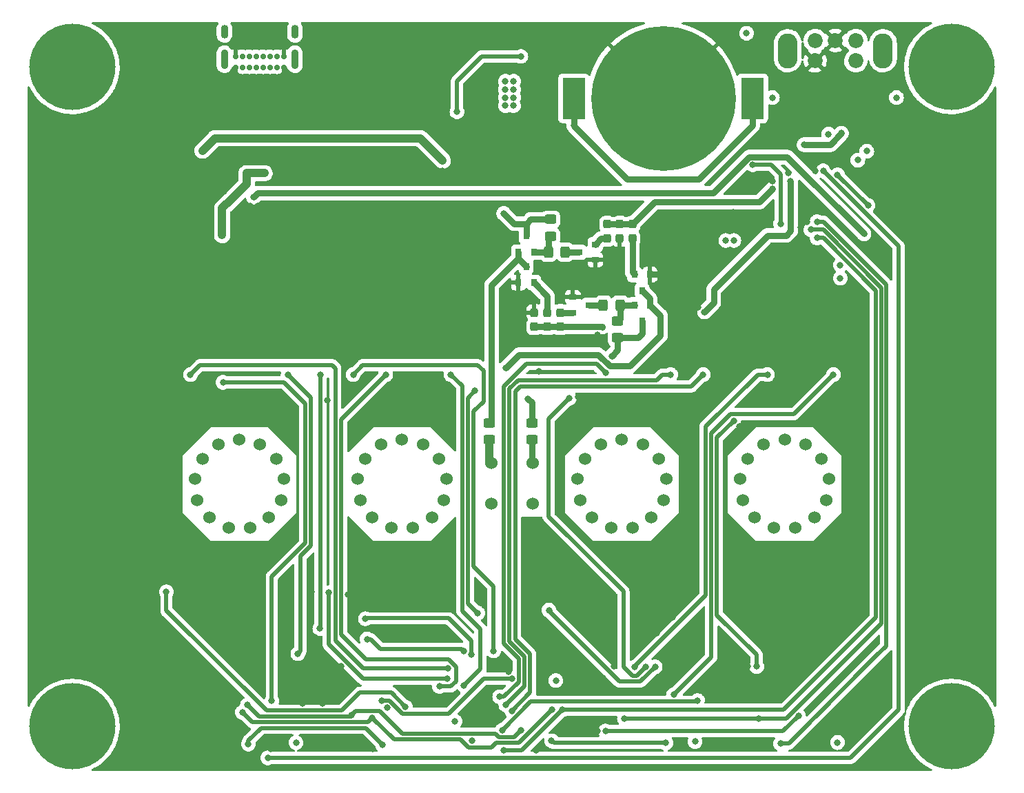
<source format=gbr>
%TF.GenerationSoftware,KiCad,Pcbnew,(5.99.0-9843-g93c991926f)*%
%TF.CreationDate,2021-03-24T22:05:53-04:00*%
%TF.ProjectId,nixieclock,6e697869-6563-46c6-9f63-6b2e6b696361,rev?*%
%TF.SameCoordinates,Original*%
%TF.FileFunction,Copper,L4,Bot*%
%TF.FilePolarity,Positive*%
%FSLAX46Y46*%
G04 Gerber Fmt 4.6, Leading zero omitted, Abs format (unit mm)*
G04 Created by KiCad (PCBNEW (5.99.0-9843-g93c991926f)) date 2021-03-24 22:05:53*
%MOMM*%
%LPD*%
G01*
G04 APERTURE LIST*
G04 Aperture macros list*
%AMRoundRect*
0 Rectangle with rounded corners*
0 $1 Rounding radius*
0 $2 $3 $4 $5 $6 $7 $8 $9 X,Y pos of 4 corners*
0 Add a 4 corners polygon primitive as box body*
4,1,4,$2,$3,$4,$5,$6,$7,$8,$9,$2,$3,0*
0 Add four circle primitives for the rounded corners*
1,1,$1+$1,$2,$3*
1,1,$1+$1,$4,$5*
1,1,$1+$1,$6,$7*
1,1,$1+$1,$8,$9*
0 Add four rect primitives between the rounded corners*
20,1,$1+$1,$2,$3,$4,$5,0*
20,1,$1+$1,$4,$5,$6,$7,0*
20,1,$1+$1,$6,$7,$8,$9,0*
20,1,$1+$1,$8,$9,$2,$3,0*%
G04 Aperture macros list end*
%TA.AperFunction,ComponentPad*%
%ADD10C,0.700000*%
%TD*%
%TA.AperFunction,ComponentPad*%
%ADD11O,0.900000X1.700000*%
%TD*%
%TA.AperFunction,ComponentPad*%
%ADD12O,0.900000X2.400000*%
%TD*%
%TA.AperFunction,ComponentPad*%
%ADD13C,10.600000*%
%TD*%
%TA.AperFunction,ComponentPad*%
%ADD14O,2.400000X4.300000*%
%TD*%
%TA.AperFunction,ComponentPad*%
%ADD15C,1.850000*%
%TD*%
%TA.AperFunction,ComponentPad*%
%ADD16C,1.524000*%
%TD*%
%TA.AperFunction,SMDPad,CuDef*%
%ADD17RoundRect,0.250000X0.450000X-0.325000X0.450000X0.325000X-0.450000X0.325000X-0.450000X-0.325000X0*%
%TD*%
%TA.AperFunction,SMDPad,CuDef*%
%ADD18R,0.900000X0.800000*%
%TD*%
%TA.AperFunction,SMDPad,CuDef*%
%ADD19RoundRect,0.237500X-0.237500X0.287500X-0.237500X-0.287500X0.237500X-0.287500X0.237500X0.287500X0*%
%TD*%
%TA.AperFunction,SMDPad,CuDef*%
%ADD20RoundRect,0.237500X0.237500X-0.287500X0.237500X0.287500X-0.237500X0.287500X-0.237500X-0.287500X0*%
%TD*%
%TA.AperFunction,SMDPad,CuDef*%
%ADD21R,0.800000X0.900000*%
%TD*%
%TA.AperFunction,SMDPad,CuDef*%
%ADD22RoundRect,0.250000X-0.450000X0.325000X-0.450000X-0.325000X0.450000X-0.325000X0.450000X0.325000X0*%
%TD*%
%TA.AperFunction,SMDPad,CuDef*%
%ADD23RoundRect,0.250000X-0.325000X-0.450000X0.325000X-0.450000X0.325000X0.450000X-0.325000X0.450000X0*%
%TD*%
%TA.AperFunction,SMDPad,CuDef*%
%ADD24RoundRect,0.250000X0.325000X0.450000X-0.325000X0.450000X-0.325000X-0.450000X0.325000X-0.450000X0*%
%TD*%
%TA.AperFunction,SMDPad,CuDef*%
%ADD25R,2.790000X5.080000*%
%TD*%
%TA.AperFunction,SMDPad,CuDef*%
%ADD26C,17.780000*%
%TD*%
%TA.AperFunction,ViaPad*%
%ADD27C,0.800000*%
%TD*%
%TA.AperFunction,Conductor*%
%ADD28C,0.500000*%
%TD*%
%TA.AperFunction,Conductor*%
%ADD29C,0.800000*%
%TD*%
%TA.AperFunction,Conductor*%
%ADD30C,1.000000*%
%TD*%
G04 APERTURE END LIST*
D10*
%TO.P,J1,A1,GND*%
%TO.N,GND*%
X81975000Y-76025000D03*
%TO.P,J1,A4,VBUS*%
%TO.N,+5V*%
X81125000Y-76025000D03*
%TO.P,J1,A5,CC1*%
%TO.N,unconnected-(J1-PadA5)*%
X80275000Y-76025000D03*
%TO.P,J1,A6,D+*%
%TO.N,unconnected-(J1-PadA6)*%
X79425000Y-76025000D03*
%TO.P,J1,A7,D-*%
%TO.N,unconnected-(J1-PadA7)*%
X78575000Y-76025000D03*
%TO.P,J1,A8,SBU1*%
%TO.N,unconnected-(J1-PadA8)*%
X77725000Y-76025000D03*
%TO.P,J1,A9,VBUS*%
%TO.N,+5V*%
X76875000Y-76025000D03*
%TO.P,J1,A12,GND*%
%TO.N,GND*%
X76025000Y-76025000D03*
%TO.P,J1,B1,GND*%
X76025000Y-74675000D03*
%TO.P,J1,B4,VBUS*%
%TO.N,+5V*%
X76875000Y-74675000D03*
%TO.P,J1,B5,CC2*%
%TO.N,unconnected-(J1-PadB5)*%
X77725000Y-74675000D03*
%TO.P,J1,B6,D+*%
%TO.N,unconnected-(J1-PadB6)*%
X78575000Y-74675000D03*
%TO.P,J1,B7,D-*%
%TO.N,unconnected-(J1-PadB7)*%
X79425000Y-74675000D03*
%TO.P,J1,B8,SBU2*%
%TO.N,unconnected-(J1-PadB8)*%
X80275000Y-74675000D03*
%TO.P,J1,B9,VBUS*%
%TO.N,+5V*%
X81125000Y-74675000D03*
%TO.P,J1,B12,GND*%
%TO.N,GND*%
X81975000Y-74675000D03*
D11*
%TO.P,J1,S1,SHIELD*%
%TO.N,unconnected-(J1-PadS1)*%
X74675000Y-71665000D03*
D12*
X74675000Y-75045000D03*
D11*
X83325000Y-71665000D03*
D12*
X83325000Y-75045000D03*
%TD*%
D13*
%TO.P,H1,*%
%TO.N,*%
X56000000Y-76000000D03*
%TD*%
D14*
%TO.P,SW1,*%
%TO.N,*%
X143900000Y-74000000D03*
X155600000Y-74000000D03*
D15*
%TO.P,SW1,A,A*%
%TO.N,Net-(R19-Pad2)*%
X152250000Y-72750000D03*
%TO.P,SW1,B,B*%
%TO.N,Net-(R30-Pad2)*%
X147250000Y-72750000D03*
%TO.P,SW1,C,C*%
%TO.N,GND*%
X149750000Y-72750000D03*
%TO.P,SW1,S1,S1*%
%TO.N,/microcontroller/ENC_SW*%
X152250000Y-75250000D03*
%TO.P,SW1,S2,S2*%
%TO.N,GND*%
X147250000Y-75250000D03*
%TD*%
D13*
%TO.P,H2,*%
%TO.N,*%
X56000000Y-157000000D03*
%TD*%
%TO.P,H4,*%
%TO.N,*%
X164000000Y-76000000D03*
%TD*%
%TO.P,H3,*%
%TO.N,*%
X164000000Y-157000000D03*
%TD*%
D16*
%TO.P,V1,1,ANODE*%
%TO.N,Net-(R21-Pad2)*%
X76500000Y-121750000D03*
%TO.P,V1,2,CCL*%
%TO.N,N/C*%
X79060000Y-122380000D03*
%TO.P,V1,3,C1*%
%TO.N,/cathode_sinks/NA1*%
X81030000Y-124130000D03*
%TO.P,V1,4,C2*%
%TO.N,/cathode_sinks/NA2*%
X81960000Y-126590000D03*
%TO.P,V1,5,C3*%
%TO.N,/cathode_sinks/NA3*%
X81640000Y-129200000D03*
%TO.P,V1,6,C4*%
%TO.N,/cathode_sinks/NA4*%
X80150000Y-131370000D03*
%TO.P,V1,7,C5*%
%TO.N,/cathode_sinks/NA5*%
X77820000Y-132590000D03*
%TO.P,V1,8,C6*%
%TO.N,/cathode_sinks/NA6*%
X75180000Y-132590000D03*
%TO.P,V1,9,C7*%
%TO.N,/cathode_sinks/NA7*%
X72850000Y-131370000D03*
%TO.P,V1,10,C8*%
%TO.N,/cathode_sinks/NA8*%
X71360000Y-129200000D03*
%TO.P,V1,11,C9*%
%TO.N,/cathode_sinks/NA9*%
X71040000Y-126590000D03*
%TO.P,V1,12,C0*%
%TO.N,/cathode_sinks/NA0*%
X71970000Y-124130000D03*
%TO.P,V1,13,CCR*%
%TO.N,N/C*%
X73940000Y-122380000D03*
%TD*%
%TO.P,V2,1,ANODE*%
%TO.N,Net-(R22-Pad2)*%
X96500000Y-121750000D03*
%TO.P,V2,2,CCL*%
%TO.N,N/C*%
X99060000Y-122380000D03*
%TO.P,V2,3,C1*%
%TO.N,/cathode_sinks/NB1*%
X101030000Y-124130000D03*
%TO.P,V2,4,C2*%
%TO.N,/cathode_sinks/NB2*%
X101960000Y-126590000D03*
%TO.P,V2,5,C3*%
%TO.N,/cathode_sinks/NB3*%
X101640000Y-129200000D03*
%TO.P,V2,6,C4*%
%TO.N,/cathode_sinks/NB4*%
X100150000Y-131370000D03*
%TO.P,V2,7,C5*%
%TO.N,/cathode_sinks/NB5*%
X97820000Y-132590000D03*
%TO.P,V2,8,C6*%
%TO.N,/cathode_sinks/NB6*%
X95180000Y-132590000D03*
%TO.P,V2,9,C7*%
%TO.N,/cathode_sinks/NB7*%
X92850000Y-131370000D03*
%TO.P,V2,10,C8*%
%TO.N,/cathode_sinks/NB8*%
X91360000Y-129200000D03*
%TO.P,V2,11,C9*%
%TO.N,/cathode_sinks/NB9*%
X91040000Y-126590000D03*
%TO.P,V2,12,C0*%
%TO.N,/cathode_sinks/NB0*%
X91970000Y-124130000D03*
%TO.P,V2,13,CCR*%
%TO.N,N/C*%
X93940000Y-122380000D03*
%TD*%
%TO.P,NE1,1*%
%TO.N,Net-(NE1-Pad1)*%
X112540000Y-124705983D03*
%TO.P,NE1,2*%
%TO.N,Net-(NE1-Pad2)*%
X107460000Y-124705983D03*
%TD*%
%TO.P,V4,1,ANODE*%
%TO.N,Net-(R24-Pad2)*%
X143500000Y-121750000D03*
%TO.P,V4,2,CCL*%
%TO.N,N/C*%
X146060000Y-122380000D03*
%TO.P,V4,3,C1*%
%TO.N,/cathode_sinks/ND1*%
X148030000Y-124130000D03*
%TO.P,V4,4,C2*%
%TO.N,/cathode_sinks/ND2*%
X148960000Y-126590000D03*
%TO.P,V4,5,C3*%
%TO.N,/cathode_sinks/ND3*%
X148640000Y-129200000D03*
%TO.P,V4,6,C4*%
%TO.N,/cathode_sinks/ND4*%
X147150000Y-131370000D03*
%TO.P,V4,7,C5*%
%TO.N,/cathode_sinks/ND5*%
X144820000Y-132590000D03*
%TO.P,V4,8,C6*%
%TO.N,/cathode_sinks/ND6*%
X142180000Y-132590000D03*
%TO.P,V4,9,C7*%
%TO.N,/cathode_sinks/ND7*%
X139850000Y-131370000D03*
%TO.P,V4,10,C8*%
%TO.N,/cathode_sinks/ND8*%
X138360000Y-129200000D03*
%TO.P,V4,11,C9*%
%TO.N,/cathode_sinks/ND9*%
X138040000Y-126590000D03*
%TO.P,V4,12,C0*%
%TO.N,/cathode_sinks/ND0*%
X138970000Y-124130000D03*
%TO.P,V4,13,CCR*%
%TO.N,N/C*%
X140940000Y-122380000D03*
%TD*%
%TO.P,V3,1,ANODE*%
%TO.N,Net-(R23-Pad2)*%
X123500000Y-121750000D03*
%TO.P,V3,2,CCL*%
%TO.N,N/C*%
X126060000Y-122380000D03*
%TO.P,V3,3,C1*%
%TO.N,/cathode_sinks/NC1*%
X128030000Y-124130000D03*
%TO.P,V3,4,C2*%
%TO.N,/cathode_sinks/NC2*%
X128960000Y-126590000D03*
%TO.P,V3,5,C3*%
%TO.N,/cathode_sinks/NC3*%
X128640000Y-129200000D03*
%TO.P,V3,6,C4*%
%TO.N,/cathode_sinks/NC4*%
X127150000Y-131370000D03*
%TO.P,V3,7,C5*%
%TO.N,/cathode_sinks/NC5*%
X124820000Y-132590000D03*
%TO.P,V3,8,C6*%
%TO.N,/cathode_sinks/NC6*%
X122180000Y-132590000D03*
%TO.P,V3,9,C7*%
%TO.N,/cathode_sinks/NC7*%
X119850000Y-131370000D03*
%TO.P,V3,10,C8*%
%TO.N,/cathode_sinks/NC8*%
X118360000Y-129200000D03*
%TO.P,V3,11,C9*%
%TO.N,/cathode_sinks/NC9*%
X118040000Y-126590000D03*
%TO.P,V3,12,C0*%
%TO.N,/cathode_sinks/NC0*%
X118970000Y-124130000D03*
%TO.P,V3,13,CCR*%
%TO.N,N/C*%
X120940000Y-122380000D03*
%TD*%
%TO.P,NE2,1*%
%TO.N,Net-(NE1-Pad1)*%
X112540000Y-129700000D03*
%TO.P,NE2,2*%
%TO.N,Net-(NE1-Pad2)*%
X107460000Y-129700000D03*
%TD*%
D17*
%TO.P,R10,1*%
%TO.N,HV*%
X123000000Y-109275000D03*
%TO.P,R10,2*%
%TO.N,Net-(Q4-Pad1)*%
X123000000Y-107225000D03*
%TD*%
D18*
%TO.P,Q5,1,G*%
%TO.N,Net-(Q5-Pad1)*%
X120250000Y-97800000D03*
%TO.P,Q5,2,S*%
%TO.N,GND*%
X120250000Y-99700000D03*
%TO.P,Q5,3,D*%
%TO.N,Net-(Q5-Pad3)*%
X118250000Y-98750000D03*
%TD*%
D19*
%TO.P,R18,1*%
%TO.N,/microcontroller/~TIM1_CH1N*%
X124800000Y-95325000D03*
%TO.P,R18,2*%
%TO.N,Net-(Q8-Pad1)*%
X124800000Y-97075000D03*
%TD*%
D20*
%TO.P,R15,1*%
%TO.N,GND*%
X123250000Y-97075000D03*
%TO.P,R15,2*%
%TO.N,/microcontroller/~TIM1_CH1N*%
X123250000Y-95325000D03*
%TD*%
%TO.P,R17,1*%
%TO.N,/microcontroller/TIM1_CH1*%
X114350000Y-107925000D03*
%TO.P,R17,2*%
%TO.N,Net-(Q7-Pad1)*%
X114350000Y-106175000D03*
%TD*%
D21*
%TO.P,Q3,1,G*%
%TO.N,Net-(Q3-Pad1)*%
X112700000Y-98750001D03*
%TO.P,Q3,2,S*%
%TO.N,/nixie_tubes/NEH+*%
X110800000Y-98750001D03*
%TO.P,Q3,3,D*%
%TO.N,HV*%
X111750000Y-96750001D03*
%TD*%
D18*
%TO.P,Q6,1,G*%
%TO.N,Net-(Q6-Pad1)*%
X117500000Y-106200000D03*
%TO.P,Q6,2,S*%
%TO.N,GND*%
X117500000Y-104300000D03*
%TO.P,Q6,3,D*%
%TO.N,Net-(Q6-Pad3)*%
X119500000Y-105250000D03*
%TD*%
D21*
%TO.P,Q4,1,G*%
%TO.N,Net-(Q4-Pad1)*%
X125050000Y-105250000D03*
%TO.P,Q4,2,S*%
%TO.N,/nixie_tubes/NEH-*%
X126950000Y-105250000D03*
%TO.P,Q4,3,D*%
%TO.N,HV*%
X126000000Y-107250000D03*
%TD*%
D22*
%TO.P,R9,1*%
%TO.N,HV*%
X114750000Y-94725000D03*
%TO.P,R9,2*%
%TO.N,Net-(Q3-Pad1)*%
X114750000Y-96775000D03*
%TD*%
D20*
%TO.P,R14,1*%
%TO.N,/microcontroller/TIM1_CH1*%
X115950000Y-107925000D03*
%TO.P,R14,2*%
%TO.N,Net-(Q6-Pad1)*%
X115950000Y-106175000D03*
%TD*%
D17*
%TO.P,R26,1*%
%TO.N,Net-(NE1-Pad1)*%
X112500000Y-121775000D03*
%TO.P,R26,2*%
%TO.N,/nixie_tubes/NEH-*%
X112500000Y-119725000D03*
%TD*%
D20*
%TO.P,R16,1*%
%TO.N,/microcontroller/TIM1_CH1*%
X112750000Y-107925000D03*
%TO.P,R16,2*%
%TO.N,GND*%
X112750000Y-106175000D03*
%TD*%
D21*
%TO.P,Q8,1,G*%
%TO.N,Net-(Q8-Pad1)*%
X125050000Y-101500000D03*
%TO.P,Q8,2,S*%
%TO.N,GND*%
X126950000Y-101500000D03*
%TO.P,Q8,3,D*%
%TO.N,/nixie_tubes/NEH-*%
X126000000Y-103500000D03*
%TD*%
D19*
%TO.P,R13,1*%
%TO.N,/microcontroller/~TIM1_CH1N*%
X121700000Y-95325000D03*
%TO.P,R13,2*%
%TO.N,Net-(Q5-Pad1)*%
X121700000Y-97075000D03*
%TD*%
D23*
%TO.P,R12,1*%
%TO.N,Net-(Q6-Pad3)*%
X121225000Y-105250000D03*
%TO.P,R12,2*%
%TO.N,Net-(Q4-Pad1)*%
X123275000Y-105250000D03*
%TD*%
D22*
%TO.P,R25,1*%
%TO.N,/nixie_tubes/NEH+*%
X107250000Y-119725000D03*
%TO.P,R25,2*%
%TO.N,Net-(NE1-Pad2)*%
X107250000Y-121775000D03*
%TD*%
D21*
%TO.P,Q7,1,G*%
%TO.N,Net-(Q7-Pad1)*%
X112700000Y-102500000D03*
%TO.P,Q7,2,S*%
%TO.N,GND*%
X110800000Y-102500000D03*
%TO.P,Q7,3,D*%
%TO.N,/nixie_tubes/NEH+*%
X111750000Y-100500000D03*
%TD*%
D24*
%TO.P,R11,1*%
%TO.N,Net-(Q5-Pad3)*%
X116525000Y-98750000D03*
%TO.P,R11,2*%
%TO.N,Net-(Q3-Pad1)*%
X114475000Y-98750000D03*
%TD*%
D25*
%TO.P,BT1,1,+*%
%TO.N,/microcontroller/VBAT*%
X117615000Y-79850000D03*
X139585000Y-79850000D03*
D26*
%TO.P,BT1,2,-*%
%TO.N,GND*%
X128600000Y-79850000D03*
%TD*%
D27*
%TO.N,GND*%
X78000000Y-116750000D03*
X120500000Y-157600000D03*
X84300000Y-154200000D03*
X90500000Y-115200000D03*
X157550000Y-83250000D03*
X137000000Y-159350000D03*
X80700000Y-93050000D03*
X113550000Y-147875000D03*
X78200000Y-160400000D03*
X138400000Y-107350000D03*
X153500000Y-161150000D03*
X105800000Y-140400000D03*
X73000000Y-142100000D03*
X78800000Y-93050000D03*
X76500000Y-93726000D03*
X76400000Y-143700000D03*
X125000000Y-116750000D03*
X122000000Y-116750000D03*
X141800000Y-102750000D03*
X104500000Y-101350000D03*
X127800000Y-145600000D03*
X147250000Y-88750000D03*
X85400000Y-140500000D03*
X105100000Y-156700000D03*
X142000000Y-116750000D03*
X89900000Y-140800000D03*
X71150000Y-151100000D03*
X102500000Y-99150000D03*
X113300000Y-113400000D03*
X138400000Y-103750000D03*
X79700000Y-93050000D03*
X120500000Y-108950000D03*
X137200000Y-95850000D03*
X134500000Y-153800000D03*
X143400000Y-109150000D03*
X153600000Y-90450000D03*
X67250000Y-89750000D03*
X143400000Y-104450000D03*
X138400000Y-102750000D03*
X121150000Y-151100000D03*
X146600000Y-109150000D03*
X145500000Y-95750000D03*
X91948000Y-82143600D03*
X69000000Y-82750000D03*
X109600000Y-150300000D03*
X138975000Y-149675000D03*
X74750000Y-81000000D03*
X68250000Y-90750000D03*
X146000000Y-147500000D03*
X92900000Y-159800000D03*
X117500000Y-102100000D03*
X156500000Y-158000000D03*
X67250000Y-90750000D03*
X70500000Y-112200000D03*
X89050000Y-149650000D03*
X100600000Y-145600000D03*
X77800000Y-93050000D03*
X128200000Y-101500000D03*
X100850000Y-75150000D03*
X154500000Y-90450000D03*
X152400000Y-140600000D03*
X141800000Y-82650000D03*
X137575000Y-151100000D03*
X100700000Y-154000000D03*
X87650000Y-151100000D03*
X75000000Y-116750000D03*
X141800000Y-109150000D03*
X146250000Y-95000000D03*
X63750000Y-90250000D03*
X78500000Y-82550000D03*
X132850000Y-105500000D03*
X102500000Y-97650000D03*
X137200000Y-94850000D03*
X98000000Y-116750000D03*
X115400000Y-146300000D03*
X116800000Y-140800000D03*
X67750000Y-84500000D03*
X145000000Y-109150000D03*
X145000000Y-116750000D03*
X74600000Y-159750000D03*
X136280000Y-71900000D03*
X70850000Y-91200000D03*
X76750000Y-83250000D03*
X66750000Y-84500000D03*
X85648800Y-82535550D03*
X130775000Y-159050000D03*
X146600000Y-107350000D03*
X113000000Y-160000000D03*
X136400000Y-140700000D03*
X76100000Y-97250000D03*
X70900000Y-90100000D03*
X132875000Y-101575000D03*
X146600000Y-105550000D03*
X80873600Y-82535550D03*
X102500000Y-100150000D03*
X132500000Y-140700000D03*
X99100000Y-76950000D03*
X67750000Y-88250000D03*
X101375000Y-74250000D03*
X72550000Y-149500000D03*
X134200000Y-71800000D03*
X132875000Y-104150000D03*
X137950000Y-120150000D03*
X66750000Y-88250000D03*
X143000000Y-147700000D03*
X74500000Y-86250000D03*
X96500000Y-145500000D03*
X151000000Y-154300000D03*
X149300000Y-139600000D03*
X76100000Y-96250000D03*
X137200000Y-93850000D03*
X82500000Y-143600000D03*
X92700000Y-141800000D03*
X119600000Y-143700000D03*
X69400000Y-140700000D03*
X74600000Y-90200000D03*
X123250000Y-98700000D03*
X74750000Y-82000000D03*
X122550000Y-149650000D03*
X111400000Y-106150000D03*
X147400000Y-153950000D03*
X133500000Y-116900000D03*
X101500000Y-88750000D03*
X68250000Y-89750000D03*
X76000000Y-161150000D03*
X102500000Y-96650000D03*
X140200000Y-102750000D03*
X87300000Y-117000000D03*
X63750000Y-89250000D03*
X138400000Y-109150000D03*
X87111300Y-83250000D03*
X102700000Y-141000000D03*
X148450000Y-103350000D03*
X118150000Y-116500000D03*
X112200000Y-104600000D03*
X142000000Y-90000000D03*
X140200000Y-109150000D03*
X105100000Y-158800000D03*
X129700000Y-143600000D03*
X147200000Y-80050000D03*
X69000000Y-81750000D03*
X83261200Y-82535550D03*
X121750000Y-99700000D03*
X86700000Y-154200000D03*
X145000000Y-104450000D03*
X103500000Y-101350000D03*
X138400000Y-105550000D03*
X144000000Y-89000000D03*
X94650000Y-154750000D03*
X139900000Y-141900000D03*
X80350000Y-159800000D03*
X74600000Y-91300000D03*
X95000000Y-116750000D03*
%TO.N,VCC*%
X78500000Y-89050000D03*
X103250000Y-81500000D03*
X77400000Y-89050000D03*
X75565000Y-92202000D03*
X79600000Y-89050000D03*
X74400000Y-96647000D03*
X111100000Y-74700000D03*
%TO.N,HV*%
X109000000Y-94000000D03*
X122250000Y-111500000D03*
%TO.N,/cathode_registers/GA0*%
X80500000Y-153900000D03*
X74500000Y-114750000D03*
%TO.N,/power_supply/FBX*%
X101500000Y-87500000D03*
X71987347Y-86275000D03*
%TO.N,/cathode_registers/GA1*%
X83700000Y-148100000D03*
X82500000Y-113800000D03*
%TO.N,/cathode_registers/GA2*%
X86500000Y-113800000D03*
X86400000Y-145000000D03*
%TO.N,/cathode_registers/GA8*%
X67550000Y-140500000D03*
X96900000Y-154625000D03*
%TO.N,/cathode_registers/GA9*%
X102100000Y-149900000D03*
X70500000Y-113800000D03*
%TO.N,/cathode_registers/GB0*%
X94500000Y-113800000D03*
X101100000Y-152125000D03*
%TO.N,/cathode_registers/GB1*%
X102500000Y-113800000D03*
X104100000Y-152025000D03*
%TO.N,/cathode_registers/GB2*%
X105473011Y-115800000D03*
X105800000Y-143100000D03*
%TO.N,/cathode_registers/GB6*%
X92200000Y-146300000D03*
X104100000Y-147800000D03*
%TO.N,/cathode_registers/GB7*%
X92000000Y-143800000D03*
X105000000Y-148200000D03*
%TO.N,/cathode_registers/GB8*%
X87500000Y-140600000D03*
X102050000Y-151200000D03*
%TO.N,/cathode_registers/GB9*%
X107750000Y-147750000D03*
X90500000Y-113800000D03*
%TO.N,/cathode_registers/GC0*%
X121500000Y-113600000D03*
X108500000Y-153400000D03*
%TO.N,/cathode_registers/GC1*%
X129500000Y-113800000D03*
X109250000Y-154400000D03*
%TO.N,/cathode_registers/GC2*%
X109973952Y-155123952D03*
X133500000Y-113800000D03*
%TO.N,/cathode_registers/GC3*%
X108800000Y-157500000D03*
X132800000Y-153850000D03*
%TO.N,/cathode_registers/GC8*%
X127600000Y-149700000D03*
X114550000Y-142750000D03*
%TO.N,/cathode_registers/GC9*%
X126400000Y-149700000D03*
X117050000Y-116700000D03*
%TO.N,/cathode_registers/GD0*%
X125095000Y-149750000D03*
X141400000Y-113800000D03*
%TO.N,/nixie_tubes/NEH-*%
X109250000Y-113000000D03*
X112000000Y-116750000D03*
%TO.N,/cathode_registers/GD1*%
X149500000Y-113800000D03*
X129900000Y-153100000D03*
%TO.N,/cathode_registers/~OE*%
X77625000Y-159200000D03*
X116200000Y-155000000D03*
X108975000Y-159975000D03*
X147500000Y-97000000D03*
X94100000Y-159275000D03*
%TO.N,/cathode_registers/LCLK*%
X147487347Y-95012653D03*
X143000000Y-159150000D03*
X114950000Y-155000000D03*
X92850000Y-156000000D03*
X76900000Y-155300000D03*
%TO.N,/cathode_registers/CLK*%
X150000000Y-89250000D03*
X153750000Y-93000000D03*
%TO.N,/cathode_registers/~RES*%
X146750000Y-96000000D03*
X123825000Y-156050000D03*
X90300000Y-155650000D03*
X77500000Y-154400000D03*
X111125000Y-157525000D03*
X140325000Y-156050000D03*
%TO.N,Net-(U5-Pad9)*%
X114875000Y-158800000D03*
X128900000Y-159075000D03*
%TO.N,Net-(U6-Pad9)*%
X145200000Y-155700000D03*
X121500003Y-157600000D03*
%TO.N,Net-(U4-Pad9)*%
X110000000Y-151150000D03*
X94000000Y-153900000D03*
%TO.N,/cathode_registers/GD9*%
X140075000Y-149675000D03*
X137250000Y-119500000D03*
%TO.N,/microcontroller/VBAT*%
X117600000Y-83200000D03*
%TO.N,/microcontroller/~NRST*%
X143000000Y-95250000D03*
X139600000Y-88000000D03*
%TO.N,+3V3*%
X109200000Y-78750000D03*
X109200000Y-77750000D03*
X83475000Y-159025000D03*
X109200000Y-79750000D03*
X150350000Y-100350000D03*
X150350000Y-101950000D03*
X137275000Y-97325000D03*
X157250000Y-79750000D03*
X110200000Y-79750000D03*
X110200000Y-78750000D03*
X148900000Y-84250000D03*
X138830000Y-71850000D03*
X109200000Y-80750000D03*
X103000000Y-156400000D03*
X153600000Y-86350000D03*
X136275000Y-97325000D03*
X150000000Y-159000000D03*
X152500000Y-87450000D03*
X110200000Y-77750000D03*
X132500000Y-158900000D03*
X115400000Y-151400000D03*
X110200000Y-80750000D03*
X142000000Y-79750000D03*
%TO.N,/cathode_registers/D*%
X148250000Y-88750000D03*
X80000000Y-160900000D03*
%TO.N,/microcontroller/~SHDN*%
X78250000Y-92000000D03*
X153250000Y-96500000D03*
%TO.N,/microcontroller/~TIM1_CH1N*%
X142000000Y-91000000D03*
%TO.N,/microcontroller/TIM1_CH1*%
X133650000Y-106100000D03*
X144250000Y-90000000D03*
X121100000Y-107950000D03*
%TO.N,/microcontroller/ENC_SW*%
X150500000Y-84150000D03*
X145900000Y-85550000D03*
%TD*%
D28*
%TO.N,GND*%
X81975000Y-76725000D02*
X81600000Y-77100000D01*
D29*
X128200000Y-101500000D02*
X126950000Y-101500000D01*
D28*
X81975000Y-76675000D02*
X81975000Y-76725000D01*
X81975000Y-74675000D02*
X81975000Y-73475000D01*
X76025000Y-76675000D02*
X76025000Y-76725000D01*
X76025000Y-76675000D02*
X75700000Y-77000000D01*
X81975000Y-76675000D02*
X82300000Y-77000000D01*
X76025000Y-76725000D02*
X76400000Y-77100000D01*
X76025000Y-74675000D02*
X76025000Y-73425000D01*
X76025000Y-76025000D02*
X76025000Y-76675000D01*
X81975000Y-76025000D02*
X81975000Y-76675000D01*
%TO.N,VCC*%
X106250000Y-74750000D02*
X106300000Y-74700000D01*
X103250000Y-81500000D02*
X103250000Y-77750000D01*
D30*
X79600000Y-89050000D02*
X77400000Y-89050000D01*
D28*
X106300000Y-74700000D02*
X111100000Y-74700000D01*
D30*
X75565000Y-92202000D02*
X77400000Y-90367000D01*
D28*
X103250000Y-77750000D02*
X106250000Y-74750000D01*
D30*
X74400000Y-93367000D02*
X75565000Y-92202000D01*
X74400000Y-96647000D02*
X74400000Y-93367000D01*
X77400000Y-90367000D02*
X77400000Y-89050000D01*
D29*
%TO.N,HV*%
X122250000Y-111500000D02*
X123000000Y-110750000D01*
X114750000Y-94725000D02*
X112275001Y-94725000D01*
X125475000Y-109275000D02*
X126000000Y-108750000D01*
X126000000Y-108750000D02*
X126000001Y-107250000D01*
X111750000Y-95250001D02*
X110250001Y-95250001D01*
X110250001Y-95250001D02*
X109000000Y-94000000D01*
X123000000Y-109275000D02*
X125475000Y-109275000D01*
X112275001Y-94725000D02*
X111750000Y-95250001D01*
X123000000Y-110750000D02*
X123000000Y-109275000D01*
X111750000Y-95250001D02*
X111750000Y-96750000D01*
D28*
%TO.N,/cathode_registers/GA0*%
X81950000Y-114750000D02*
X74500000Y-114750000D01*
X84600000Y-134500000D02*
X84600000Y-117400000D01*
X80500000Y-138600000D02*
X84600000Y-134500000D01*
X80500000Y-153900000D02*
X80500000Y-138600000D01*
X84600000Y-117400000D02*
X81950000Y-114750000D01*
D30*
%TO.N,/power_supply/FBX*%
X98750000Y-84750000D02*
X73512347Y-84750000D01*
X101500000Y-87500000D02*
X98750000Y-84750000D01*
X73512347Y-84750000D02*
X71987347Y-86275000D01*
D28*
%TO.N,/cathode_registers/GA1*%
X83700000Y-148100000D02*
X84000000Y-147800000D01*
X84000000Y-136136740D02*
X85326998Y-134809742D01*
X84000000Y-147800000D02*
X84000000Y-136136740D01*
X85326998Y-116626998D02*
X82500000Y-113800000D01*
X85326998Y-134809742D02*
X85326998Y-116626998D01*
%TO.N,/cathode_registers/GA2*%
X86500000Y-144900000D02*
X86500000Y-113800000D01*
X86400000Y-145000000D02*
X86500000Y-144900000D01*
%TO.N,/cathode_registers/GA8*%
X95175000Y-152900000D02*
X91300000Y-152900000D01*
X89100000Y-155100000D02*
X79850000Y-155100000D01*
X67550000Y-142800000D02*
X67550000Y-140500000D01*
X79850000Y-155100000D02*
X67550000Y-142800000D01*
X91300000Y-152900000D02*
X89100000Y-155100000D01*
X96900000Y-154625000D02*
X95175000Y-152900000D01*
%TO.N,/cathode_registers/GA9*%
X87908006Y-112649989D02*
X71650011Y-112649989D01*
X88300011Y-113041994D02*
X87908006Y-112649989D01*
X102100000Y-149900000D02*
X91700000Y-149900000D01*
X71650011Y-112649989D02*
X70500000Y-113800000D01*
X88300011Y-146500011D02*
X88300011Y-113041994D01*
X91700000Y-149900000D02*
X88300011Y-146500011D01*
%TO.N,/cathode_registers/GB0*%
X103125000Y-149740983D02*
X102184017Y-148800000D01*
X89000000Y-145720069D02*
X89000000Y-119300000D01*
X102475000Y-152125000D02*
X103125000Y-151475000D01*
X103125000Y-151475000D02*
X103125000Y-149740983D01*
X92079931Y-148800000D02*
X89000000Y-145720069D01*
X101100000Y-152125000D02*
X102475000Y-152125000D01*
X102184017Y-148800000D02*
X92079931Y-148800000D01*
X89000000Y-119300000D02*
X94500000Y-113800000D01*
%TO.N,/cathode_registers/GB1*%
X103899978Y-115199978D02*
X103899978Y-142849945D01*
X103899978Y-142849945D02*
X106125000Y-145074967D01*
X106125000Y-145074967D02*
X106125000Y-150000000D01*
X106125000Y-150000000D02*
X104100000Y-152025000D01*
X102500000Y-113800000D02*
X103899978Y-115199978D01*
%TO.N,/cathode_registers/GB2*%
X104599989Y-141899989D02*
X104599989Y-116673022D01*
X105800000Y-143100000D02*
X104599989Y-141899989D01*
X104599989Y-116673022D02*
X105473011Y-115800000D01*
%TO.N,/cathode_registers/GB6*%
X103800000Y-147500000D02*
X93850000Y-147500000D01*
X104100000Y-147800000D02*
X103800000Y-147500000D01*
X93850000Y-147500000D02*
X92650000Y-146300000D01*
X92650000Y-146300000D02*
X92200000Y-146300000D01*
%TO.N,/cathode_registers/GB7*%
X105000000Y-148200000D02*
X105000000Y-146491983D01*
X105000000Y-146491983D02*
X102258017Y-143750000D01*
X92050000Y-143750000D02*
X92000000Y-143800000D01*
X102258017Y-143750000D02*
X92050000Y-143750000D01*
%TO.N,/cathode_registers/GB8*%
X91749977Y-151200000D02*
X87500000Y-146950023D01*
X87500000Y-146950023D02*
X87500000Y-140600000D01*
X102050000Y-151200000D02*
X91749977Y-151200000D01*
%TO.N,/cathode_registers/GB9*%
X105300000Y-137350000D02*
X107750000Y-139800000D01*
X106500000Y-117100000D02*
X105300000Y-118300000D01*
X105808006Y-112649989D02*
X106500000Y-113341983D01*
X106500000Y-113341983D02*
X106500000Y-117100000D01*
X105300000Y-118300000D02*
X105300000Y-137350000D01*
X107750000Y-139800000D02*
X107750000Y-147750000D01*
X91650011Y-112649989D02*
X105808006Y-112649989D01*
X90500000Y-113800000D02*
X91650011Y-112649989D01*
%TO.N,/cathode_registers/GC0*%
X110850011Y-148729942D02*
X110850011Y-151558006D01*
X121500000Y-113600000D02*
X120400000Y-112500000D01*
X109008017Y-153400000D02*
X108500000Y-153400000D01*
X110850011Y-151558006D02*
X109008017Y-153400000D01*
X111750000Y-112500000D02*
X108999978Y-115250022D01*
X120400000Y-112500000D02*
X111750000Y-112500000D01*
X108999978Y-146879908D02*
X110850011Y-148729942D01*
X108999978Y-115250022D02*
X108999978Y-146879908D01*
%TO.N,/cathode_registers/GC1*%
X109699989Y-146589954D02*
X111550031Y-148439997D01*
X129500000Y-113800000D02*
X128500000Y-113800000D01*
X109699989Y-115550011D02*
X109699989Y-146589954D01*
X128500000Y-113800000D02*
X127800000Y-114500000D01*
X110750000Y-114500000D02*
X109699989Y-115550011D01*
X111550031Y-152099969D02*
X109250000Y-154400000D01*
X127800000Y-114500000D02*
X110750000Y-114500000D01*
X111550031Y-148439997D02*
X111550031Y-152099969D01*
%TO.N,/cathode_registers/GC2*%
X132050000Y-115250000D02*
X111000000Y-115250000D01*
X112250051Y-152847853D02*
X109973952Y-155123952D01*
X110400000Y-146300000D02*
X112250051Y-148150051D01*
X112250051Y-148150051D02*
X112250051Y-152847853D01*
X111000000Y-115250000D02*
X110400000Y-115850000D01*
X110400000Y-115850000D02*
X110400000Y-146300000D01*
X133500000Y-113800000D02*
X132050000Y-115250000D01*
%TO.N,/cathode_registers/GC3*%
X132800000Y-153850000D02*
X132650000Y-154000000D01*
X112300000Y-154000000D02*
X108800000Y-157500000D01*
X132650000Y-154000000D02*
X112300000Y-154000000D01*
%TO.N,/cathode_registers/GC8*%
X125800000Y-151500000D02*
X123215983Y-151500000D01*
X123215983Y-151500000D02*
X114550000Y-142834017D01*
X127600000Y-149700000D02*
X125800000Y-151500000D01*
X114550000Y-142834017D02*
X114550000Y-142750000D01*
%TO.N,/cathode_registers/GC9*%
X123700000Y-149700000D02*
X123700000Y-140450000D01*
X126400000Y-149700000D02*
X125300000Y-150800000D01*
X125300000Y-150800000D02*
X124800000Y-150800000D01*
X124800000Y-150800000D02*
X123700000Y-149700000D01*
X114500000Y-131250000D02*
X114500000Y-119250000D01*
X114500000Y-119250000D02*
X117050000Y-116700000D01*
X123700000Y-140450000D02*
X114500000Y-131250000D01*
%TO.N,/cathode_registers/GD0*%
X141400000Y-113800000D02*
X140200000Y-113800000D01*
X125095000Y-149655023D02*
X125095000Y-149750000D01*
X133800000Y-140950023D02*
X125095000Y-149655023D01*
X140200000Y-113800000D02*
X133800000Y-120200000D01*
X133800000Y-120200000D02*
X133800000Y-140950023D01*
D29*
%TO.N,/nixie_tubes/NEH+*%
X110800000Y-98750000D02*
X110800000Y-99550000D01*
X107500000Y-102850000D02*
X110800000Y-99550000D01*
X107500000Y-119475000D02*
X107500000Y-102850000D01*
X110800000Y-99550000D02*
X111750000Y-100500000D01*
X107250000Y-119725000D02*
X107500000Y-119475000D01*
%TO.N,/nixie_tubes/NEH-*%
X126950001Y-105250000D02*
X126950000Y-104450000D01*
X109250000Y-113000000D02*
X110900000Y-111350000D01*
X112500000Y-117250000D02*
X112000000Y-116750000D01*
X124500000Y-112750000D02*
X128250000Y-109000000D01*
X128250000Y-106550000D02*
X126950000Y-105250000D01*
X126950000Y-104450000D02*
X126000000Y-103500000D01*
X122000000Y-112750000D02*
X124500000Y-112750000D01*
X110900000Y-111350000D02*
X120600000Y-111350000D01*
X128250000Y-109000000D02*
X128250000Y-106550000D01*
X112500000Y-119725000D02*
X112500000Y-117250000D01*
X120600000Y-111350000D02*
X122000000Y-112750000D01*
D28*
%TO.N,/cathode_registers/GD1*%
X136841994Y-118649989D02*
X144650011Y-118649989D01*
X134500000Y-148500000D02*
X134500000Y-120991983D01*
X144650011Y-118649989D02*
X149500000Y-113800000D01*
X134500000Y-120991983D02*
X136841994Y-118649989D01*
X129900000Y-153100000D02*
X134500000Y-148500000D01*
%TO.N,/cathode_registers/~OE*%
X77625000Y-158775000D02*
X79174980Y-157225020D01*
X116200000Y-155000000D02*
X111225000Y-159975000D01*
X92050020Y-157225020D02*
X94100000Y-159275000D01*
X111225000Y-159975000D02*
X108975000Y-159975000D01*
X143400000Y-155000000D02*
X116200000Y-155000000D01*
X148260022Y-97000000D02*
X154745960Y-103485938D01*
X154745960Y-143654040D02*
X143400000Y-155000000D01*
X154745960Y-103485938D02*
X154745960Y-143654040D01*
X77625000Y-159200000D02*
X77625000Y-158775000D01*
X147500000Y-97000000D02*
X148260022Y-97000000D01*
X79174980Y-157225020D02*
X92050020Y-157225020D01*
%TO.N,/cathode_registers/LCLK*%
X78125000Y-156525000D02*
X76900000Y-155300000D01*
X156000000Y-147158017D02*
X154750051Y-148407966D01*
X110899969Y-159050031D02*
X114950000Y-155000000D01*
X103691983Y-158650000D02*
X104691994Y-159650011D01*
X92325000Y-156525000D02*
X78125000Y-156525000D01*
X107502057Y-159650011D02*
X108102037Y-159050031D01*
X154750051Y-148407966D02*
X147250000Y-155908017D01*
X154750051Y-101500051D02*
X148262653Y-95012653D01*
X104691994Y-159650011D02*
X107502057Y-159650011D01*
X156000000Y-102750000D02*
X156000000Y-147158017D01*
X148262653Y-95012653D02*
X147487347Y-95012653D01*
X92850000Y-156000000D02*
X92325000Y-156525000D01*
X154750051Y-101500051D02*
X156000000Y-102750000D01*
X154750051Y-148407966D02*
X144008017Y-159150000D01*
X108102037Y-159050031D02*
X110899969Y-159050031D01*
X144008017Y-159150000D02*
X143000000Y-159150000D01*
X92850000Y-156000000D02*
X95500000Y-158650000D01*
X95500000Y-158650000D02*
X103691983Y-158650000D01*
%TO.N,/cathode_registers/CLK*%
X153750000Y-93000000D02*
X150000000Y-89250000D01*
%TO.N,/cathode_registers/~RES*%
X107991972Y-157949989D02*
X108391994Y-158350011D01*
X90125020Y-155824980D02*
X90300000Y-155650000D01*
X143700023Y-156050000D02*
X155372980Y-144377043D01*
X155372980Y-144377043D02*
X155372980Y-103122980D01*
X96591972Y-157949989D02*
X107991972Y-157949989D01*
X108391994Y-158350011D02*
X110299989Y-158350011D01*
X90300000Y-155650000D02*
X90800011Y-155149989D01*
X77500000Y-154400000D02*
X78924980Y-155824980D01*
X78924980Y-155824980D02*
X90125020Y-155824980D01*
X155372980Y-103122980D02*
X148250000Y-96000000D01*
X148250000Y-96000000D02*
X146750000Y-96000000D01*
X123825000Y-156050000D02*
X140325000Y-156050000D01*
X140325000Y-156050000D02*
X143700023Y-156050000D01*
X110299989Y-158350011D02*
X111125000Y-157525000D01*
X93791972Y-155149989D02*
X96591972Y-157949989D01*
X90800011Y-155149989D02*
X93791972Y-155149989D01*
%TO.N,Net-(U5-Pad9)*%
X114875000Y-158800000D02*
X115150000Y-159075000D01*
X115150000Y-159075000D02*
X128900000Y-159075000D01*
%TO.N,Net-(U6-Pad9)*%
X121500003Y-157600000D02*
X143300000Y-157600000D01*
X143300000Y-157600000D02*
X145200000Y-155700000D01*
%TO.N,Net-(U4-Pad9)*%
X110000000Y-151150000D02*
X106550000Y-151150000D01*
X102200000Y-155500000D02*
X96549977Y-155500000D01*
X106550000Y-151150000D02*
X102200000Y-155500000D01*
X96549977Y-155500000D02*
X94949977Y-153900000D01*
X94949977Y-153900000D02*
X94000000Y-153900000D01*
%TO.N,/cathode_registers/GD9*%
X135200000Y-121550000D02*
X137250000Y-119500000D01*
X140075000Y-148225000D02*
X135200000Y-143350000D01*
X140075000Y-149675000D02*
X140075000Y-148225000D01*
X135200000Y-143350000D02*
X135200000Y-121550000D01*
D29*
%TO.N,/microcontroller/VBAT*%
X117600000Y-83200000D02*
X117600000Y-83225000D01*
X117600000Y-83200000D02*
X117615000Y-83185000D01*
X117615000Y-83185000D02*
X117615000Y-79850000D01*
X124175000Y-89800000D02*
X132975000Y-89800000D01*
X132975000Y-89800000D02*
X139585000Y-83190000D01*
X117600000Y-83225000D02*
X124175000Y-89800000D01*
X139585000Y-83190000D02*
X139585000Y-79850000D01*
D28*
%TO.N,/microcontroller/~NRST*%
X143000000Y-89150000D02*
X143000000Y-95250000D01*
X139600000Y-88000000D02*
X141850000Y-88000000D01*
X141850000Y-88000000D02*
X143000000Y-89150000D01*
%TO.N,/cathode_registers/D*%
X157500000Y-155000000D02*
X157500000Y-98000000D01*
X157500000Y-98000000D02*
X148250000Y-88750000D01*
X151600000Y-160900000D02*
X157500000Y-155000000D01*
X80000000Y-160900000D02*
X151600000Y-160900000D01*
D29*
%TO.N,/microcontroller/~SHDN*%
X134728023Y-91500000D02*
X78750000Y-91500000D01*
X143822989Y-87072989D02*
X139155034Y-87072989D01*
X78750000Y-91500000D02*
X78250000Y-92000000D01*
X139155034Y-87072989D02*
X134728023Y-91500000D01*
X153250000Y-96500000D02*
X143822989Y-87072989D01*
%TO.N,Net-(NE1-Pad1)*%
X112500000Y-124665983D02*
X112540000Y-124705983D01*
X112500000Y-121775000D02*
X112500000Y-124665983D01*
D30*
%TO.N,Net-(NE1-Pad2)*%
X107250000Y-121775000D02*
X107250000Y-124495983D01*
X107250000Y-124495983D02*
X107460000Y-124705983D01*
D29*
%TO.N,Net-(Q3-Pad1)*%
X114475000Y-98750000D02*
X114475000Y-97050000D01*
X114475000Y-97050000D02*
X114750000Y-96775000D01*
X112700000Y-98750000D02*
X114475000Y-98750000D01*
%TO.N,Net-(Q4-Pad1)*%
X123275000Y-105250000D02*
X123275000Y-106950000D01*
X123275000Y-105250000D02*
X125050000Y-105250000D01*
X123275000Y-106950000D02*
X123000000Y-107224999D01*
%TO.N,Net-(Q5-Pad3)*%
X118250000Y-98750000D02*
X116525000Y-98750000D01*
%TO.N,/microcontroller/~TIM1_CH1N*%
X124800000Y-95325000D02*
X127525000Y-92600000D01*
X121700000Y-95325000D02*
X123250000Y-95325000D01*
X140400000Y-92600000D02*
X142000000Y-91000000D01*
X123250000Y-95325000D02*
X124800000Y-95325000D01*
X127525000Y-92600000D02*
X140400000Y-92600000D01*
%TO.N,/microcontroller/TIM1_CH1*%
X114352011Y-107922989D02*
X114350000Y-107925000D01*
X144250000Y-96150000D02*
X144250000Y-90000000D01*
X121072989Y-107922989D02*
X114352011Y-107922989D01*
X133650000Y-106100000D02*
X134800000Y-104950000D01*
X134800000Y-103300000D02*
X141400000Y-96700000D01*
X134800000Y-104950000D02*
X134800000Y-103300000D01*
X121100000Y-107950000D02*
X121072989Y-107922989D01*
X114350000Y-107925000D02*
X112750000Y-107925000D01*
X141400000Y-96700000D02*
X143700000Y-96700000D01*
X143700000Y-96700000D02*
X144250000Y-96150000D01*
X144250000Y-96150000D02*
X144250000Y-95371977D01*
%TO.N,Net-(Q5-Pad1)*%
X121700000Y-97075000D02*
X120975000Y-97075000D01*
X120975000Y-97075000D02*
X120250000Y-97800000D01*
%TO.N,Net-(Q7-Pad1)*%
X114350000Y-106175000D02*
X114350000Y-104150000D01*
X114350000Y-104150000D02*
X112700000Y-102500000D01*
%TO.N,Net-(Q6-Pad3)*%
X121225000Y-105250000D02*
X119500000Y-105250000D01*
%TO.N,Net-(Q6-Pad1)*%
X117500000Y-106200000D02*
X115950000Y-106199999D01*
%TO.N,Net-(Q8-Pad1)*%
X124800000Y-97075000D02*
X124800000Y-101250000D01*
X124800000Y-101250000D02*
X125050000Y-101500000D01*
%TO.N,/microcontroller/ENC_SW*%
X149100000Y-85550000D02*
X145900000Y-85550000D01*
X150500000Y-84150000D02*
X149100000Y-85550000D01*
%TD*%
%TA.AperFunction,Conductor*%
%TO.N,GND*%
G36*
X73876257Y-70520002D02*
G01*
X73922750Y-70573658D01*
X73932854Y-70643932D01*
X73911349Y-70698271D01*
X73844585Y-70793620D01*
X73840923Y-70798850D01*
X73764226Y-70976086D01*
X73724734Y-71165123D01*
X73724500Y-71169588D01*
X73724500Y-72114224D01*
X73739016Y-72257130D01*
X73796766Y-72441411D01*
X73890392Y-72610317D01*
X74016069Y-72756946D01*
X74021110Y-72760857D01*
X74021113Y-72760859D01*
X74163617Y-72871397D01*
X74168662Y-72875310D01*
X74174385Y-72878126D01*
X74174388Y-72878128D01*
X74296536Y-72938232D01*
X74341939Y-72960573D01*
X74348117Y-72962182D01*
X74348119Y-72962183D01*
X74522640Y-73007642D01*
X74522643Y-73007642D01*
X74528822Y-73009252D01*
X74612139Y-73013618D01*
X74715295Y-73019025D01*
X74715299Y-73019025D01*
X74721676Y-73019359D01*
X74912623Y-72990481D01*
X74918619Y-72988275D01*
X75087874Y-72926002D01*
X75087875Y-72926001D01*
X75093864Y-72923798D01*
X75257994Y-72822033D01*
X75335046Y-72749168D01*
X75393668Y-72693732D01*
X75393669Y-72693731D01*
X75398309Y-72689343D01*
X75509077Y-72531150D01*
X75585774Y-72353914D01*
X75612910Y-72224021D01*
X75624275Y-72169622D01*
X75624275Y-72169618D01*
X75625266Y-72164877D01*
X75625500Y-72160412D01*
X75625500Y-71215776D01*
X75610984Y-71072870D01*
X75553234Y-70888589D01*
X75459608Y-70719683D01*
X75455453Y-70714835D01*
X75449592Y-70707996D01*
X75420448Y-70643257D01*
X75430932Y-70573039D01*
X75477714Y-70519635D01*
X75545261Y-70500000D01*
X82458136Y-70500000D01*
X82526257Y-70520002D01*
X82572750Y-70573658D01*
X82582854Y-70643932D01*
X82561349Y-70698271D01*
X82494585Y-70793620D01*
X82490923Y-70798850D01*
X82414226Y-70976086D01*
X82374734Y-71165123D01*
X82374500Y-71169588D01*
X82374500Y-72114224D01*
X82389016Y-72257130D01*
X82446766Y-72441411D01*
X82540392Y-72610317D01*
X82666069Y-72756946D01*
X82671110Y-72760857D01*
X82671113Y-72760859D01*
X82813617Y-72871397D01*
X82818662Y-72875310D01*
X82824385Y-72878126D01*
X82824388Y-72878128D01*
X82946536Y-72938232D01*
X82991939Y-72960573D01*
X82998117Y-72962182D01*
X82998119Y-72962183D01*
X83172640Y-73007642D01*
X83172643Y-73007642D01*
X83178822Y-73009252D01*
X83262139Y-73013618D01*
X83365295Y-73019025D01*
X83365299Y-73019025D01*
X83371676Y-73019359D01*
X83562623Y-72990481D01*
X83568619Y-72988275D01*
X83737874Y-72926002D01*
X83737875Y-72926001D01*
X83743864Y-72923798D01*
X83907994Y-72822033D01*
X83985046Y-72749168D01*
X84043668Y-72693732D01*
X84043669Y-72693731D01*
X84048309Y-72689343D01*
X84159077Y-72531150D01*
X84235774Y-72353914D01*
X84262910Y-72224021D01*
X84274275Y-72169622D01*
X84274275Y-72169618D01*
X84275266Y-72164877D01*
X84275500Y-72160412D01*
X84275500Y-71215776D01*
X84260984Y-71072870D01*
X84203234Y-70888589D01*
X84109608Y-70719683D01*
X84105453Y-70714835D01*
X84099592Y-70707996D01*
X84070448Y-70643257D01*
X84080932Y-70573039D01*
X84127714Y-70519635D01*
X84195261Y-70500000D01*
X126222259Y-70500000D01*
X126290380Y-70520002D01*
X126336873Y-70573658D01*
X126346977Y-70643932D01*
X126317483Y-70708512D01*
X126255825Y-70747447D01*
X125805751Y-70871840D01*
X125801859Y-70873053D01*
X125232177Y-71070879D01*
X125228394Y-71072332D01*
X124672676Y-71306506D01*
X124668977Y-71308207D01*
X124129511Y-71577762D01*
X124125960Y-71579682D01*
X123605003Y-71883496D01*
X123601581Y-71885643D01*
X123101325Y-72222435D01*
X123098034Y-72224808D01*
X122620581Y-72593161D01*
X122617426Y-72595760D01*
X122164720Y-72994173D01*
X122161774Y-72996941D01*
X122146784Y-73011958D01*
X122139186Y-73025901D01*
X122139321Y-73027767D01*
X122143549Y-73034339D01*
X128587188Y-79477978D01*
X128601132Y-79485592D01*
X128602965Y-79485461D01*
X128609580Y-79481210D01*
X135050705Y-73040085D01*
X135058319Y-73026141D01*
X135058241Y-73025038D01*
X135053230Y-73017426D01*
X134987596Y-72954595D01*
X142199500Y-72954595D01*
X142199500Y-75015729D01*
X142199681Y-75018108D01*
X142199681Y-75018109D01*
X142213288Y-75196979D01*
X142214124Y-75207975D01*
X142215203Y-75212629D01*
X142215203Y-75212631D01*
X142239370Y-75316893D01*
X142272543Y-75460014D01*
X142368414Y-75700316D01*
X142499530Y-75923352D01*
X142502551Y-75927063D01*
X142502554Y-75927067D01*
X142604803Y-76052660D01*
X142662874Y-76123989D01*
X142666419Y-76127198D01*
X142666424Y-76127203D01*
X142851140Y-76294399D01*
X142851144Y-76294402D01*
X142854687Y-76297609D01*
X142912173Y-76335586D01*
X143054707Y-76429749D01*
X143070555Y-76440219D01*
X143074896Y-76442220D01*
X143074901Y-76442223D01*
X143301158Y-76546528D01*
X143301161Y-76546529D01*
X143305510Y-76548534D01*
X143310112Y-76549858D01*
X143549553Y-76618744D01*
X143549558Y-76618745D01*
X143554146Y-76620065D01*
X143810741Y-76653163D01*
X143948094Y-76649926D01*
X144064610Y-76647180D01*
X144064614Y-76647180D01*
X144069390Y-76647067D01*
X144154785Y-76631933D01*
X144319437Y-76602753D01*
X144319441Y-76602752D01*
X144324141Y-76601919D01*
X144569131Y-76518756D01*
X144740476Y-76429749D01*
X146435081Y-76429749D01*
X146440362Y-76436803D01*
X146624199Y-76544228D01*
X146633487Y-76548678D01*
X146843980Y-76629057D01*
X146853878Y-76631933D01*
X147074674Y-76676854D01*
X147084902Y-76678073D01*
X147310068Y-76686331D01*
X147320354Y-76685864D01*
X147543846Y-76657233D01*
X147553932Y-76655090D01*
X147769743Y-76590343D01*
X147779338Y-76586582D01*
X147981667Y-76487463D01*
X147990533Y-76482178D01*
X148053084Y-76437560D01*
X148061485Y-76426860D01*
X148054497Y-76413707D01*
X147262812Y-75622022D01*
X147248868Y-75614408D01*
X147247035Y-75614539D01*
X147240420Y-75618790D01*
X146441841Y-76417369D01*
X146435081Y-76429749D01*
X144740476Y-76429749D01*
X144798723Y-76399492D01*
X145007634Y-76246872D01*
X145023594Y-76230996D01*
X145147642Y-76107595D01*
X145191055Y-76064409D01*
X145320801Y-75888746D01*
X145341922Y-75860151D01*
X145341924Y-75860148D01*
X145344766Y-75856300D01*
X145465231Y-75627336D01*
X145524679Y-75455174D01*
X145548115Y-75387302D01*
X145548115Y-75387301D01*
X145549675Y-75382784D01*
X145567599Y-75284643D01*
X145599515Y-75221225D01*
X145660651Y-75185128D01*
X145731596Y-75187815D01*
X145789827Y-75228431D01*
X145817340Y-75300028D01*
X145825698Y-75444972D01*
X145827132Y-75455174D01*
X145876663Y-75674967D01*
X145879751Y-75684820D01*
X145964519Y-75893576D01*
X145969159Y-75902763D01*
X146061853Y-76054027D01*
X146072309Y-76063487D01*
X146081087Y-76059703D01*
X146877978Y-75262812D01*
X146884356Y-75251132D01*
X147614408Y-75251132D01*
X147614539Y-75252965D01*
X147618790Y-75259580D01*
X148414280Y-76055070D01*
X148426290Y-76061628D01*
X148438030Y-76052660D01*
X148479589Y-75994826D01*
X148484898Y-75985989D01*
X148584725Y-75784005D01*
X148588523Y-75774412D01*
X148654022Y-75558829D01*
X148656199Y-75548759D01*
X148685846Y-75323568D01*
X148686365Y-75316893D01*
X148687918Y-75253364D01*
X148687724Y-75246646D01*
X148669114Y-75020288D01*
X148667432Y-75010126D01*
X148612541Y-74791595D01*
X148609220Y-74781840D01*
X148519378Y-74575220D01*
X148514504Y-74566128D01*
X148437368Y-74446893D01*
X148426682Y-74437690D01*
X148417117Y-74442093D01*
X147622022Y-75237188D01*
X147614408Y-75251132D01*
X146884356Y-75251132D01*
X146885592Y-75248868D01*
X146885461Y-75247035D01*
X146881210Y-75240420D01*
X146085811Y-74445021D01*
X146074275Y-74438721D01*
X146061993Y-74448344D01*
X146002579Y-74535441D01*
X145997490Y-74544400D01*
X145902622Y-74748776D01*
X145899065Y-74758444D01*
X145847917Y-74942879D01*
X145810438Y-75003177D01*
X145746310Y-75033640D01*
X145675891Y-75024597D01*
X145621541Y-74978918D01*
X145600500Y-74909207D01*
X145600500Y-73047221D01*
X145620502Y-72979100D01*
X145674158Y-72932607D01*
X145744432Y-72922503D01*
X145809012Y-72951997D01*
X145847396Y-73011723D01*
X145850897Y-73027185D01*
X145861992Y-73096069D01*
X145863717Y-73101121D01*
X145863717Y-73101122D01*
X145877584Y-73141739D01*
X145940145Y-73324986D01*
X146055750Y-73537463D01*
X146068305Y-73553389D01*
X146202200Y-73723234D01*
X146202204Y-73723238D01*
X146205503Y-73727423D01*
X146209463Y-73730995D01*
X146209464Y-73730996D01*
X146230182Y-73749683D01*
X146385121Y-73889436D01*
X146398745Y-73898066D01*
X146445591Y-73951410D01*
X146456159Y-74021616D01*
X146436936Y-74068559D01*
X146436747Y-74071255D01*
X146444332Y-74085122D01*
X147237188Y-74877978D01*
X147251132Y-74885592D01*
X147252965Y-74885461D01*
X147259580Y-74881210D01*
X148056853Y-74083937D01*
X148064467Y-74069993D01*
X148064377Y-74068728D01*
X148042574Y-74007882D01*
X148058561Y-73938709D01*
X148066604Y-73929749D01*
X148935081Y-73929749D01*
X148940362Y-73936803D01*
X149124199Y-74044228D01*
X149133487Y-74048678D01*
X149343980Y-74129057D01*
X149353878Y-74131933D01*
X149574674Y-74176854D01*
X149584902Y-74178073D01*
X149810068Y-74186331D01*
X149820354Y-74185864D01*
X150043846Y-74157233D01*
X150053932Y-74155090D01*
X150269743Y-74090343D01*
X150279338Y-74086582D01*
X150481667Y-73987463D01*
X150490533Y-73982178D01*
X150553084Y-73937560D01*
X150561485Y-73926860D01*
X150554497Y-73913707D01*
X149762812Y-73122022D01*
X149748868Y-73114408D01*
X149747035Y-73114539D01*
X149740420Y-73118790D01*
X148941841Y-73917369D01*
X148935081Y-73929749D01*
X148066604Y-73929749D01*
X148095101Y-73898004D01*
X148172790Y-73842487D01*
X148172792Y-73842485D01*
X148177136Y-73839381D01*
X148347430Y-73667594D01*
X148397504Y-73596213D01*
X148452999Y-73551932D01*
X148523625Y-73544685D01*
X148559226Y-73562294D01*
X148570674Y-73564191D01*
X148581087Y-73559703D01*
X149377978Y-72762812D01*
X149384356Y-72751132D01*
X150114408Y-72751132D01*
X150114539Y-72752965D01*
X150118790Y-72759580D01*
X150914280Y-73555070D01*
X150928224Y-73562684D01*
X150929665Y-73562581D01*
X150986640Y-73540695D01*
X151056158Y-73555108D01*
X151095806Y-73588274D01*
X151202200Y-73723234D01*
X151202204Y-73723238D01*
X151205503Y-73727423D01*
X151209463Y-73730995D01*
X151209464Y-73730996D01*
X151230182Y-73749683D01*
X151385121Y-73889436D01*
X151391176Y-73893271D01*
X151391686Y-73893852D01*
X151393877Y-73895515D01*
X151393538Y-73895961D01*
X151438020Y-73946616D01*
X151448588Y-74016822D01*
X151419523Y-74081596D01*
X151406335Y-74094880D01*
X151236107Y-74242597D01*
X151224459Y-74252705D01*
X151221076Y-74256831D01*
X151221072Y-74256835D01*
X151172430Y-74316159D01*
X151071087Y-74439756D01*
X151068448Y-74444392D01*
X151068446Y-74444395D01*
X150989428Y-74583210D01*
X150951424Y-74649974D01*
X150868891Y-74877348D01*
X150856741Y-74944542D01*
X150835498Y-75062019D01*
X150825849Y-75115378D01*
X150825066Y-75196979D01*
X150824568Y-75248868D01*
X150823527Y-75357257D01*
X150824376Y-75362527D01*
X150824376Y-75362529D01*
X150856594Y-75562554D01*
X150861992Y-75596069D01*
X150940145Y-75824986D01*
X151055750Y-76037463D01*
X151068808Y-76054027D01*
X151202200Y-76223234D01*
X151202204Y-76223238D01*
X151205503Y-76227423D01*
X151209463Y-76230995D01*
X151209464Y-76230996D01*
X151227065Y-76246872D01*
X151385121Y-76389436D01*
X151589469Y-76518869D01*
X151812703Y-76612021D01*
X151817906Y-76613218D01*
X151817911Y-76613219D01*
X152043238Y-76665033D01*
X152043243Y-76665034D01*
X152048441Y-76666229D01*
X152053769Y-76666532D01*
X152053772Y-76666532D01*
X152216454Y-76675769D01*
X152289942Y-76679942D01*
X152295249Y-76679342D01*
X152295251Y-76679342D01*
X152421820Y-76665033D01*
X152530301Y-76652769D01*
X152535416Y-76651288D01*
X152535420Y-76651287D01*
X152666878Y-76613219D01*
X152762645Y-76585487D01*
X152952037Y-76493728D01*
X152975527Y-76482347D01*
X152980332Y-76480019D01*
X153096964Y-76396673D01*
X153172790Y-76342487D01*
X153172792Y-76342485D01*
X153177136Y-76339381D01*
X153347430Y-76167594D01*
X153486345Y-75969570D01*
X153589910Y-75750972D01*
X153655162Y-75518049D01*
X153661697Y-75455350D01*
X153668788Y-75387302D01*
X153679727Y-75282342D01*
X153706682Y-75216663D01*
X153764868Y-75175982D01*
X153835811Y-75173217D01*
X153896987Y-75209246D01*
X153927794Y-75266953D01*
X153940917Y-75323568D01*
X153972543Y-75460014D01*
X154068414Y-75700316D01*
X154199530Y-75923352D01*
X154202551Y-75927063D01*
X154202554Y-75927067D01*
X154304803Y-76052660D01*
X154362874Y-76123989D01*
X154366419Y-76127198D01*
X154366424Y-76127203D01*
X154551140Y-76294399D01*
X154551144Y-76294402D01*
X154554687Y-76297609D01*
X154612173Y-76335586D01*
X154754707Y-76429749D01*
X154770555Y-76440219D01*
X154774896Y-76442220D01*
X154774901Y-76442223D01*
X155001158Y-76546528D01*
X155001161Y-76546529D01*
X155005510Y-76548534D01*
X155010112Y-76549858D01*
X155249553Y-76618744D01*
X155249558Y-76618745D01*
X155254146Y-76620065D01*
X155510741Y-76653163D01*
X155648094Y-76649926D01*
X155764610Y-76647180D01*
X155764614Y-76647180D01*
X155769390Y-76647067D01*
X155854785Y-76631933D01*
X156019437Y-76602753D01*
X156019441Y-76602752D01*
X156024141Y-76601919D01*
X156269131Y-76518756D01*
X156498723Y-76399492D01*
X156707634Y-76246872D01*
X156723594Y-76230996D01*
X156847642Y-76107595D01*
X156891055Y-76064409D01*
X157020801Y-75888746D01*
X157041922Y-75860151D01*
X157041924Y-75860148D01*
X157044766Y-75856300D01*
X157165231Y-75627336D01*
X157224679Y-75455174D01*
X157248115Y-75387302D01*
X157248115Y-75387301D01*
X157249675Y-75382784D01*
X157296157Y-75128273D01*
X157300500Y-75045405D01*
X157300500Y-72984271D01*
X157295900Y-72923798D01*
X157286239Y-72796792D01*
X157286238Y-72796787D01*
X157285876Y-72792025D01*
X157276823Y-72752965D01*
X157228538Y-72544650D01*
X157227457Y-72539986D01*
X157131586Y-72299684D01*
X157000470Y-72076648D01*
X156982274Y-72054297D01*
X156840148Y-71879723D01*
X156837126Y-71876011D01*
X156833581Y-71872802D01*
X156833576Y-71872797D01*
X156648860Y-71705601D01*
X156648856Y-71705598D01*
X156645313Y-71702391D01*
X156486793Y-71597667D01*
X156433437Y-71562418D01*
X156433435Y-71562417D01*
X156429445Y-71559781D01*
X156425104Y-71557780D01*
X156425099Y-71557777D01*
X156198842Y-71453472D01*
X156198839Y-71453471D01*
X156194490Y-71451466D01*
X156168473Y-71443981D01*
X155950447Y-71381256D01*
X155950442Y-71381255D01*
X155945854Y-71379935D01*
X155689259Y-71346837D01*
X155551906Y-71350074D01*
X155435390Y-71352820D01*
X155435386Y-71352820D01*
X155430610Y-71352933D01*
X155425904Y-71353767D01*
X155180563Y-71397247D01*
X155180559Y-71397248D01*
X155175859Y-71398081D01*
X154930869Y-71481244D01*
X154701277Y-71600508D01*
X154492366Y-71753128D01*
X154488974Y-71756502D01*
X154488972Y-71756504D01*
X154438620Y-71806593D01*
X154308945Y-71935591D01*
X154270758Y-71987292D01*
X154217669Y-72059170D01*
X154155234Y-72143700D01*
X154034769Y-72372664D01*
X154030350Y-72385461D01*
X153952775Y-72610122D01*
X153950325Y-72617216D01*
X153949466Y-72621918D01*
X153949466Y-72621919D01*
X153947226Y-72634186D01*
X153929609Y-72730649D01*
X153928060Y-72739129D01*
X153896145Y-72802548D01*
X153835009Y-72838645D01*
X153764064Y-72835959D01*
X153705832Y-72795343D01*
X153678561Y-72727145D01*
X153660500Y-72514287D01*
X153660499Y-72514283D01*
X153660049Y-72508976D01*
X153658710Y-72503816D01*
X153600622Y-72280013D01*
X153600621Y-72280009D01*
X153599280Y-72274844D01*
X153594045Y-72263221D01*
X153525486Y-72111028D01*
X153499931Y-72054297D01*
X153364843Y-71853643D01*
X153319960Y-71806593D01*
X153201562Y-71682481D01*
X153197878Y-71678619D01*
X153003810Y-71534229D01*
X152829591Y-71445651D01*
X152792947Y-71427020D01*
X152792946Y-71427020D01*
X152788189Y-71424601D01*
X152650342Y-71381798D01*
X152562282Y-71354454D01*
X152562276Y-71354453D01*
X152557179Y-71352870D01*
X152427884Y-71335733D01*
X152322670Y-71321788D01*
X152322666Y-71321788D01*
X152317386Y-71321088D01*
X152312057Y-71321288D01*
X152312055Y-71321288D01*
X152196526Y-71325625D01*
X152075666Y-71330163D01*
X151996198Y-71346837D01*
X151844158Y-71378738D01*
X151844155Y-71378739D01*
X151838931Y-71379835D01*
X151613949Y-71468684D01*
X151407155Y-71594170D01*
X151403125Y-71597667D01*
X151278742Y-71705601D01*
X151224459Y-71752705D01*
X151221073Y-71756835D01*
X151221072Y-71756836D01*
X151094160Y-71911616D01*
X151035500Y-71951611D01*
X150964530Y-71953542D01*
X150934729Y-71937850D01*
X150928300Y-71936945D01*
X150917117Y-71942093D01*
X150122022Y-72737188D01*
X150114408Y-72751132D01*
X149384356Y-72751132D01*
X149385592Y-72748868D01*
X149385461Y-72747035D01*
X149381210Y-72740420D01*
X148585811Y-71945021D01*
X148571867Y-71937407D01*
X148570588Y-71937498D01*
X148515302Y-71959514D01*
X148445613Y-71945951D01*
X148399036Y-71904431D01*
X148364843Y-71853643D01*
X148319960Y-71806593D01*
X148201562Y-71682481D01*
X148197878Y-71678619D01*
X148055642Y-71572793D01*
X148937588Y-71572793D01*
X148944332Y-71585122D01*
X149737188Y-72377978D01*
X149751132Y-72385592D01*
X149752965Y-72385461D01*
X149759580Y-72381210D01*
X150556853Y-71583937D01*
X150563874Y-71571080D01*
X150556101Y-71560413D01*
X150549835Y-71555464D01*
X150541254Y-71549762D01*
X150343993Y-71440868D01*
X150334596Y-71436645D01*
X150122206Y-71361434D01*
X150112235Y-71358800D01*
X149890417Y-71319288D01*
X149880164Y-71318319D01*
X149654859Y-71315566D01*
X149644576Y-71316286D01*
X149421859Y-71350366D01*
X149411832Y-71352755D01*
X149197671Y-71422754D01*
X149188161Y-71426751D01*
X148988315Y-71530784D01*
X148979590Y-71536278D01*
X148946041Y-71561467D01*
X148937588Y-71572793D01*
X148055642Y-71572793D01*
X148003810Y-71534229D01*
X147829591Y-71445651D01*
X147792947Y-71427020D01*
X147792946Y-71427020D01*
X147788189Y-71424601D01*
X147650342Y-71381798D01*
X147562282Y-71354454D01*
X147562276Y-71354453D01*
X147557179Y-71352870D01*
X147427884Y-71335733D01*
X147322670Y-71321788D01*
X147322666Y-71321788D01*
X147317386Y-71321088D01*
X147312057Y-71321288D01*
X147312055Y-71321288D01*
X147196526Y-71325625D01*
X147075666Y-71330163D01*
X146996198Y-71346837D01*
X146844158Y-71378738D01*
X146844155Y-71378739D01*
X146838931Y-71379835D01*
X146613949Y-71468684D01*
X146407155Y-71594170D01*
X146403125Y-71597667D01*
X146278742Y-71705601D01*
X146224459Y-71752705D01*
X146221076Y-71756831D01*
X146221072Y-71756835D01*
X146150065Y-71843435D01*
X146071087Y-71939756D01*
X146068448Y-71944392D01*
X146068446Y-71944395D01*
X145982825Y-72094811D01*
X145951424Y-72149974D01*
X145868891Y-72377348D01*
X145825849Y-72615378D01*
X145825643Y-72636871D01*
X145824820Y-72722523D01*
X145804165Y-72790449D01*
X145750065Y-72836424D01*
X145679697Y-72845853D01*
X145615403Y-72815741D01*
X145576080Y-72749763D01*
X145573915Y-72740420D01*
X145527457Y-72539986D01*
X145431586Y-72299684D01*
X145300470Y-72076648D01*
X145282274Y-72054297D01*
X145140148Y-71879723D01*
X145137126Y-71876011D01*
X145133581Y-71872802D01*
X145133576Y-71872797D01*
X144948860Y-71705601D01*
X144948856Y-71705598D01*
X144945313Y-71702391D01*
X144786793Y-71597667D01*
X144733437Y-71562418D01*
X144733435Y-71562417D01*
X144729445Y-71559781D01*
X144725104Y-71557780D01*
X144725099Y-71557777D01*
X144498842Y-71453472D01*
X144498839Y-71453471D01*
X144494490Y-71451466D01*
X144468473Y-71443981D01*
X144250447Y-71381256D01*
X144250442Y-71381255D01*
X144245854Y-71379935D01*
X143989259Y-71346837D01*
X143851906Y-71350074D01*
X143735390Y-71352820D01*
X143735386Y-71352820D01*
X143730610Y-71352933D01*
X143725904Y-71353767D01*
X143480563Y-71397247D01*
X143480559Y-71397248D01*
X143475859Y-71398081D01*
X143230869Y-71481244D01*
X143001277Y-71600508D01*
X142792366Y-71753128D01*
X142788974Y-71756502D01*
X142788972Y-71756504D01*
X142738620Y-71806593D01*
X142608945Y-71935591D01*
X142570758Y-71987292D01*
X142517669Y-72059170D01*
X142455234Y-72143700D01*
X142334769Y-72372664D01*
X142330350Y-72385461D01*
X142252775Y-72610122D01*
X142250325Y-72617216D01*
X142203843Y-72871727D01*
X142199500Y-72954595D01*
X134987596Y-72954595D01*
X134881102Y-72852649D01*
X134878063Y-72849922D01*
X134416441Y-72461888D01*
X134413269Y-72459392D01*
X133927562Y-72101951D01*
X133924204Y-72099643D01*
X133534597Y-71850000D01*
X137924500Y-71850000D01*
X137925190Y-71856565D01*
X137939118Y-71989082D01*
X137944287Y-72038264D01*
X138002785Y-72218300D01*
X138097435Y-72382240D01*
X138101853Y-72387147D01*
X138101854Y-72387148D01*
X138219680Y-72518007D01*
X138224102Y-72522918D01*
X138229444Y-72526799D01*
X138229446Y-72526801D01*
X138358714Y-72620719D01*
X138377250Y-72634186D01*
X138383278Y-72636870D01*
X138383280Y-72636871D01*
X138520710Y-72698059D01*
X138550185Y-72711182D01*
X138625285Y-72727145D01*
X138728892Y-72749168D01*
X138728897Y-72749168D01*
X138735349Y-72750540D01*
X138924651Y-72750540D01*
X138931103Y-72749168D01*
X138931108Y-72749168D01*
X139034715Y-72727145D01*
X139109815Y-72711182D01*
X139139290Y-72698059D01*
X139276720Y-72636871D01*
X139276722Y-72636870D01*
X139282750Y-72634186D01*
X139301286Y-72620719D01*
X139430554Y-72526801D01*
X139430556Y-72526799D01*
X139435898Y-72522918D01*
X139440320Y-72518007D01*
X139558146Y-72387148D01*
X139558147Y-72387147D01*
X139562565Y-72382240D01*
X139657215Y-72218300D01*
X139715713Y-72038264D01*
X139720883Y-71989082D01*
X139734810Y-71856565D01*
X139735500Y-71850000D01*
X139725708Y-71756835D01*
X139716404Y-71668306D01*
X139716403Y-71668302D01*
X139715713Y-71661736D01*
X139657215Y-71481700D01*
X139562565Y-71317760D01*
X139553964Y-71308207D01*
X139440320Y-71181993D01*
X139440319Y-71181992D01*
X139435898Y-71177082D01*
X139430556Y-71173201D01*
X139430554Y-71173199D01*
X139288092Y-71069695D01*
X139288091Y-71069694D01*
X139282750Y-71065814D01*
X139276722Y-71063130D01*
X139276720Y-71063129D01*
X139115846Y-70991503D01*
X139115844Y-70991502D01*
X139109815Y-70988818D01*
X139017233Y-70969139D01*
X138931108Y-70950832D01*
X138931103Y-70950832D01*
X138924651Y-70949460D01*
X138735349Y-70949460D01*
X138728897Y-70950832D01*
X138728892Y-70950832D01*
X138642767Y-70969139D01*
X138550185Y-70988818D01*
X138544156Y-70991502D01*
X138544154Y-70991503D01*
X138383280Y-71063129D01*
X138383278Y-71063130D01*
X138377250Y-71065814D01*
X138371909Y-71069694D01*
X138371908Y-71069695D01*
X138229446Y-71173199D01*
X138229444Y-71173201D01*
X138224102Y-71177082D01*
X138219681Y-71181992D01*
X138219680Y-71181993D01*
X138106037Y-71308207D01*
X138097435Y-71317760D01*
X138002785Y-71481700D01*
X137944287Y-71661736D01*
X137943597Y-71668302D01*
X137943596Y-71668306D01*
X137934292Y-71756835D01*
X137924500Y-71850000D01*
X133534597Y-71850000D01*
X133416460Y-71774303D01*
X133412942Y-71772206D01*
X132885272Y-71480315D01*
X132881647Y-71478460D01*
X132336238Y-71221228D01*
X132332470Y-71219598D01*
X131771604Y-70998101D01*
X131767775Y-70996730D01*
X131193735Y-70811873D01*
X131189860Y-70810762D01*
X130941615Y-70748177D01*
X130880451Y-70712129D01*
X130848485Y-70648735D01*
X130855867Y-70578124D01*
X130900253Y-70522712D01*
X130972417Y-70500000D01*
X161500921Y-70500000D01*
X161569042Y-70520002D01*
X161615535Y-70573658D01*
X161625639Y-70643932D01*
X161596145Y-70708512D01*
X161554470Y-70740055D01*
X161321643Y-70849367D01*
X161321635Y-70849371D01*
X161319318Y-70850459D01*
X161146802Y-70949460D01*
X160908615Y-71086147D01*
X160908607Y-71086152D01*
X160906387Y-71087426D01*
X160514260Y-71357431D01*
X160512272Y-71359055D01*
X160512271Y-71359056D01*
X160147574Y-71657025D01*
X160147566Y-71657032D01*
X160145576Y-71658658D01*
X159802814Y-71989082D01*
X159801122Y-71991005D01*
X159801113Y-71991014D01*
X159525546Y-72304134D01*
X159488279Y-72346480D01*
X159204086Y-72728450D01*
X159202721Y-72730639D01*
X159202714Y-72730649D01*
X158960647Y-73118790D01*
X158952147Y-73132420D01*
X158950965Y-73134715D01*
X158736085Y-73551932D01*
X158734156Y-73555677D01*
X158730621Y-73564191D01*
X158553747Y-73990151D01*
X158551579Y-73995371D01*
X158405643Y-74448548D01*
X158405059Y-74451046D01*
X158405058Y-74451051D01*
X158385342Y-74535441D01*
X158297331Y-74912158D01*
X158296949Y-74914728D01*
X158296949Y-74914729D01*
X158229611Y-75368007D01*
X158227371Y-75383084D01*
X158196233Y-75858159D01*
X158199744Y-76069904D01*
X158203003Y-76266379D01*
X158204127Y-76334188D01*
X158204381Y-76336755D01*
X158204381Y-76336756D01*
X158250672Y-76804661D01*
X158250999Y-76807969D01*
X158279336Y-76963129D01*
X158335818Y-77272394D01*
X158336534Y-77276317D01*
X158391337Y-77480132D01*
X158447142Y-77687672D01*
X158460158Y-77736081D01*
X158621038Y-78184170D01*
X158716650Y-78394458D01*
X158764413Y-78499506D01*
X158818093Y-78617570D01*
X159049998Y-79033365D01*
X159051427Y-79035496D01*
X159051434Y-79035507D01*
X159237550Y-79312999D01*
X159315192Y-79428761D01*
X159316803Y-79430783D01*
X159316804Y-79430784D01*
X159582772Y-79764553D01*
X159611893Y-79801098D01*
X159740926Y-79938264D01*
X159904382Y-80112023D01*
X159938104Y-80147871D01*
X159940010Y-80149590D01*
X159940018Y-80149598D01*
X160191005Y-80375984D01*
X160291633Y-80466749D01*
X160670102Y-80755587D01*
X160672264Y-80756973D01*
X160672275Y-80756980D01*
X161068795Y-81011053D01*
X161068803Y-81011058D01*
X161070965Y-81012443D01*
X161073243Y-81013652D01*
X161073247Y-81013654D01*
X161281255Y-81124021D01*
X161491526Y-81235589D01*
X161493885Y-81236602D01*
X161493886Y-81236603D01*
X161926594Y-81422509D01*
X161926608Y-81422514D01*
X161928958Y-81423524D01*
X161931393Y-81424341D01*
X161931398Y-81424343D01*
X162377866Y-81574163D01*
X162377877Y-81574166D01*
X162380317Y-81574985D01*
X162382817Y-81575601D01*
X162382826Y-81575604D01*
X162839774Y-81688264D01*
X162842569Y-81688953D01*
X162845117Y-81689363D01*
X162845120Y-81689364D01*
X162948280Y-81705980D01*
X163312606Y-81764661D01*
X163517405Y-81780599D01*
X163784691Y-81801401D01*
X163784699Y-81801401D01*
X163787265Y-81801601D01*
X163789836Y-81801590D01*
X163789842Y-81801590D01*
X164025310Y-81800563D01*
X164263355Y-81799524D01*
X164737674Y-81758443D01*
X164740224Y-81758009D01*
X164740235Y-81758008D01*
X165204479Y-81679070D01*
X165204481Y-81679070D01*
X165207031Y-81678636D01*
X165470701Y-81611182D01*
X165665786Y-81561274D01*
X165665792Y-81561272D01*
X165668271Y-81560638D01*
X165670688Y-81559803D01*
X165670696Y-81559801D01*
X166055865Y-81426801D01*
X166118292Y-81405245D01*
X166554067Y-81213499D01*
X166556340Y-81212268D01*
X166556345Y-81212265D01*
X166970379Y-80987931D01*
X166970386Y-80987927D01*
X166972665Y-80986692D01*
X167005779Y-80965064D01*
X167369096Y-80727769D01*
X167369103Y-80727764D01*
X167371271Y-80726348D01*
X167491918Y-80632596D01*
X167745162Y-80435806D01*
X167745168Y-80435801D01*
X167747205Y-80434218D01*
X168097937Y-80112267D01*
X168421111Y-79762660D01*
X168573231Y-79568306D01*
X168712956Y-79389787D01*
X168712957Y-79389785D01*
X168714551Y-79387749D01*
X168718533Y-79381700D01*
X168974867Y-78992209D01*
X168974870Y-78992204D01*
X168976285Y-78990054D01*
X168989529Y-78965814D01*
X169203309Y-78574526D01*
X169203314Y-78574517D01*
X169204552Y-78572250D01*
X169258849Y-78450010D01*
X169304781Y-78395874D01*
X169372691Y-78375165D01*
X169441015Y-78394458D01*
X169488063Y-78447627D01*
X169500000Y-78501158D01*
X169500000Y-154499300D01*
X169479998Y-154567421D01*
X169426342Y-154613914D01*
X169356068Y-154624018D01*
X169291488Y-154594524D01*
X169260608Y-154554238D01*
X169229723Y-154490490D01*
X169161413Y-154349500D01*
X169117537Y-154258939D01*
X169117535Y-154258936D01*
X169116407Y-154256607D01*
X169093798Y-154218300D01*
X168983659Y-154031694D01*
X168874413Y-153846601D01*
X168870324Y-153840814D01*
X168601140Y-153459927D01*
X168601138Y-153459924D01*
X168599638Y-153457802D01*
X168487126Y-153323478D01*
X168295591Y-153094811D01*
X168295587Y-153094806D01*
X168293928Y-153092826D01*
X168292120Y-153090996D01*
X168292112Y-153090987D01*
X167961160Y-152755967D01*
X167961155Y-152755963D01*
X167959341Y-152754126D01*
X167598127Y-152443981D01*
X167212715Y-152164476D01*
X167210510Y-152163138D01*
X167210504Y-152163134D01*
X166807913Y-151918836D01*
X166807907Y-151918833D01*
X166805696Y-151917491D01*
X166591881Y-151810654D01*
X166382130Y-151705847D01*
X166382125Y-151705845D01*
X166379808Y-151704687D01*
X165937916Y-151527495D01*
X165634037Y-151433719D01*
X165485450Y-151387866D01*
X165485447Y-151387865D01*
X165482990Y-151387107D01*
X165018092Y-151284467D01*
X164546346Y-151220265D01*
X164543777Y-151220128D01*
X164543776Y-151220128D01*
X164073505Y-151195070D01*
X164073495Y-151195070D01*
X164070926Y-151194933D01*
X164068352Y-151195007D01*
X164068341Y-151195007D01*
X163799706Y-151202746D01*
X163595029Y-151208642D01*
X163121855Y-151261299D01*
X163119330Y-151261792D01*
X163119324Y-151261793D01*
X162757655Y-151332422D01*
X162654588Y-151352550D01*
X162652105Y-151353250D01*
X162652102Y-151353251D01*
X162198864Y-151481077D01*
X162196368Y-151481781D01*
X162193941Y-151482686D01*
X161752693Y-151647222D01*
X161752683Y-151647226D01*
X161750278Y-151648123D01*
X161537120Y-151748201D01*
X161321643Y-151849367D01*
X161321635Y-151849371D01*
X161319318Y-151850459D01*
X161176809Y-151932240D01*
X160908615Y-152086147D01*
X160908607Y-152086152D01*
X160906387Y-152087426D01*
X160514260Y-152357431D01*
X160512272Y-152359055D01*
X160512271Y-152359056D01*
X160147574Y-152657025D01*
X160147566Y-152657032D01*
X160145576Y-152658658D01*
X159802814Y-152989082D01*
X159801122Y-152991005D01*
X159801113Y-152991014D01*
X159508522Y-153323478D01*
X159488279Y-153346480D01*
X159204086Y-153728450D01*
X159202721Y-153730639D01*
X159202714Y-153730649D01*
X158981993Y-154084563D01*
X158952147Y-154132420D01*
X158950965Y-154134715D01*
X158743587Y-154537366D01*
X158734156Y-154555677D01*
X158723353Y-154581694D01*
X158566677Y-154959012D01*
X158551579Y-154995371D01*
X158550790Y-154997823D01*
X158550789Y-154997824D01*
X158473993Y-155236300D01*
X158434072Y-155295010D01*
X158418829Y-155301499D01*
X158421219Y-155304514D01*
X158428242Y-155375162D01*
X158424362Y-155390419D01*
X158422245Y-155396994D01*
X158405643Y-155448548D01*
X158405059Y-155451046D01*
X158405058Y-155451051D01*
X158386899Y-155528779D01*
X158297331Y-155912158D01*
X158296949Y-155914728D01*
X158296949Y-155914729D01*
X158247061Y-156250546D01*
X158227371Y-156383084D01*
X158196233Y-156858159D01*
X158200049Y-157088290D01*
X158203648Y-157305283D01*
X158204127Y-157334188D01*
X158204381Y-157336755D01*
X158204381Y-157336756D01*
X158249335Y-157791147D01*
X158250999Y-157807969D01*
X158279133Y-157962019D01*
X158335155Y-158268764D01*
X158336534Y-158276317D01*
X158412763Y-158559816D01*
X158455379Y-158718306D01*
X158460158Y-158736081D01*
X158621038Y-159184170D01*
X158719392Y-159400488D01*
X158801150Y-159580305D01*
X158818093Y-159617570D01*
X159049998Y-160033365D01*
X159051427Y-160035496D01*
X159051434Y-160035507D01*
X159274278Y-160367760D01*
X159315192Y-160428761D01*
X159316803Y-160430783D01*
X159316804Y-160430784D01*
X159605721Y-160793352D01*
X159611893Y-160801098D01*
X159828704Y-161031575D01*
X159902829Y-161110372D01*
X159938104Y-161147871D01*
X159940010Y-161149590D01*
X159940018Y-161149598D01*
X160032735Y-161233227D01*
X160291633Y-161466749D01*
X160670102Y-161755587D01*
X160672264Y-161756973D01*
X160672275Y-161756980D01*
X161068795Y-162011053D01*
X161068803Y-162011058D01*
X161070965Y-162012443D01*
X161491526Y-162235589D01*
X161493885Y-162236602D01*
X161493886Y-162236603D01*
X161544229Y-162258232D01*
X161598922Y-162303500D01*
X161620459Y-162371151D01*
X161602002Y-162439707D01*
X161549411Y-162487401D01*
X161494491Y-162500000D01*
X58502152Y-162500000D01*
X58434031Y-162479998D01*
X58387538Y-162426342D01*
X58377434Y-162356068D01*
X58406928Y-162291488D01*
X58451406Y-162258671D01*
X58501559Y-162236603D01*
X58554067Y-162213499D01*
X58556340Y-162212268D01*
X58556345Y-162212265D01*
X58970379Y-161987931D01*
X58970386Y-161987927D01*
X58972665Y-161986692D01*
X58974841Y-161985271D01*
X59369096Y-161727769D01*
X59369103Y-161727764D01*
X59371271Y-161726348D01*
X59425528Y-161684186D01*
X59745162Y-161435806D01*
X59745168Y-161435801D01*
X59747205Y-161434218D01*
X59755192Y-161426887D01*
X60024468Y-161179707D01*
X60097937Y-161112267D01*
X60421111Y-160762660D01*
X60465887Y-160705453D01*
X60712956Y-160389787D01*
X60712957Y-160389785D01*
X60714551Y-160387749D01*
X60723944Y-160373478D01*
X60974867Y-159992209D01*
X60974870Y-159992204D01*
X60976285Y-159990054D01*
X60979491Y-159984186D01*
X61203309Y-159574526D01*
X61203314Y-159574517D01*
X61204552Y-159572250D01*
X61397817Y-159137147D01*
X61421813Y-159068435D01*
X61553928Y-158690115D01*
X61553929Y-158690112D01*
X61554781Y-158687672D01*
X61569309Y-158631700D01*
X61593634Y-158537977D01*
X61674388Y-158226846D01*
X61674826Y-158224321D01*
X61674829Y-158224309D01*
X61755393Y-157760305D01*
X61755393Y-157760301D01*
X61755833Y-157757770D01*
X61756065Y-157755198D01*
X61798384Y-157285653D01*
X61798385Y-157285644D01*
X61798569Y-157283597D01*
X61805500Y-157000000D01*
X61803976Y-156962852D01*
X61795991Y-156768300D01*
X61785978Y-156524306D01*
X61772869Y-156418300D01*
X61746546Y-156205453D01*
X61727545Y-156051811D01*
X61669877Y-155774563D01*
X61631118Y-155588220D01*
X61631116Y-155588211D01*
X61630592Y-155585693D01*
X61620803Y-155552538D01*
X61496509Y-155131583D01*
X61495772Y-155129087D01*
X61323992Y-154685062D01*
X61116407Y-154256607D01*
X61093798Y-154218300D01*
X60983659Y-154031694D01*
X60874413Y-153846601D01*
X60870324Y-153840814D01*
X60601140Y-153459927D01*
X60601138Y-153459924D01*
X60599638Y-153457802D01*
X60487126Y-153323478D01*
X60295591Y-153094811D01*
X60295587Y-153094806D01*
X60293928Y-153092826D01*
X60292120Y-153090996D01*
X60292112Y-153090987D01*
X59961160Y-152755967D01*
X59961155Y-152755963D01*
X59959341Y-152754126D01*
X59598127Y-152443981D01*
X59212715Y-152164476D01*
X59210510Y-152163138D01*
X59210504Y-152163134D01*
X58807913Y-151918836D01*
X58807907Y-151918833D01*
X58805696Y-151917491D01*
X58591881Y-151810654D01*
X58382130Y-151705847D01*
X58382125Y-151705845D01*
X58379808Y-151704687D01*
X57937916Y-151527495D01*
X57634037Y-151433719D01*
X57485450Y-151387866D01*
X57485447Y-151387865D01*
X57482990Y-151387107D01*
X57018092Y-151284467D01*
X56546346Y-151220265D01*
X56543777Y-151220128D01*
X56543776Y-151220128D01*
X56073505Y-151195070D01*
X56073495Y-151195070D01*
X56070926Y-151194933D01*
X56068352Y-151195007D01*
X56068341Y-151195007D01*
X55799706Y-151202746D01*
X55595029Y-151208642D01*
X55121855Y-151261299D01*
X55119330Y-151261792D01*
X55119324Y-151261793D01*
X54757655Y-151332422D01*
X54654588Y-151352550D01*
X54652105Y-151353250D01*
X54652102Y-151353251D01*
X54198864Y-151481077D01*
X54196368Y-151481781D01*
X54193941Y-151482686D01*
X53752693Y-151647222D01*
X53752683Y-151647226D01*
X53750278Y-151648123D01*
X53537120Y-151748201D01*
X53321643Y-151849367D01*
X53321635Y-151849371D01*
X53319318Y-151850459D01*
X53176809Y-151932240D01*
X52908615Y-152086147D01*
X52908607Y-152086152D01*
X52906387Y-152087426D01*
X52514260Y-152357431D01*
X52512272Y-152359055D01*
X52512271Y-152359056D01*
X52147574Y-152657025D01*
X52147566Y-152657032D01*
X52145576Y-152658658D01*
X51802814Y-152989082D01*
X51801122Y-152991005D01*
X51801113Y-152991014D01*
X51508522Y-153323478D01*
X51488279Y-153346480D01*
X51204086Y-153728450D01*
X51202721Y-153730639D01*
X51202714Y-153730649D01*
X50981993Y-154084563D01*
X50952147Y-154132420D01*
X50950965Y-154134715D01*
X50738016Y-154548182D01*
X50689043Y-154599584D01*
X50620055Y-154616350D01*
X50552954Y-154593156D01*
X50509044Y-154537366D01*
X50500000Y-154490490D01*
X50500000Y-140500000D01*
X66644500Y-140500000D01*
X66645190Y-140506565D01*
X66659126Y-140639156D01*
X66664287Y-140688264D01*
X66722785Y-140868300D01*
X66726088Y-140874021D01*
X66782619Y-140971936D01*
X66799500Y-141034936D01*
X66799500Y-142734260D01*
X66798067Y-142753208D01*
X66794960Y-142773633D01*
X66795553Y-142780925D01*
X66795553Y-142780928D01*
X66799085Y-142824346D01*
X66799500Y-142834561D01*
X66799500Y-142842887D01*
X66799923Y-142846518D01*
X66799924Y-142846529D01*
X66802861Y-142871717D01*
X66803294Y-142876093D01*
X66805682Y-142905453D01*
X66809146Y-142948037D01*
X66811403Y-142955005D01*
X66812564Y-142960814D01*
X66813915Y-142966529D01*
X66814763Y-142973803D01*
X66838332Y-143038734D01*
X66839409Y-143041700D01*
X66840816Y-143045798D01*
X66863072Y-143114501D01*
X66866869Y-143120759D01*
X66869327Y-143126128D01*
X66871969Y-143131403D01*
X66874466Y-143138282D01*
X66878481Y-143144406D01*
X66878482Y-143144408D01*
X66914051Y-143198661D01*
X66916394Y-143202374D01*
X66953847Y-143264093D01*
X66957568Y-143268306D01*
X66962189Y-143273538D01*
X66964412Y-143276124D01*
X66966394Y-143278495D01*
X66970407Y-143284615D01*
X66975721Y-143289649D01*
X67023113Y-143334544D01*
X67025555Y-143336922D01*
X77095578Y-153406945D01*
X77129604Y-153469257D01*
X77124539Y-153540072D01*
X77081992Y-153596908D01*
X77057733Y-153611146D01*
X77053285Y-153613126D01*
X77053277Y-153613131D01*
X77047250Y-153615814D01*
X77041909Y-153619694D01*
X77041908Y-153619695D01*
X76899446Y-153723199D01*
X76899444Y-153723201D01*
X76894102Y-153727082D01*
X76889681Y-153731992D01*
X76889680Y-153731993D01*
X76786487Y-153846601D01*
X76767435Y-153867760D01*
X76672785Y-154031700D01*
X76614287Y-154211736D01*
X76613597Y-154218300D01*
X76613596Y-154218306D01*
X76596563Y-154380372D01*
X76569550Y-154446029D01*
X76522503Y-154482308D01*
X76453285Y-154513127D01*
X76447250Y-154515814D01*
X76441909Y-154519694D01*
X76441908Y-154519695D01*
X76299446Y-154623199D01*
X76299444Y-154623201D01*
X76294102Y-154627082D01*
X76289681Y-154631992D01*
X76289680Y-154631993D01*
X76186469Y-154746621D01*
X76167435Y-154767760D01*
X76072785Y-154931700D01*
X76014287Y-155111736D01*
X76013597Y-155118302D01*
X76013596Y-155118306D01*
X75999705Y-155250476D01*
X75994500Y-155300000D01*
X75995190Y-155306565D01*
X76013167Y-155477606D01*
X76014287Y-155488264D01*
X76072785Y-155668300D01*
X76167435Y-155832240D01*
X76171853Y-155837147D01*
X76171854Y-155837148D01*
X76211573Y-155881260D01*
X76294102Y-155972918D01*
X76299444Y-155976799D01*
X76299446Y-155976801D01*
X76429080Y-156070985D01*
X76447250Y-156084186D01*
X76453278Y-156086870D01*
X76453280Y-156086871D01*
X76546872Y-156128541D01*
X76620185Y-156161182D01*
X76684805Y-156174918D01*
X76747700Y-156209068D01*
X77547831Y-157009199D01*
X77560218Y-157023613D01*
X77568117Y-157034347D01*
X77568121Y-157034352D01*
X77572462Y-157040250D01*
X77578045Y-157044993D01*
X77611241Y-157073195D01*
X77618757Y-157080125D01*
X77624642Y-157086010D01*
X77627516Y-157088284D01*
X77627523Y-157088290D01*
X77647407Y-157104021D01*
X77650800Y-157106802D01*
X77705815Y-157153541D01*
X77712335Y-157156870D01*
X77717274Y-157160164D01*
X77722264Y-157163246D01*
X77728006Y-157167789D01*
X77734636Y-157170887D01*
X77734643Y-157170892D01*
X77793430Y-157198367D01*
X77797382Y-157200298D01*
X77856690Y-157230582D01*
X77856691Y-157230583D01*
X77861654Y-157233117D01*
X77861220Y-157233967D01*
X77912992Y-157272649D01*
X77937864Y-157339146D01*
X77922836Y-157408534D01*
X77901288Y-157437345D01*
X77140805Y-158197828D01*
X77126393Y-158210214D01*
X77109750Y-158222462D01*
X77099311Y-158234750D01*
X77076799Y-158261248D01*
X77069869Y-158268764D01*
X77063991Y-158274642D01*
X77059708Y-158280055D01*
X77045989Y-158297394D01*
X77043204Y-158300791D01*
X77001197Y-158350237D01*
X77001194Y-158350241D01*
X76996459Y-158355815D01*
X76993131Y-158362332D01*
X76989847Y-158367256D01*
X76986754Y-158372265D01*
X76982212Y-158378006D01*
X76951619Y-158443464D01*
X76949721Y-158447346D01*
X76916883Y-158511654D01*
X76915143Y-158518765D01*
X76913087Y-158524293D01*
X76911223Y-158529896D01*
X76908124Y-158536527D01*
X76906633Y-158543696D01*
X76893424Y-158607202D01*
X76892455Y-158611484D01*
X76875293Y-158681619D01*
X76875178Y-158681591D01*
X76860833Y-158722497D01*
X76797785Y-158831700D01*
X76739287Y-159011736D01*
X76738597Y-159018302D01*
X76738596Y-159018306D01*
X76730583Y-159094547D01*
X76719500Y-159200000D01*
X76720190Y-159206565D01*
X76737196Y-159368367D01*
X76739287Y-159388264D01*
X76797785Y-159568300D01*
X76892435Y-159732240D01*
X76896853Y-159737147D01*
X76896854Y-159737148D01*
X77008003Y-159860591D01*
X77019102Y-159872918D01*
X77024444Y-159876799D01*
X77024446Y-159876801D01*
X77163441Y-159977786D01*
X77172250Y-159984186D01*
X77178278Y-159986870D01*
X77178280Y-159986871D01*
X77339154Y-160058497D01*
X77345185Y-160061182D01*
X77414155Y-160075842D01*
X77523892Y-160099168D01*
X77523897Y-160099168D01*
X77530349Y-160100540D01*
X77719651Y-160100540D01*
X77726103Y-160099168D01*
X77726108Y-160099168D01*
X77835845Y-160075842D01*
X77904815Y-160061182D01*
X77910846Y-160058497D01*
X78071720Y-159986871D01*
X78071722Y-159986870D01*
X78077750Y-159984186D01*
X78086559Y-159977786D01*
X78225554Y-159876801D01*
X78225556Y-159876799D01*
X78230898Y-159872918D01*
X78241997Y-159860591D01*
X78353146Y-159737148D01*
X78353147Y-159737147D01*
X78357565Y-159732240D01*
X78452215Y-159568300D01*
X78510713Y-159388264D01*
X78512805Y-159368367D01*
X78529810Y-159206565D01*
X78530500Y-159200000D01*
X78511185Y-159016231D01*
X78523957Y-158946394D01*
X78547397Y-158913970D01*
X79448945Y-158012423D01*
X79511255Y-157978399D01*
X79538038Y-157975520D01*
X83025326Y-157975520D01*
X83093447Y-157995522D01*
X83139940Y-158049178D01*
X83150044Y-158119452D01*
X83120550Y-158184032D01*
X83076575Y-158216627D01*
X83028280Y-158238129D01*
X83028278Y-158238130D01*
X83022250Y-158240814D01*
X83016909Y-158244694D01*
X83016908Y-158244695D01*
X82874446Y-158348199D01*
X82874444Y-158348201D01*
X82869102Y-158352082D01*
X82864681Y-158356992D01*
X82864680Y-158356993D01*
X82756552Y-158477082D01*
X82742435Y-158492760D01*
X82647785Y-158656700D01*
X82589287Y-158836736D01*
X82588597Y-158843302D01*
X82588596Y-158843306D01*
X82572701Y-158994547D01*
X82569500Y-159025000D01*
X82570190Y-159031565D01*
X82588583Y-159206565D01*
X82589287Y-159213264D01*
X82631944Y-159344547D01*
X82643976Y-159381576D01*
X82647785Y-159393300D01*
X82742435Y-159557240D01*
X82746853Y-159562147D01*
X82746854Y-159562148D01*
X82853243Y-159680305D01*
X82869102Y-159697918D01*
X82874444Y-159701799D01*
X82874446Y-159701801D01*
X83011701Y-159801522D01*
X83022250Y-159809186D01*
X83028278Y-159811870D01*
X83028280Y-159811871D01*
X83167880Y-159874025D01*
X83195185Y-159886182D01*
X83252417Y-159898347D01*
X83261384Y-159900253D01*
X83323857Y-159933981D01*
X83358179Y-159996131D01*
X83353451Y-160066970D01*
X83311175Y-160124008D01*
X83244774Y-160149135D01*
X83235187Y-160149500D01*
X80540055Y-160149500D01*
X80465996Y-160125437D01*
X80458096Y-160119697D01*
X80458089Y-160119693D01*
X80452750Y-160115814D01*
X80446722Y-160113130D01*
X80446720Y-160113129D01*
X80285846Y-160041503D01*
X80285844Y-160041502D01*
X80279815Y-160038818D01*
X80183371Y-160018318D01*
X80101108Y-160000832D01*
X80101103Y-160000832D01*
X80094651Y-159999460D01*
X79905349Y-159999460D01*
X79898897Y-160000832D01*
X79898892Y-160000832D01*
X79816629Y-160018318D01*
X79720185Y-160038818D01*
X79714156Y-160041502D01*
X79714154Y-160041503D01*
X79553280Y-160113129D01*
X79553278Y-160113130D01*
X79547250Y-160115814D01*
X79541909Y-160119694D01*
X79541908Y-160119695D01*
X79399446Y-160223199D01*
X79399444Y-160223201D01*
X79394102Y-160227082D01*
X79389681Y-160231992D01*
X79389680Y-160231993D01*
X79286623Y-160346450D01*
X79267435Y-160367760D01*
X79172785Y-160531700D01*
X79114287Y-160711736D01*
X79113597Y-160718302D01*
X79113596Y-160718306D01*
X79104895Y-160801098D01*
X79094500Y-160900000D01*
X79114287Y-161088264D01*
X79172785Y-161268300D01*
X79267435Y-161432240D01*
X79271853Y-161437147D01*
X79271854Y-161437148D01*
X79359735Y-161534750D01*
X79394102Y-161572918D01*
X79399444Y-161576799D01*
X79399446Y-161576801D01*
X79534005Y-161674563D01*
X79547250Y-161684186D01*
X79553278Y-161686870D01*
X79553280Y-161686871D01*
X79704094Y-161754018D01*
X79720185Y-161761182D01*
X79812767Y-161780861D01*
X79898892Y-161799168D01*
X79898897Y-161799168D01*
X79905349Y-161800540D01*
X80094651Y-161800540D01*
X80101103Y-161799168D01*
X80101108Y-161799168D01*
X80187233Y-161780861D01*
X80279815Y-161761182D01*
X80295906Y-161754018D01*
X80446720Y-161686871D01*
X80446722Y-161686870D01*
X80452750Y-161684186D01*
X80458089Y-161680307D01*
X80458096Y-161680303D01*
X80465996Y-161674563D01*
X80540055Y-161650500D01*
X151534260Y-161650500D01*
X151553208Y-161651933D01*
X151559989Y-161652964D01*
X151566401Y-161653940D01*
X151566403Y-161653940D01*
X151573633Y-161655040D01*
X151580925Y-161654447D01*
X151580928Y-161654447D01*
X151624346Y-161650915D01*
X151634561Y-161650500D01*
X151642887Y-161650500D01*
X151646518Y-161650077D01*
X151646529Y-161650076D01*
X151671717Y-161647139D01*
X151676093Y-161646706D01*
X151706098Y-161644265D01*
X151748037Y-161640854D01*
X151755005Y-161638597D01*
X151760814Y-161637436D01*
X151766529Y-161636085D01*
X151773803Y-161635237D01*
X151841711Y-161610587D01*
X151845798Y-161609184D01*
X151914501Y-161586928D01*
X151920759Y-161583131D01*
X151926128Y-161580673D01*
X151931403Y-161578031D01*
X151938282Y-161575534D01*
X151944406Y-161571519D01*
X151944408Y-161571518D01*
X151998661Y-161535949D01*
X152002378Y-161533603D01*
X152064093Y-161496153D01*
X152073539Y-161487810D01*
X152076124Y-161485588D01*
X152078495Y-161483606D01*
X152084615Y-161479593D01*
X152134545Y-161426886D01*
X152136922Y-161424445D01*
X157984195Y-155577172D01*
X157998608Y-155564785D01*
X158009351Y-155556879D01*
X158015250Y-155552538D01*
X158048201Y-155513752D01*
X158055131Y-155506236D01*
X158061009Y-155500358D01*
X158065832Y-155494262D01*
X158079011Y-155477606D01*
X158081796Y-155474209D01*
X158123803Y-155424763D01*
X158123806Y-155424759D01*
X158128541Y-155419185D01*
X158131869Y-155412668D01*
X158135153Y-155407744D01*
X158138246Y-155402735D01*
X158142788Y-155396994D01*
X158173381Y-155331536D01*
X158175285Y-155327642D01*
X158192211Y-155294495D01*
X158240992Y-155242936D01*
X158228100Y-155194408D01*
X158230697Y-155172024D01*
X158231584Y-155167760D01*
X158232547Y-155163507D01*
X158232707Y-155162852D01*
X158249707Y-155093381D01*
X158250488Y-155080793D01*
X158250745Y-155077398D01*
X158251020Y-155074321D01*
X158252509Y-155067160D01*
X158250546Y-154994614D01*
X158250500Y-154991206D01*
X158250500Y-98065739D01*
X158251933Y-98046788D01*
X158253940Y-98033598D01*
X158253940Y-98033596D01*
X158255040Y-98026366D01*
X158254439Y-98018968D01*
X158250915Y-97975653D01*
X158250500Y-97965438D01*
X158250500Y-97957113D01*
X158250077Y-97953482D01*
X158250076Y-97953471D01*
X158247139Y-97928283D01*
X158246706Y-97923907D01*
X158242707Y-97874747D01*
X158240854Y-97851963D01*
X158238597Y-97844995D01*
X158237436Y-97839186D01*
X158236085Y-97833471D01*
X158235237Y-97826197D01*
X158210587Y-97758289D01*
X158209184Y-97754202D01*
X158186928Y-97685499D01*
X158183131Y-97679241D01*
X158180673Y-97673872D01*
X158178031Y-97668597D01*
X158175534Y-97661718D01*
X158168485Y-97650966D01*
X158135949Y-97601339D01*
X158133603Y-97597622D01*
X158124143Y-97582032D01*
X158096153Y-97535907D01*
X158087749Y-97526391D01*
X158085564Y-97523848D01*
X158083607Y-97521508D01*
X158079593Y-97515385D01*
X158026905Y-97465473D01*
X158024464Y-97463096D01*
X154382827Y-93821459D01*
X154348801Y-93759147D01*
X154353866Y-93688332D01*
X154378286Y-93648054D01*
X154478146Y-93537148D01*
X154478147Y-93537147D01*
X154482565Y-93532240D01*
X154577215Y-93368300D01*
X154586573Y-93339501D01*
X154593256Y-93318933D01*
X154635713Y-93188264D01*
X154637749Y-93168900D01*
X154654810Y-93006565D01*
X154655500Y-93000000D01*
X154648331Y-92931791D01*
X154636404Y-92818306D01*
X154636403Y-92818302D01*
X154635713Y-92811736D01*
X154584657Y-92654603D01*
X154579256Y-92637981D01*
X154579255Y-92637980D01*
X154577215Y-92631700D01*
X154482565Y-92467760D01*
X154419883Y-92398144D01*
X154360320Y-92331993D01*
X154360319Y-92331992D01*
X154355898Y-92327082D01*
X154350556Y-92323201D01*
X154350554Y-92323199D01*
X154208092Y-92219695D01*
X154208091Y-92219694D01*
X154202750Y-92215814D01*
X154196722Y-92213130D01*
X154196720Y-92213129D01*
X154035846Y-92141503D01*
X154035844Y-92141502D01*
X154029815Y-92138818D01*
X153965195Y-92125082D01*
X153902298Y-92090931D01*
X150913173Y-89101806D01*
X150882435Y-89051647D01*
X150829257Y-88887984D01*
X150829256Y-88887983D01*
X150827215Y-88881700D01*
X150732565Y-88717760D01*
X150708460Y-88690988D01*
X150610320Y-88581993D01*
X150610316Y-88581989D01*
X150605898Y-88577082D01*
X150600556Y-88573201D01*
X150600554Y-88573199D01*
X150458092Y-88469695D01*
X150458091Y-88469694D01*
X150452750Y-88465814D01*
X150446722Y-88463130D01*
X150446720Y-88463129D01*
X150285846Y-88391503D01*
X150285844Y-88391502D01*
X150279815Y-88388818D01*
X150183723Y-88368393D01*
X150101108Y-88350832D01*
X150101103Y-88350832D01*
X150094651Y-88349460D01*
X149905349Y-88349460D01*
X149898897Y-88350832D01*
X149898892Y-88350832D01*
X149816277Y-88368393D01*
X149720185Y-88388818D01*
X149714156Y-88391502D01*
X149714154Y-88391503D01*
X149553280Y-88463129D01*
X149553278Y-88463130D01*
X149547250Y-88465814D01*
X149541909Y-88469694D01*
X149541908Y-88469695D01*
X149399446Y-88573199D01*
X149399444Y-88573201D01*
X149394102Y-88577082D01*
X149361819Y-88612936D01*
X149301375Y-88650175D01*
X149230391Y-88648825D01*
X149179088Y-88617721D01*
X149163173Y-88601806D01*
X149132435Y-88551647D01*
X149079257Y-88387984D01*
X149079256Y-88387981D01*
X149077215Y-88381700D01*
X148982565Y-88217760D01*
X148948289Y-88179692D01*
X148860320Y-88081993D01*
X148860319Y-88081992D01*
X148855898Y-88077082D01*
X148850556Y-88073201D01*
X148850554Y-88073199D01*
X148708092Y-87969695D01*
X148708091Y-87969694D01*
X148702750Y-87965814D01*
X148696722Y-87963130D01*
X148696720Y-87963129D01*
X148535846Y-87891503D01*
X148535844Y-87891502D01*
X148529815Y-87888818D01*
X148437233Y-87869139D01*
X148351108Y-87850832D01*
X148351103Y-87850832D01*
X148344651Y-87849460D01*
X148155349Y-87849460D01*
X148148897Y-87850832D01*
X148148892Y-87850832D01*
X148062767Y-87869139D01*
X147970185Y-87888818D01*
X147964156Y-87891502D01*
X147964154Y-87891503D01*
X147803280Y-87963129D01*
X147803278Y-87963130D01*
X147797250Y-87965814D01*
X147791909Y-87969694D01*
X147791908Y-87969695D01*
X147649446Y-88073199D01*
X147649444Y-88073201D01*
X147644102Y-88077082D01*
X147639681Y-88081992D01*
X147639680Y-88081993D01*
X147551712Y-88179692D01*
X147517435Y-88217760D01*
X147422785Y-88381700D01*
X147420745Y-88387980D01*
X147420744Y-88387981D01*
X147413262Y-88411007D01*
X147364287Y-88561736D01*
X147363597Y-88568302D01*
X147363596Y-88568306D01*
X147346365Y-88732257D01*
X147344500Y-88750000D01*
X147345190Y-88756565D01*
X147363447Y-88930268D01*
X147364287Y-88938264D01*
X147387355Y-89009259D01*
X147395844Y-89035385D01*
X147397872Y-89106353D01*
X147361209Y-89167151D01*
X147297497Y-89198476D01*
X147226963Y-89190384D01*
X147186916Y-89163417D01*
X145473499Y-87450000D01*
X151594500Y-87450000D01*
X151614287Y-87638264D01*
X151672785Y-87818300D01*
X151767435Y-87982240D01*
X151771853Y-87987147D01*
X151771854Y-87987148D01*
X151889680Y-88118007D01*
X151894102Y-88122918D01*
X151899444Y-88126799D01*
X151899446Y-88126801D01*
X152033690Y-88224334D01*
X152047250Y-88234186D01*
X152053278Y-88236870D01*
X152053280Y-88236871D01*
X152213867Y-88308369D01*
X152220185Y-88311182D01*
X152312767Y-88330861D01*
X152398892Y-88349168D01*
X152398897Y-88349168D01*
X152405349Y-88350540D01*
X152594651Y-88350540D01*
X152601103Y-88349168D01*
X152601108Y-88349168D01*
X152687233Y-88330861D01*
X152779815Y-88311182D01*
X152786133Y-88308369D01*
X152946720Y-88236871D01*
X152946722Y-88236870D01*
X152952750Y-88234186D01*
X152966310Y-88224334D01*
X153100554Y-88126801D01*
X153100556Y-88126799D01*
X153105898Y-88122918D01*
X153110320Y-88118007D01*
X153228146Y-87987148D01*
X153228147Y-87987147D01*
X153232565Y-87982240D01*
X153327215Y-87818300D01*
X153385713Y-87638264D01*
X153405500Y-87450000D01*
X153399163Y-87389709D01*
X153411935Y-87319873D01*
X153460437Y-87268026D01*
X153524473Y-87250540D01*
X153694651Y-87250540D01*
X153701103Y-87249168D01*
X153701108Y-87249168D01*
X153804574Y-87227175D01*
X153879815Y-87211182D01*
X153972199Y-87170050D01*
X154046720Y-87136871D01*
X154046722Y-87136870D01*
X154052750Y-87134186D01*
X154124991Y-87081700D01*
X154200554Y-87026801D01*
X154200556Y-87026799D01*
X154205898Y-87022918D01*
X154332565Y-86882240D01*
X154427215Y-86718300D01*
X154485713Y-86538264D01*
X154490276Y-86494855D01*
X154504810Y-86356565D01*
X154504810Y-86356564D01*
X154505500Y-86350000D01*
X154502108Y-86317726D01*
X154486404Y-86168306D01*
X154486403Y-86168302D01*
X154485713Y-86161736D01*
X154427215Y-85981700D01*
X154332565Y-85817760D01*
X154295966Y-85777112D01*
X154210320Y-85681993D01*
X154210319Y-85681992D01*
X154205898Y-85677082D01*
X154200556Y-85673201D01*
X154200554Y-85673199D01*
X154058092Y-85569695D01*
X154058091Y-85569694D01*
X154052750Y-85565814D01*
X154046722Y-85563130D01*
X154046720Y-85563129D01*
X153885846Y-85491503D01*
X153885844Y-85491502D01*
X153879815Y-85488818D01*
X153787233Y-85469139D01*
X153701108Y-85450832D01*
X153701103Y-85450832D01*
X153694651Y-85449460D01*
X153505349Y-85449460D01*
X153498897Y-85450832D01*
X153498892Y-85450832D01*
X153412767Y-85469139D01*
X153320185Y-85488818D01*
X153314156Y-85491502D01*
X153314154Y-85491503D01*
X153153280Y-85563129D01*
X153153278Y-85563130D01*
X153147250Y-85565814D01*
X153141909Y-85569694D01*
X153141908Y-85569695D01*
X152999446Y-85673199D01*
X152999444Y-85673201D01*
X152994102Y-85677082D01*
X152989681Y-85681992D01*
X152989680Y-85681993D01*
X152904035Y-85777112D01*
X152867435Y-85817760D01*
X152772785Y-85981700D01*
X152714287Y-86161736D01*
X152713597Y-86168302D01*
X152713596Y-86168306D01*
X152697892Y-86317726D01*
X152694500Y-86350000D01*
X152700649Y-86408497D01*
X152700837Y-86410289D01*
X152688065Y-86480127D01*
X152639563Y-86531974D01*
X152575527Y-86549460D01*
X152405349Y-86549460D01*
X152398897Y-86550832D01*
X152398892Y-86550832D01*
X152312767Y-86569139D01*
X152220185Y-86588818D01*
X152214156Y-86591502D01*
X152214154Y-86591503D01*
X152053280Y-86663129D01*
X152053278Y-86663130D01*
X152047250Y-86665814D01*
X152041909Y-86669694D01*
X152041908Y-86669695D01*
X151899446Y-86773199D01*
X151899444Y-86773201D01*
X151894102Y-86777082D01*
X151889681Y-86781992D01*
X151889680Y-86781993D01*
X151818320Y-86861247D01*
X151767435Y-86917760D01*
X151672785Y-87081700D01*
X151614287Y-87261736D01*
X151613597Y-87268302D01*
X151613596Y-87268306D01*
X151597646Y-87420071D01*
X151594500Y-87450000D01*
X145473499Y-87450000D01*
X144517049Y-86493550D01*
X144504208Y-86478516D01*
X144499791Y-86472437D01*
X144495907Y-86467091D01*
X144481273Y-86453914D01*
X144444971Y-86421228D01*
X144440186Y-86416687D01*
X144426099Y-86402600D01*
X144410605Y-86390053D01*
X144405590Y-86385769D01*
X144360139Y-86344845D01*
X144355229Y-86340424D01*
X144349514Y-86337124D01*
X144349508Y-86337120D01*
X144343217Y-86333488D01*
X144326931Y-86322295D01*
X144316160Y-86313573D01*
X144310285Y-86310580D01*
X144310278Y-86310575D01*
X144255769Y-86282802D01*
X144249971Y-86279654D01*
X144197012Y-86249078D01*
X144197011Y-86249077D01*
X144191289Y-86245774D01*
X144185005Y-86243732D01*
X144185000Y-86243730D01*
X144178106Y-86241490D01*
X144159842Y-86233925D01*
X144153376Y-86230630D01*
X144153371Y-86230628D01*
X144147491Y-86227632D01*
X144082038Y-86210093D01*
X144075712Y-86208220D01*
X144069238Y-86206116D01*
X144011253Y-86187276D01*
X144004687Y-86186586D01*
X144004682Y-86186585D01*
X143997473Y-86185828D01*
X143978029Y-86182225D01*
X143964640Y-86178637D01*
X143958043Y-86178291D01*
X143958041Y-86178291D01*
X143896979Y-86175091D01*
X143890403Y-86174574D01*
X143875443Y-86173002D01*
X143870562Y-86172489D01*
X143850620Y-86172489D01*
X143844026Y-86172316D01*
X143782191Y-86169075D01*
X143782187Y-86169075D01*
X143775599Y-86168730D01*
X143769084Y-86169762D01*
X143769082Y-86169762D01*
X143761658Y-86170938D01*
X143741948Y-86172489D01*
X139236075Y-86172489D01*
X139216365Y-86170938D01*
X139208941Y-86169762D01*
X139208939Y-86169762D01*
X139202424Y-86168730D01*
X139195836Y-86169075D01*
X139195832Y-86169075D01*
X139133997Y-86172316D01*
X139127403Y-86172489D01*
X139107461Y-86172489D01*
X139102580Y-86173002D01*
X139087620Y-86174574D01*
X139081044Y-86175091D01*
X139019982Y-86178291D01*
X139019980Y-86178291D01*
X139013383Y-86178637D01*
X138999994Y-86182225D01*
X138980550Y-86185828D01*
X138973341Y-86186585D01*
X138973336Y-86186586D01*
X138966770Y-86187276D01*
X138908785Y-86206116D01*
X138902311Y-86208220D01*
X138895985Y-86210093D01*
X138830532Y-86227632D01*
X138824652Y-86230628D01*
X138824647Y-86230630D01*
X138818181Y-86233925D01*
X138799917Y-86241490D01*
X138793023Y-86243730D01*
X138793018Y-86243732D01*
X138786734Y-86245774D01*
X138781012Y-86249077D01*
X138781011Y-86249078D01*
X138728052Y-86279654D01*
X138722254Y-86282802D01*
X138667745Y-86310575D01*
X138667738Y-86310580D01*
X138661863Y-86313573D01*
X138651092Y-86322295D01*
X138634806Y-86333488D01*
X138628515Y-86337120D01*
X138628509Y-86337124D01*
X138622794Y-86340424D01*
X138617884Y-86344845D01*
X138572433Y-86385769D01*
X138567418Y-86390053D01*
X138551924Y-86402600D01*
X138537837Y-86416687D01*
X138533052Y-86421228D01*
X138496751Y-86453914D01*
X138482116Y-86467091D01*
X138478232Y-86472437D01*
X138473815Y-86478516D01*
X138460974Y-86493550D01*
X134391929Y-90562595D01*
X134329617Y-90596621D01*
X134302834Y-90599500D01*
X133754547Y-90599500D01*
X133686426Y-90579498D01*
X133639933Y-90525842D01*
X133629829Y-90455568D01*
X133652611Y-90399439D01*
X133656219Y-90394473D01*
X133669060Y-90379439D01*
X138498499Y-85550000D01*
X144994500Y-85550000D01*
X144995190Y-85556565D01*
X144998770Y-85590627D01*
X144999460Y-85603797D01*
X144999460Y-85644651D01*
X145000833Y-85651109D01*
X145000833Y-85651112D01*
X145007954Y-85684612D01*
X145010017Y-85697635D01*
X145014287Y-85738264D01*
X145016328Y-85744546D01*
X145016329Y-85744550D01*
X145026909Y-85777112D01*
X145030322Y-85789850D01*
X145037443Y-85823351D01*
X145037446Y-85823360D01*
X145038818Y-85829815D01*
X145041502Y-85835844D01*
X145041503Y-85835846D01*
X145055438Y-85867144D01*
X145060163Y-85879453D01*
X145072785Y-85918300D01*
X145076089Y-85924022D01*
X145076089Y-85924023D01*
X145093207Y-85953672D01*
X145099194Y-85965421D01*
X145115814Y-86002750D01*
X145119693Y-86008089D01*
X145139828Y-86035803D01*
X145147010Y-86046863D01*
X145167435Y-86082240D01*
X145171853Y-86087147D01*
X145171854Y-86087148D01*
X145194771Y-86112600D01*
X145203070Y-86122849D01*
X145223198Y-86150553D01*
X145223202Y-86150557D01*
X145227082Y-86155898D01*
X145231991Y-86160318D01*
X145257442Y-86183235D01*
X145266765Y-86192558D01*
X145294102Y-86222918D01*
X145299443Y-86226798D01*
X145299447Y-86226802D01*
X145327151Y-86246930D01*
X145337400Y-86255229D01*
X145362850Y-86278144D01*
X145367760Y-86282565D01*
X145386192Y-86293207D01*
X145403137Y-86302990D01*
X145414198Y-86310172D01*
X145447250Y-86334186D01*
X145453277Y-86336869D01*
X145453278Y-86336870D01*
X145484577Y-86350805D01*
X145496326Y-86356792D01*
X145531700Y-86377215D01*
X145570547Y-86389837D01*
X145582856Y-86394562D01*
X145606159Y-86404937D01*
X145620185Y-86411182D01*
X145626640Y-86412554D01*
X145626649Y-86412557D01*
X145660150Y-86419678D01*
X145672888Y-86423091D01*
X145705450Y-86433671D01*
X145705454Y-86433672D01*
X145711736Y-86435713D01*
X145718301Y-86436403D01*
X145718306Y-86436404D01*
X145735380Y-86438198D01*
X145752365Y-86439983D01*
X145765388Y-86442046D01*
X145798888Y-86449167D01*
X145798891Y-86449167D01*
X145805349Y-86450540D01*
X145994651Y-86450540D01*
X145994776Y-86450513D01*
X145995031Y-86450500D01*
X149018959Y-86450500D01*
X149038669Y-86452051D01*
X149046093Y-86453227D01*
X149046095Y-86453227D01*
X149052610Y-86454259D01*
X149059198Y-86453914D01*
X149059202Y-86453914D01*
X149121037Y-86450673D01*
X149127631Y-86450500D01*
X149147573Y-86450500D01*
X149152454Y-86449987D01*
X149167414Y-86448415D01*
X149173990Y-86447898D01*
X149235052Y-86444698D01*
X149235054Y-86444698D01*
X149241651Y-86444352D01*
X149255040Y-86440764D01*
X149274484Y-86437161D01*
X149281693Y-86436404D01*
X149281698Y-86436403D01*
X149288264Y-86435713D01*
X149352722Y-86414769D01*
X149359047Y-86412896D01*
X149375464Y-86408497D01*
X149424502Y-86395357D01*
X149430382Y-86392361D01*
X149430387Y-86392359D01*
X149436853Y-86389064D01*
X149455117Y-86381499D01*
X149462011Y-86379259D01*
X149462018Y-86379256D01*
X149468300Y-86377215D01*
X149526985Y-86343333D01*
X149532780Y-86340187D01*
X149587289Y-86312414D01*
X149587296Y-86312409D01*
X149593171Y-86309416D01*
X149603942Y-86300694D01*
X149620228Y-86289501D01*
X149626519Y-86285869D01*
X149626525Y-86285865D01*
X149632240Y-86282565D01*
X149682601Y-86237220D01*
X149687616Y-86232936D01*
X149688286Y-86232393D01*
X149703110Y-86220389D01*
X149717197Y-86206302D01*
X149721982Y-86201761D01*
X149768007Y-86160320D01*
X149768009Y-86160318D01*
X149772918Y-86155898D01*
X149781219Y-86144473D01*
X149794060Y-86129439D01*
X151079439Y-84844060D01*
X151094473Y-84831219D01*
X151100552Y-84826802D01*
X151105898Y-84822918D01*
X151151761Y-84771982D01*
X151156302Y-84767197D01*
X151170389Y-84753110D01*
X151182936Y-84737616D01*
X151187220Y-84732601D01*
X151228144Y-84687150D01*
X151232565Y-84682240D01*
X151235865Y-84676525D01*
X151235869Y-84676519D01*
X151239501Y-84670228D01*
X151250694Y-84653942D01*
X151259416Y-84643171D01*
X151262409Y-84637296D01*
X151262414Y-84637289D01*
X151290187Y-84582780D01*
X151293335Y-84576982D01*
X151323911Y-84524023D01*
X151323912Y-84524022D01*
X151327215Y-84518300D01*
X151329257Y-84512016D01*
X151329259Y-84512011D01*
X151331499Y-84505117D01*
X151339064Y-84486853D01*
X151342359Y-84480387D01*
X151342361Y-84480382D01*
X151345357Y-84474502D01*
X151362896Y-84409047D01*
X151364769Y-84402723D01*
X151383671Y-84344548D01*
X151385713Y-84338264D01*
X151386403Y-84331698D01*
X151386404Y-84331693D01*
X151387161Y-84324484D01*
X151390765Y-84305035D01*
X151392643Y-84298028D01*
X151394352Y-84291651D01*
X151397898Y-84223987D01*
X151398415Y-84217411D01*
X151404810Y-84156566D01*
X151404810Y-84156565D01*
X151405500Y-84150000D01*
X151404051Y-84136209D01*
X151403534Y-84116450D01*
X151403914Y-84109203D01*
X151403914Y-84109199D01*
X151404259Y-84102610D01*
X151393656Y-84035667D01*
X151392797Y-84029138D01*
X151391132Y-84013294D01*
X151385713Y-83961736D01*
X151381429Y-83948551D01*
X151376815Y-83929333D01*
X151374646Y-83915639D01*
X151371030Y-83906219D01*
X151350354Y-83852355D01*
X151348152Y-83846137D01*
X151330090Y-83790549D01*
X151327215Y-83781700D01*
X151320289Y-83769704D01*
X151311777Y-83751856D01*
X151309176Y-83745080D01*
X151309172Y-83745072D01*
X151306807Y-83738911D01*
X151303215Y-83733380D01*
X151303211Y-83733372D01*
X151269889Y-83682062D01*
X151266441Y-83676436D01*
X151235866Y-83623478D01*
X151232565Y-83617760D01*
X151223290Y-83607458D01*
X151211256Y-83591776D01*
X151203706Y-83580150D01*
X151155786Y-83532230D01*
X151151245Y-83527445D01*
X151110320Y-83481993D01*
X151110319Y-83481992D01*
X151105898Y-83477082D01*
X151094676Y-83468929D01*
X151079648Y-83456092D01*
X151069850Y-83446294D01*
X151064310Y-83442696D01*
X151013007Y-83409379D01*
X151007572Y-83405644D01*
X150958091Y-83369694D01*
X150958088Y-83369692D01*
X150952750Y-83365814D01*
X150946722Y-83363130D01*
X150946713Y-83363125D01*
X150940087Y-83360175D01*
X150922717Y-83350744D01*
X150919940Y-83348941D01*
X150911089Y-83343193D01*
X150904928Y-83340828D01*
X150904922Y-83340825D01*
X150847805Y-83318900D01*
X150841710Y-83316376D01*
X150822093Y-83307642D01*
X150779815Y-83288818D01*
X150766255Y-83285936D01*
X150747302Y-83280322D01*
X150734361Y-83275354D01*
X150667425Y-83264752D01*
X150660949Y-83263552D01*
X150594651Y-83249460D01*
X150580789Y-83249460D01*
X150561078Y-83247909D01*
X150553906Y-83246773D01*
X150547390Y-83245741D01*
X150540802Y-83246086D01*
X150540798Y-83246086D01*
X150479727Y-83249287D01*
X150473133Y-83249460D01*
X150405349Y-83249460D01*
X150391791Y-83252342D01*
X150372187Y-83254923D01*
X150358349Y-83255648D01*
X150330242Y-83263179D01*
X150292882Y-83273189D01*
X150286470Y-83274728D01*
X150226648Y-83287444D01*
X150226646Y-83287445D01*
X150220185Y-83288818D01*
X150207519Y-83294458D01*
X150188887Y-83301056D01*
X150175498Y-83304643D01*
X150122492Y-83331651D01*
X150115113Y-83335411D01*
X150109158Y-83338251D01*
X150053290Y-83363125D01*
X150047250Y-83365814D01*
X150037321Y-83373028D01*
X150036034Y-83373963D01*
X150019174Y-83384294D01*
X150012714Y-83387585D01*
X150012710Y-83387587D01*
X150006829Y-83390584D01*
X149957512Y-83430520D01*
X149954173Y-83433224D01*
X149948940Y-83437240D01*
X149899446Y-83473199D01*
X149899444Y-83473201D01*
X149894102Y-83477082D01*
X149889681Y-83481992D01*
X149889680Y-83481993D01*
X149848239Y-83528018D01*
X149843698Y-83532803D01*
X149738854Y-83637647D01*
X149676542Y-83671673D01*
X149605727Y-83666608D01*
X149556123Y-83632863D01*
X149547673Y-83623478D01*
X149505898Y-83577082D01*
X149500556Y-83573201D01*
X149500554Y-83573199D01*
X149358092Y-83469695D01*
X149358091Y-83469694D01*
X149352750Y-83465814D01*
X149346722Y-83463130D01*
X149346720Y-83463129D01*
X149185846Y-83391503D01*
X149185844Y-83391502D01*
X149179815Y-83388818D01*
X149075528Y-83366651D01*
X149001108Y-83350832D01*
X149001103Y-83350832D01*
X148994651Y-83349460D01*
X148805349Y-83349460D01*
X148798897Y-83350832D01*
X148798892Y-83350832D01*
X148724472Y-83366651D01*
X148620185Y-83388818D01*
X148614156Y-83391502D01*
X148614154Y-83391503D01*
X148453280Y-83463129D01*
X148453278Y-83463130D01*
X148447250Y-83465814D01*
X148441909Y-83469694D01*
X148441908Y-83469695D01*
X148299446Y-83573199D01*
X148299444Y-83573201D01*
X148294102Y-83577082D01*
X148289684Y-83581989D01*
X148289680Y-83581993D01*
X148181940Y-83701651D01*
X148167435Y-83717760D01*
X148072785Y-83881700D01*
X148070745Y-83887980D01*
X148070744Y-83887981D01*
X148062096Y-83914597D01*
X148014287Y-84061736D01*
X148013597Y-84068302D01*
X148013596Y-84068306D01*
X148005010Y-84150000D01*
X147994500Y-84250000D01*
X147995190Y-84256565D01*
X148012954Y-84425579D01*
X148014287Y-84438264D01*
X148016327Y-84444543D01*
X148016328Y-84444547D01*
X148029331Y-84484563D01*
X148031359Y-84555530D01*
X147994697Y-84616328D01*
X147930985Y-84647654D01*
X147909498Y-84649500D01*
X145995031Y-84649500D01*
X145994776Y-84649487D01*
X145994651Y-84649460D01*
X145805349Y-84649460D01*
X145798891Y-84650833D01*
X145798888Y-84650833D01*
X145765388Y-84657954D01*
X145752365Y-84660017D01*
X145737374Y-84661592D01*
X145718306Y-84663596D01*
X145718301Y-84663597D01*
X145711736Y-84664287D01*
X145705454Y-84666328D01*
X145705450Y-84666329D01*
X145672888Y-84676909D01*
X145660150Y-84680322D01*
X145626649Y-84687443D01*
X145626640Y-84687446D01*
X145620185Y-84688818D01*
X145614156Y-84691502D01*
X145614154Y-84691503D01*
X145582856Y-84705438D01*
X145570547Y-84710163D01*
X145531700Y-84722785D01*
X145525978Y-84726089D01*
X145525977Y-84726089D01*
X145496328Y-84743207D01*
X145484579Y-84749194D01*
X145447250Y-84765814D01*
X145441911Y-84769693D01*
X145414197Y-84789828D01*
X145403137Y-84797010D01*
X145367760Y-84817435D01*
X145362853Y-84821853D01*
X145362852Y-84821854D01*
X145337400Y-84844771D01*
X145327151Y-84853070D01*
X145299447Y-84873198D01*
X145299443Y-84873202D01*
X145294102Y-84877082D01*
X145289682Y-84881991D01*
X145266765Y-84907442D01*
X145257442Y-84916765D01*
X145227082Y-84944102D01*
X145223202Y-84949443D01*
X145223198Y-84949447D01*
X145203070Y-84977151D01*
X145194771Y-84987400D01*
X145171854Y-85012852D01*
X145167435Y-85017760D01*
X145164132Y-85023481D01*
X145147010Y-85053137D01*
X145139828Y-85064197D01*
X145115814Y-85097250D01*
X145113131Y-85103277D01*
X145113130Y-85103278D01*
X145099195Y-85134577D01*
X145093208Y-85146326D01*
X145072785Y-85181700D01*
X145070744Y-85187982D01*
X145060164Y-85220544D01*
X145055438Y-85232856D01*
X145038818Y-85270185D01*
X145037446Y-85276640D01*
X145037443Y-85276649D01*
X145030322Y-85310150D01*
X145026909Y-85322888D01*
X145016329Y-85355450D01*
X145014287Y-85361736D01*
X145013597Y-85368301D01*
X145013596Y-85368306D01*
X145010018Y-85402358D01*
X145007954Y-85415388D01*
X144999460Y-85455349D01*
X144999460Y-85496203D01*
X144998770Y-85509373D01*
X144994500Y-85550000D01*
X138498499Y-85550000D01*
X140164439Y-83884060D01*
X140179473Y-83871219D01*
X140185552Y-83866802D01*
X140190898Y-83862918D01*
X140236761Y-83811982D01*
X140241302Y-83807197D01*
X140255389Y-83793110D01*
X140266625Y-83779235D01*
X140267930Y-83777624D01*
X140272210Y-83772614D01*
X140313141Y-83727154D01*
X140313143Y-83727151D01*
X140317565Y-83722240D01*
X140324496Y-83710236D01*
X140335693Y-83693944D01*
X140340263Y-83688301D01*
X140340264Y-83688299D01*
X140344417Y-83683171D01*
X140375190Y-83622776D01*
X140378337Y-83616980D01*
X140408915Y-83564016D01*
X140412215Y-83558300D01*
X140416499Y-83545115D01*
X140424062Y-83526857D01*
X140430357Y-83514502D01*
X140447896Y-83449047D01*
X140449769Y-83442723D01*
X140466710Y-83390584D01*
X140470713Y-83378264D01*
X140471403Y-83371698D01*
X140471404Y-83371693D01*
X140472161Y-83364484D01*
X140475765Y-83345035D01*
X140476259Y-83343193D01*
X140479352Y-83331651D01*
X140480857Y-83302935D01*
X140482899Y-83263979D01*
X140483416Y-83257405D01*
X140485156Y-83240847D01*
X140485156Y-83240845D01*
X140485500Y-83237573D01*
X140485500Y-83217643D01*
X140485673Y-83211048D01*
X140488915Y-83149200D01*
X140488915Y-83149196D01*
X140489260Y-83142609D01*
X140487051Y-83128662D01*
X140485500Y-83108951D01*
X140485500Y-83021500D01*
X140505502Y-82953379D01*
X140559158Y-82906886D01*
X140611500Y-82895500D01*
X140980000Y-82895500D01*
X140988935Y-82894861D01*
X141045204Y-82890837D01*
X141045206Y-82890837D01*
X141051940Y-82890355D01*
X141058415Y-82888454D01*
X141058419Y-82888453D01*
X141181345Y-82852358D01*
X141189992Y-82849819D01*
X141197573Y-82844947D01*
X141303452Y-82776903D01*
X141303455Y-82776901D01*
X141311032Y-82772031D01*
X141405254Y-82663294D01*
X141465024Y-82532416D01*
X141466306Y-82523500D01*
X141484861Y-82394448D01*
X141484862Y-82394441D01*
X141485500Y-82390000D01*
X141485500Y-80700717D01*
X141505502Y-80632596D01*
X141559158Y-80586103D01*
X141629432Y-80575999D01*
X141662749Y-80585610D01*
X141714154Y-80608497D01*
X141720185Y-80611182D01*
X141812767Y-80630861D01*
X141898892Y-80649168D01*
X141898897Y-80649168D01*
X141905349Y-80650540D01*
X142094651Y-80650540D01*
X142101103Y-80649168D01*
X142101108Y-80649168D01*
X142187233Y-80630861D01*
X142279815Y-80611182D01*
X142285846Y-80608497D01*
X142446720Y-80536871D01*
X142446722Y-80536870D01*
X142452750Y-80534186D01*
X142458092Y-80530305D01*
X142600554Y-80426801D01*
X142600556Y-80426799D01*
X142605898Y-80422918D01*
X142648158Y-80375984D01*
X142728146Y-80287148D01*
X142728147Y-80287147D01*
X142732565Y-80282240D01*
X142827215Y-80118300D01*
X142885713Y-79938264D01*
X142899932Y-79802982D01*
X142904810Y-79756565D01*
X142905500Y-79750000D01*
X156344500Y-79750000D01*
X156345190Y-79756565D01*
X156350069Y-79802982D01*
X156364287Y-79938264D01*
X156422785Y-80118300D01*
X156517435Y-80282240D01*
X156521853Y-80287147D01*
X156521854Y-80287148D01*
X156601842Y-80375984D01*
X156644102Y-80422918D01*
X156649444Y-80426799D01*
X156649446Y-80426801D01*
X156791908Y-80530305D01*
X156797250Y-80534186D01*
X156803278Y-80536870D01*
X156803280Y-80536871D01*
X156964154Y-80608497D01*
X156970185Y-80611182D01*
X157062767Y-80630861D01*
X157148892Y-80649168D01*
X157148897Y-80649168D01*
X157155349Y-80650540D01*
X157344651Y-80650540D01*
X157351103Y-80649168D01*
X157351108Y-80649168D01*
X157437233Y-80630861D01*
X157529815Y-80611182D01*
X157535846Y-80608497D01*
X157696720Y-80536871D01*
X157696722Y-80536870D01*
X157702750Y-80534186D01*
X157708092Y-80530305D01*
X157850554Y-80426801D01*
X157850556Y-80426799D01*
X157855898Y-80422918D01*
X157898158Y-80375984D01*
X157978146Y-80287148D01*
X157978147Y-80287147D01*
X157982565Y-80282240D01*
X158077215Y-80118300D01*
X158135713Y-79938264D01*
X158149932Y-79802982D01*
X158154810Y-79756565D01*
X158155500Y-79750000D01*
X158135713Y-79561736D01*
X158077215Y-79381700D01*
X157982565Y-79217760D01*
X157954870Y-79187001D01*
X157860320Y-79081993D01*
X157860319Y-79081992D01*
X157855898Y-79077082D01*
X157850556Y-79073201D01*
X157850554Y-79073199D01*
X157708092Y-78969695D01*
X157708091Y-78969694D01*
X157702750Y-78965814D01*
X157696722Y-78963130D01*
X157696720Y-78963129D01*
X157535846Y-78891503D01*
X157535844Y-78891502D01*
X157529815Y-78888818D01*
X157437233Y-78869139D01*
X157351108Y-78850832D01*
X157351103Y-78850832D01*
X157344651Y-78849460D01*
X157155349Y-78849460D01*
X157148897Y-78850832D01*
X157148892Y-78850832D01*
X157062767Y-78869139D01*
X156970185Y-78888818D01*
X156964156Y-78891502D01*
X156964154Y-78891503D01*
X156803280Y-78963129D01*
X156803278Y-78963130D01*
X156797250Y-78965814D01*
X156791909Y-78969694D01*
X156791908Y-78969695D01*
X156649446Y-79073199D01*
X156649444Y-79073201D01*
X156644102Y-79077082D01*
X156639681Y-79081992D01*
X156639680Y-79081993D01*
X156545131Y-79187001D01*
X156517435Y-79217760D01*
X156422785Y-79381700D01*
X156364287Y-79561736D01*
X156344500Y-79750000D01*
X142905500Y-79750000D01*
X142885713Y-79561736D01*
X142827215Y-79381700D01*
X142732565Y-79217760D01*
X142704870Y-79187001D01*
X142610320Y-79081993D01*
X142610319Y-79081992D01*
X142605898Y-79077082D01*
X142600556Y-79073201D01*
X142600554Y-79073199D01*
X142458092Y-78969695D01*
X142458091Y-78969694D01*
X142452750Y-78965814D01*
X142446722Y-78963130D01*
X142446720Y-78963129D01*
X142285846Y-78891503D01*
X142285844Y-78891502D01*
X142279815Y-78888818D01*
X142187233Y-78869139D01*
X142101108Y-78850832D01*
X142101103Y-78850832D01*
X142094651Y-78849460D01*
X141905349Y-78849460D01*
X141898897Y-78850832D01*
X141898892Y-78850832D01*
X141812767Y-78869139D01*
X141720185Y-78888818D01*
X141714156Y-78891502D01*
X141714154Y-78891503D01*
X141662749Y-78914390D01*
X141592382Y-78923824D01*
X141528085Y-78893717D01*
X141490271Y-78833629D01*
X141485500Y-78799283D01*
X141485500Y-77310000D01*
X141485119Y-77304667D01*
X141480837Y-77244796D01*
X141480837Y-77244794D01*
X141480355Y-77238060D01*
X141477063Y-77226846D01*
X141442358Y-77108655D01*
X141439819Y-77100008D01*
X141434947Y-77092427D01*
X141366903Y-76986548D01*
X141366901Y-76986545D01*
X141362031Y-76978968D01*
X141351330Y-76969695D01*
X141311035Y-76934779D01*
X141253294Y-76884746D01*
X141239423Y-76878411D01*
X141130610Y-76828718D01*
X141122416Y-76824976D01*
X141113501Y-76823694D01*
X141113500Y-76823694D01*
X140984448Y-76805139D01*
X140984441Y-76805138D01*
X140980000Y-76804500D01*
X138190000Y-76804500D01*
X138187749Y-76804661D01*
X138124796Y-76809163D01*
X138124794Y-76809163D01*
X138118060Y-76809645D01*
X138111585Y-76811546D01*
X138111581Y-76811547D01*
X137990258Y-76847171D01*
X137980008Y-76850181D01*
X137972427Y-76855053D01*
X137866548Y-76923097D01*
X137866545Y-76923099D01*
X137858968Y-76927969D01*
X137853067Y-76934779D01*
X137768715Y-77032125D01*
X137708988Y-77070508D01*
X137637992Y-77070508D01*
X137578266Y-77032124D01*
X137552774Y-76985714D01*
X137517674Y-76868348D01*
X137516376Y-76864467D01*
X137306663Y-76299055D01*
X137305137Y-76295317D01*
X137059375Y-75744619D01*
X137057587Y-75740937D01*
X136776813Y-75207275D01*
X136774798Y-75203727D01*
X136460159Y-74689274D01*
X136457931Y-74685883D01*
X136110730Y-74192781D01*
X136108304Y-74189562D01*
X135730007Y-73719896D01*
X135727363Y-73716823D01*
X135435711Y-73399096D01*
X135422107Y-73390894D01*
X135421708Y-73390906D01*
X135412915Y-73396295D01*
X128689095Y-80120115D01*
X128626783Y-80154141D01*
X128555968Y-80149076D01*
X128510905Y-80120115D01*
X121787902Y-73397112D01*
X121773958Y-73389498D01*
X121772153Y-73389627D01*
X121765501Y-73393906D01*
X121735714Y-73423744D01*
X121732952Y-73426696D01*
X121335318Y-73880110D01*
X121332753Y-73883232D01*
X120965214Y-74361355D01*
X120962851Y-74364644D01*
X120626932Y-74865488D01*
X120624787Y-74868919D01*
X120321890Y-75390394D01*
X120319965Y-75393971D01*
X120051361Y-75933886D01*
X120049664Y-75937595D01*
X119816457Y-76493728D01*
X119815017Y-76497498D01*
X119643771Y-76993428D01*
X119602630Y-77051290D01*
X119536738Y-77077724D01*
X119467015Y-77064338D01*
X119418673Y-77020423D01*
X119396905Y-76986551D01*
X119396902Y-76986548D01*
X119392031Y-76978968D01*
X119381330Y-76969695D01*
X119341035Y-76934779D01*
X119283294Y-76884746D01*
X119269423Y-76878411D01*
X119160610Y-76828718D01*
X119152416Y-76824976D01*
X119143501Y-76823694D01*
X119143500Y-76823694D01*
X119014448Y-76805139D01*
X119014441Y-76805138D01*
X119010000Y-76804500D01*
X116220000Y-76804500D01*
X116217749Y-76804661D01*
X116154796Y-76809163D01*
X116154794Y-76809163D01*
X116148060Y-76809645D01*
X116141585Y-76811546D01*
X116141581Y-76811547D01*
X116020258Y-76847171D01*
X116010008Y-76850181D01*
X116002427Y-76855053D01*
X115896548Y-76923097D01*
X115896545Y-76923099D01*
X115888968Y-76927969D01*
X115794746Y-77036706D01*
X115734976Y-77167584D01*
X115733694Y-77176499D01*
X115733694Y-77176500D01*
X115715139Y-77305552D01*
X115715138Y-77305559D01*
X115714500Y-77310000D01*
X115714500Y-82390000D01*
X115719645Y-82461940D01*
X115760181Y-82599992D01*
X115765053Y-82607573D01*
X115833097Y-82713452D01*
X115833099Y-82713455D01*
X115837969Y-82721032D01*
X115946706Y-82815254D01*
X115954903Y-82818998D01*
X115954904Y-82818998D01*
X116022393Y-82849819D01*
X116077584Y-82875024D01*
X116086499Y-82876306D01*
X116086500Y-82876306D01*
X116215552Y-82894861D01*
X116215559Y-82894862D01*
X116220000Y-82895500D01*
X116585077Y-82895500D01*
X116653198Y-82915502D01*
X116699691Y-82969158D01*
X116709795Y-83039432D01*
X116707814Y-83049087D01*
X116707357Y-83051970D01*
X116705648Y-83058349D01*
X116702997Y-83108951D01*
X116702102Y-83126026D01*
X116701586Y-83132586D01*
X116699393Y-83153447D01*
X116698536Y-83159964D01*
X116695741Y-83177610D01*
X116696066Y-83183820D01*
X116695669Y-83188873D01*
X116694500Y-83200000D01*
X116695190Y-83206566D01*
X116695190Y-83206568D01*
X116695949Y-83213791D01*
X116696466Y-83233550D01*
X116695741Y-83247390D01*
X116698613Y-83265524D01*
X116699354Y-83272590D01*
X116699500Y-83272575D01*
X116701585Y-83292414D01*
X116702102Y-83298990D01*
X116704515Y-83345035D01*
X116705648Y-83366651D01*
X116707608Y-83373963D01*
X116709235Y-83380035D01*
X116712839Y-83399484D01*
X116713596Y-83406693D01*
X116713597Y-83406698D01*
X116714287Y-83413264D01*
X116721449Y-83435306D01*
X116735231Y-83477723D01*
X116737104Y-83484047D01*
X116754643Y-83549502D01*
X116757639Y-83555382D01*
X116757641Y-83555387D01*
X116760936Y-83561853D01*
X116768501Y-83580117D01*
X116770741Y-83587011D01*
X116770743Y-83587016D01*
X116772785Y-83593300D01*
X116776088Y-83599022D01*
X116776089Y-83599023D01*
X116806665Y-83651982D01*
X116809813Y-83657780D01*
X116837586Y-83712289D01*
X116837591Y-83712296D01*
X116840584Y-83718171D01*
X116847858Y-83727154D01*
X116849306Y-83728942D01*
X116860499Y-83745228D01*
X116864131Y-83751519D01*
X116864135Y-83751525D01*
X116867435Y-83757240D01*
X116871856Y-83762150D01*
X116912780Y-83807601D01*
X116917064Y-83812616D01*
X116929611Y-83828110D01*
X116943698Y-83842197D01*
X116948239Y-83846982D01*
X116994102Y-83897918D01*
X116999448Y-83901802D01*
X117005527Y-83906219D01*
X117020561Y-83919060D01*
X123480944Y-90379444D01*
X123493789Y-90394483D01*
X123497393Y-90399444D01*
X123521248Y-90466313D01*
X123505164Y-90535464D01*
X123454248Y-90584941D01*
X123395453Y-90599500D01*
X78831048Y-90599500D01*
X78811337Y-90597949D01*
X78803906Y-90596772D01*
X78803905Y-90596772D01*
X78797390Y-90595740D01*
X78790803Y-90596085D01*
X78790799Y-90596085D01*
X78728952Y-90599327D01*
X78722357Y-90599500D01*
X78702427Y-90599500D01*
X78699155Y-90599844D01*
X78699153Y-90599844D01*
X78682595Y-90601584D01*
X78676021Y-90602101D01*
X78614949Y-90605302D01*
X78614948Y-90605302D01*
X78608349Y-90605648D01*
X78594960Y-90609236D01*
X78575517Y-90612839D01*
X78561736Y-90614287D01*
X78555459Y-90616327D01*
X78549994Y-90617488D01*
X78479203Y-90612085D01*
X78422572Y-90569267D01*
X78398079Y-90502628D01*
X78398850Y-90478011D01*
X78399001Y-90476845D01*
X78399992Y-90472103D01*
X78400500Y-90462409D01*
X78400500Y-90408360D01*
X78400871Y-90398694D01*
X78404711Y-90348793D01*
X78404711Y-90348789D01*
X78405200Y-90342433D01*
X78401494Y-90313097D01*
X78400500Y-90297305D01*
X78400500Y-90176500D01*
X78420502Y-90108379D01*
X78474158Y-90061886D01*
X78526500Y-90050500D01*
X79649224Y-90050500D01*
X79742672Y-90041008D01*
X79795835Y-90035608D01*
X79795836Y-90035608D01*
X79802184Y-90034963D01*
X79996109Y-89974191D01*
X80173852Y-89875666D01*
X80328155Y-89743412D01*
X80452712Y-89582834D01*
X80542437Y-89400489D01*
X80593664Y-89203827D01*
X80601445Y-89055366D01*
X80603966Y-89007263D01*
X80603966Y-89007259D01*
X80604300Y-89000882D01*
X80573910Y-88799942D01*
X80503737Y-88609218D01*
X80500379Y-88603802D01*
X80500377Y-88603798D01*
X80400010Y-88441922D01*
X80400007Y-88441918D01*
X80396647Y-88436499D01*
X80339416Y-88375979D01*
X80261403Y-88293482D01*
X80261402Y-88293481D01*
X80257014Y-88288841D01*
X80090543Y-88172277D01*
X79904033Y-88091567D01*
X79834698Y-88077082D01*
X79709848Y-88050999D01*
X79709844Y-88050999D01*
X79705103Y-88050008D01*
X79700266Y-88049755D01*
X79700262Y-88049754D01*
X79699012Y-88049689D01*
X79695409Y-88049500D01*
X77426683Y-88049500D01*
X77420089Y-88049327D01*
X77357263Y-88046034D01*
X77357259Y-88046034D01*
X77350882Y-88045700D01*
X77322397Y-88050008D01*
X77277636Y-88056777D01*
X77271529Y-88057549D01*
X77204162Y-88064392D01*
X77204158Y-88064393D01*
X77197816Y-88065037D01*
X77191733Y-88066943D01*
X77191725Y-88066945D01*
X77183551Y-88069507D01*
X77164714Y-88073856D01*
X77156255Y-88075135D01*
X77156252Y-88075136D01*
X77149942Y-88076090D01*
X77143956Y-88078292D01*
X77143950Y-88078294D01*
X77080434Y-88101664D01*
X77074605Y-88103648D01*
X77009991Y-88123897D01*
X77009987Y-88123899D01*
X77003891Y-88125809D01*
X76990819Y-88133055D01*
X76973246Y-88141101D01*
X76965212Y-88144057D01*
X76965207Y-88144059D01*
X76959218Y-88146263D01*
X76953794Y-88149626D01*
X76953792Y-88149627D01*
X76896259Y-88185299D01*
X76890949Y-88188414D01*
X76838008Y-88217760D01*
X76826148Y-88224334D01*
X76819182Y-88230305D01*
X76814801Y-88234060D01*
X76799201Y-88245478D01*
X76786499Y-88253353D01*
X76781857Y-88257743D01*
X76732678Y-88304249D01*
X76728103Y-88308369D01*
X76671845Y-88356588D01*
X76662682Y-88368400D01*
X76649702Y-88382715D01*
X76638841Y-88392986D01*
X76596346Y-88453675D01*
X76592693Y-88458628D01*
X76551200Y-88512121D01*
X76551195Y-88512129D01*
X76547288Y-88517166D01*
X76544472Y-88522889D01*
X76544470Y-88522892D01*
X76540687Y-88530579D01*
X76530849Y-88547214D01*
X76525937Y-88554229D01*
X76525934Y-88554234D01*
X76522277Y-88559457D01*
X76514650Y-88577082D01*
X76492854Y-88627450D01*
X76490272Y-88633038D01*
X76457563Y-88699511D01*
X76453794Y-88713978D01*
X76447506Y-88732243D01*
X76441567Y-88745967D01*
X76440261Y-88752217D01*
X76440261Y-88752218D01*
X76426417Y-88818484D01*
X76425011Y-88824478D01*
X76407946Y-88889990D01*
X76407945Y-88889995D01*
X76406336Y-88896173D01*
X76405808Y-88906253D01*
X76405554Y-88911094D01*
X76403064Y-88930268D01*
X76400008Y-88944897D01*
X76399500Y-88954591D01*
X76399500Y-89023317D01*
X76399327Y-89029911D01*
X76396921Y-89075827D01*
X76395700Y-89099118D01*
X76396656Y-89105438D01*
X76398083Y-89114876D01*
X76399500Y-89133717D01*
X76399500Y-89900389D01*
X76379498Y-89968510D01*
X76362595Y-89989484D01*
X73699929Y-92652150D01*
X73697408Y-92654602D01*
X73638841Y-92709986D01*
X73635182Y-92715212D01*
X73635180Y-92715214D01*
X73627349Y-92726399D01*
X73604234Y-92759410D01*
X73598680Y-92766752D01*
X73560560Y-92813492D01*
X73547225Y-92838998D01*
X73538782Y-92852885D01*
X73530955Y-92864064D01*
X73522277Y-92876457D01*
X73512450Y-92899167D01*
X73498332Y-92931791D01*
X73494357Y-92940125D01*
X73469362Y-92987937D01*
X73466407Y-92993590D01*
X73464650Y-92999718D01*
X73464647Y-92999725D01*
X73458473Y-93021256D01*
X73452993Y-93036562D01*
X73441567Y-93062967D01*
X73440261Y-93069217D01*
X73440261Y-93069218D01*
X73429235Y-93121996D01*
X73427017Y-93130959D01*
X73410391Y-93188941D01*
X73409902Y-93195300D01*
X73408183Y-93217637D01*
X73405892Y-93233731D01*
X73403592Y-93244742D01*
X73401665Y-93253967D01*
X73400008Y-93261897D01*
X73399500Y-93271591D01*
X73399500Y-93325640D01*
X73399129Y-93335306D01*
X73395887Y-93377445D01*
X73394800Y-93391567D01*
X73395600Y-93397899D01*
X73398506Y-93420903D01*
X73399500Y-93436695D01*
X73399500Y-96696224D01*
X73399823Y-96699403D01*
X73409887Y-96798478D01*
X73415037Y-96849184D01*
X73475809Y-97043109D01*
X73574334Y-97220852D01*
X73706588Y-97375155D01*
X73867166Y-97499712D01*
X74049511Y-97589437D01*
X74055689Y-97591046D01*
X74055691Y-97591047D01*
X74239991Y-97639054D01*
X74239994Y-97639054D01*
X74246173Y-97640664D01*
X74341273Y-97645648D01*
X74442737Y-97650966D01*
X74442741Y-97650966D01*
X74449118Y-97651300D01*
X74650058Y-97620910D01*
X74840782Y-97550737D01*
X74846198Y-97547379D01*
X74846202Y-97547377D01*
X75008078Y-97447010D01*
X75008082Y-97447007D01*
X75013501Y-97443647D01*
X75059085Y-97400540D01*
X75156518Y-97308403D01*
X75156519Y-97308402D01*
X75161159Y-97304014D01*
X75277723Y-97137543D01*
X75348683Y-96973564D01*
X75355899Y-96956889D01*
X75355899Y-96956888D01*
X75358433Y-96951033D01*
X75373507Y-96878879D01*
X75399001Y-96756848D01*
X75399001Y-96756844D01*
X75399992Y-96752103D01*
X75400500Y-96742409D01*
X75400500Y-93833611D01*
X75420502Y-93765490D01*
X75437405Y-93744516D01*
X77142003Y-92039918D01*
X77204315Y-92005892D01*
X77275130Y-92010957D01*
X77331966Y-92053504D01*
X77355546Y-92109301D01*
X77356341Y-92114320D01*
X77357202Y-92120856D01*
X77364287Y-92188264D01*
X77368571Y-92201449D01*
X77373185Y-92220667D01*
X77375354Y-92234361D01*
X77377720Y-92240525D01*
X77377721Y-92240528D01*
X77399646Y-92297645D01*
X77401848Y-92303863D01*
X77409752Y-92328189D01*
X77422785Y-92368300D01*
X77429478Y-92379892D01*
X77429711Y-92380296D01*
X77438223Y-92398144D01*
X77440824Y-92404920D01*
X77440828Y-92404928D01*
X77443193Y-92411089D01*
X77446785Y-92416620D01*
X77446789Y-92416628D01*
X77480111Y-92467938D01*
X77483559Y-92473564D01*
X77517435Y-92532240D01*
X77521852Y-92537146D01*
X77521853Y-92537147D01*
X77526710Y-92542541D01*
X77538744Y-92558224D01*
X77546294Y-92569850D01*
X77594214Y-92617770D01*
X77598755Y-92622555D01*
X77644102Y-92672918D01*
X77655324Y-92681071D01*
X77670352Y-92693908D01*
X77680150Y-92703706D01*
X77685688Y-92707303D01*
X77685690Y-92707304D01*
X77736993Y-92740621D01*
X77742428Y-92744356D01*
X77791909Y-92780306D01*
X77791912Y-92780308D01*
X77797250Y-92784186D01*
X77803278Y-92786870D01*
X77803287Y-92786875D01*
X77809913Y-92789825D01*
X77827283Y-92799256D01*
X77830060Y-92801059D01*
X77838911Y-92806807D01*
X77845072Y-92809172D01*
X77845078Y-92809175D01*
X77902195Y-92831100D01*
X77908290Y-92833624D01*
X77970185Y-92861182D01*
X77983745Y-92864064D01*
X78002698Y-92869678D01*
X78015639Y-92874646D01*
X78082575Y-92885248D01*
X78089051Y-92886448D01*
X78155349Y-92900540D01*
X78169211Y-92900540D01*
X78188921Y-92902091D01*
X78202610Y-92904259D01*
X78209198Y-92903914D01*
X78209202Y-92903914D01*
X78270273Y-92900713D01*
X78276867Y-92900540D01*
X78344651Y-92900540D01*
X78358210Y-92897658D01*
X78377813Y-92895077D01*
X78391651Y-92894352D01*
X78425632Y-92885247D01*
X78457118Y-92876811D01*
X78463530Y-92875272D01*
X78523352Y-92862556D01*
X78523354Y-92862555D01*
X78529815Y-92861182D01*
X78542481Y-92855542D01*
X78561113Y-92848944D01*
X78574502Y-92845357D01*
X78634887Y-92814589D01*
X78640842Y-92811749D01*
X78696713Y-92786874D01*
X78696714Y-92786873D01*
X78702750Y-92784186D01*
X78713966Y-92776037D01*
X78730826Y-92765706D01*
X78737286Y-92762415D01*
X78737290Y-92762413D01*
X78743171Y-92759416D01*
X78795827Y-92716776D01*
X78801060Y-92712760D01*
X78850554Y-92676801D01*
X78850556Y-92676799D01*
X78855898Y-92672918D01*
X78901761Y-92621982D01*
X78906302Y-92617197D01*
X79086094Y-92437405D01*
X79148406Y-92403379D01*
X79175189Y-92400500D01*
X126146811Y-92400500D01*
X126214932Y-92420502D01*
X126261425Y-92474158D01*
X126271529Y-92544432D01*
X126242035Y-92609012D01*
X126235906Y-92615595D01*
X124587258Y-94264243D01*
X124524946Y-94298269D01*
X124512758Y-94300299D01*
X124466710Y-94305668D01*
X124398845Y-94313580D01*
X124398844Y-94313580D01*
X124391573Y-94314428D01*
X124384695Y-94316924D01*
X124384693Y-94316925D01*
X124260483Y-94362011D01*
X124229815Y-94373143D01*
X124223698Y-94377153D01*
X124223695Y-94377155D01*
X124182946Y-94403872D01*
X124113861Y-94424500D01*
X123935427Y-94424500D01*
X123872141Y-94407454D01*
X123865975Y-94403872D01*
X123783771Y-94356124D01*
X123619074Y-94306243D01*
X123612638Y-94305669D01*
X123612635Y-94305668D01*
X123546315Y-94299749D01*
X123546309Y-94299749D01*
X123543522Y-94299500D01*
X122969614Y-94299500D01*
X122895713Y-94308116D01*
X122848845Y-94313580D01*
X122848844Y-94313580D01*
X122841573Y-94314428D01*
X122834695Y-94316924D01*
X122834693Y-94316925D01*
X122710483Y-94362011D01*
X122679815Y-94373143D01*
X122673698Y-94377153D01*
X122673695Y-94377155D01*
X122632946Y-94403872D01*
X122563861Y-94424500D01*
X122385427Y-94424500D01*
X122322141Y-94407454D01*
X122315975Y-94403872D01*
X122233771Y-94356124D01*
X122069074Y-94306243D01*
X122062638Y-94305669D01*
X122062635Y-94305668D01*
X121996315Y-94299749D01*
X121996309Y-94299749D01*
X121993522Y-94299500D01*
X121419614Y-94299500D01*
X121345713Y-94308116D01*
X121298845Y-94313580D01*
X121298844Y-94313580D01*
X121291573Y-94314428D01*
X121284695Y-94316924D01*
X121284693Y-94316925D01*
X121160483Y-94362011D01*
X121129815Y-94373143D01*
X120985903Y-94467496D01*
X120867557Y-94592425D01*
X120781124Y-94741229D01*
X120731243Y-94905926D01*
X120724500Y-94981478D01*
X120724500Y-95655386D01*
X120739428Y-95783427D01*
X120741924Y-95790305D01*
X120741925Y-95790307D01*
X120788295Y-95918054D01*
X120798143Y-95945185D01*
X120802156Y-95951305D01*
X120802158Y-95951310D01*
X120837633Y-96005419D01*
X120858256Y-96073354D01*
X120838876Y-96141654D01*
X120785646Y-96188635D01*
X120771198Y-96194336D01*
X120761234Y-96197573D01*
X120722277Y-96210231D01*
X120715951Y-96212104D01*
X120650498Y-96229643D01*
X120638143Y-96235938D01*
X120619885Y-96243501D01*
X120606700Y-96247785D01*
X120600984Y-96251085D01*
X120548020Y-96281663D01*
X120542224Y-96284810D01*
X120481829Y-96315583D01*
X120476701Y-96319736D01*
X120476699Y-96319737D01*
X120471056Y-96324307D01*
X120454764Y-96335504D01*
X120442760Y-96342435D01*
X120437849Y-96346857D01*
X120437846Y-96346859D01*
X120392386Y-96387790D01*
X120387376Y-96392070D01*
X120371890Y-96404611D01*
X120357803Y-96418698D01*
X120353018Y-96423239D01*
X120302082Y-96469102D01*
X120298198Y-96474448D01*
X120293781Y-96480527D01*
X120280940Y-96495561D01*
X119918906Y-96857595D01*
X119856594Y-96891621D01*
X119829811Y-96894500D01*
X119800000Y-96894500D01*
X119797749Y-96894661D01*
X119734796Y-96899163D01*
X119734794Y-96899163D01*
X119728060Y-96899645D01*
X119721585Y-96901546D01*
X119721581Y-96901547D01*
X119600258Y-96937171D01*
X119590008Y-96940181D01*
X119582427Y-96945053D01*
X119476548Y-97013097D01*
X119476545Y-97013099D01*
X119468968Y-97017969D01*
X119374746Y-97126706D01*
X119371002Y-97134903D01*
X119371002Y-97134904D01*
X119346633Y-97188264D01*
X119314976Y-97257584D01*
X119313694Y-97266499D01*
X119313694Y-97266500D01*
X119295139Y-97395552D01*
X119295138Y-97395559D01*
X119294500Y-97400000D01*
X119294500Y-97928309D01*
X119274498Y-97996430D01*
X119220842Y-98042923D01*
X119150568Y-98053027D01*
X119085988Y-98023533D01*
X119083125Y-98020670D01*
X119082031Y-98018968D01*
X118973294Y-97924746D01*
X118947789Y-97913098D01*
X118850610Y-97868718D01*
X118842416Y-97864976D01*
X118833501Y-97863694D01*
X118833500Y-97863694D01*
X118704448Y-97845139D01*
X118704441Y-97845138D01*
X118700000Y-97844500D01*
X117800000Y-97844500D01*
X117797749Y-97844661D01*
X117734575Y-97849179D01*
X117725587Y-97849500D01*
X117515811Y-97849500D01*
X117447690Y-97829498D01*
X117429158Y-97814973D01*
X117383293Y-97771524D01*
X117302562Y-97695047D01*
X117296235Y-97691372D01*
X117296231Y-97691369D01*
X117176570Y-97621865D01*
X117151255Y-97607161D01*
X117144251Y-97605040D01*
X117144247Y-97605038D01*
X117039379Y-97573277D01*
X116983788Y-97556440D01*
X116977350Y-97555865D01*
X116977348Y-97555865D01*
X116908819Y-97549749D01*
X116908811Y-97549749D01*
X116906025Y-97549500D01*
X116157113Y-97549500D01*
X116027278Y-97564637D01*
X115957299Y-97552658D01*
X115904906Y-97504748D01*
X115886732Y-97436117D01*
X115894366Y-97401718D01*
X115892839Y-97401255D01*
X115900585Y-97375679D01*
X115943560Y-97233788D01*
X115944135Y-97227348D01*
X115950251Y-97158819D01*
X115950251Y-97158811D01*
X115950500Y-97156025D01*
X115950500Y-96407113D01*
X115935237Y-96276197D01*
X115931255Y-96265225D01*
X115878031Y-96118597D01*
X115875534Y-96111718D01*
X115869563Y-96102610D01*
X115810621Y-96012710D01*
X115779593Y-95965385D01*
X115652562Y-95845047D01*
X115653269Y-95844300D01*
X115614682Y-95792787D01*
X115609595Y-95721972D01*
X115643601Y-95659650D01*
X115663637Y-95643347D01*
X115673491Y-95636886D01*
X115684615Y-95629593D01*
X115804953Y-95502562D01*
X115808628Y-95496235D01*
X115808631Y-95496231D01*
X115889162Y-95357585D01*
X115892839Y-95351255D01*
X115900161Y-95327082D01*
X115923506Y-95250000D01*
X115943560Y-95183788D01*
X115947334Y-95141503D01*
X115950251Y-95108819D01*
X115950251Y-95108811D01*
X115950500Y-95106025D01*
X115950500Y-94357113D01*
X115935237Y-94226197D01*
X115909407Y-94155035D01*
X115878031Y-94068597D01*
X115875534Y-94061718D01*
X115870875Y-94054611D01*
X115813073Y-93966450D01*
X115779593Y-93915385D01*
X115652562Y-93795047D01*
X115646235Y-93791372D01*
X115646231Y-93791369D01*
X115531048Y-93724466D01*
X115501255Y-93707161D01*
X115494251Y-93705040D01*
X115494247Y-93705038D01*
X115421098Y-93682884D01*
X115333788Y-93656440D01*
X115327350Y-93655865D01*
X115327348Y-93655865D01*
X115258819Y-93649749D01*
X115258811Y-93649749D01*
X115256025Y-93649500D01*
X114257113Y-93649500D01*
X114165442Y-93660188D01*
X114133469Y-93663915D01*
X114133467Y-93663915D01*
X114126197Y-93664763D01*
X114119320Y-93667259D01*
X114119317Y-93667260D01*
X113968597Y-93721969D01*
X113961718Y-93724466D01*
X113955601Y-93728476D01*
X113955598Y-93728478D01*
X113840605Y-93803872D01*
X113771520Y-93824500D01*
X112356050Y-93824500D01*
X112336339Y-93822949D01*
X112328909Y-93821772D01*
X112328907Y-93821772D01*
X112322392Y-93820740D01*
X112315804Y-93821085D01*
X112315800Y-93821085D01*
X112253946Y-93824327D01*
X112247352Y-93824500D01*
X112227428Y-93824500D01*
X112222540Y-93825014D01*
X112207606Y-93826583D01*
X112201030Y-93827100D01*
X112139945Y-93830301D01*
X112139941Y-93830302D01*
X112133350Y-93830647D01*
X112126978Y-93832354D01*
X112126974Y-93832355D01*
X112122288Y-93833611D01*
X112119958Y-93834235D01*
X112100515Y-93837839D01*
X112086737Y-93839287D01*
X112080460Y-93841327D01*
X112080458Y-93841327D01*
X112022283Y-93860229D01*
X112015960Y-93862102D01*
X111956880Y-93877933D01*
X111956879Y-93877933D01*
X111950499Y-93879643D01*
X111938144Y-93885938D01*
X111919886Y-93893501D01*
X111906701Y-93897785D01*
X111900985Y-93901085D01*
X111848021Y-93931663D01*
X111842225Y-93934810D01*
X111781830Y-93965583D01*
X111776702Y-93969736D01*
X111776700Y-93969737D01*
X111771057Y-93974307D01*
X111754765Y-93985504D01*
X111742761Y-93992435D01*
X111737850Y-93996857D01*
X111737847Y-93996859D01*
X111692387Y-94037790D01*
X111687377Y-94042070D01*
X111671891Y-94054611D01*
X111657804Y-94068698D01*
X111653019Y-94073239D01*
X111602083Y-94119102D01*
X111598199Y-94124448D01*
X111593782Y-94130527D01*
X111580941Y-94145561D01*
X111413906Y-94312596D01*
X111351594Y-94346622D01*
X111324811Y-94349501D01*
X110675192Y-94349501D01*
X110607071Y-94329499D01*
X110586097Y-94312597D01*
X109656292Y-93382793D01*
X109651751Y-93378007D01*
X109610320Y-93331993D01*
X109610319Y-93331992D01*
X109605898Y-93327082D01*
X109600556Y-93323201D01*
X109600554Y-93323199D01*
X109551060Y-93287240D01*
X109545827Y-93283224D01*
X109519490Y-93261897D01*
X109493171Y-93240584D01*
X109487290Y-93237587D01*
X109487286Y-93237585D01*
X109480826Y-93234294D01*
X109463966Y-93223963D01*
X109458094Y-93219697D01*
X109452750Y-93215814D01*
X109446711Y-93213125D01*
X109390842Y-93188251D01*
X109384887Y-93185411D01*
X109373166Y-93179439D01*
X109324502Y-93154643D01*
X109311113Y-93151056D01*
X109292481Y-93144458D01*
X109279815Y-93138818D01*
X109273354Y-93137445D01*
X109273352Y-93137444D01*
X109213530Y-93124728D01*
X109207118Y-93123189D01*
X109169758Y-93113179D01*
X109141651Y-93105648D01*
X109127813Y-93104923D01*
X109108209Y-93102342D01*
X109094651Y-93099460D01*
X109026867Y-93099460D01*
X109020273Y-93099287D01*
X108959202Y-93096086D01*
X108959198Y-93096086D01*
X108952610Y-93095741D01*
X108946094Y-93096773D01*
X108938922Y-93097909D01*
X108919211Y-93099460D01*
X108905349Y-93099460D01*
X108839051Y-93113552D01*
X108832575Y-93114752D01*
X108765639Y-93125354D01*
X108752698Y-93130322D01*
X108733745Y-93135936D01*
X108720185Y-93138818D01*
X108677907Y-93157642D01*
X108658290Y-93166376D01*
X108652195Y-93168900D01*
X108595078Y-93190825D01*
X108595072Y-93190828D01*
X108588911Y-93193193D01*
X108580060Y-93198941D01*
X108577283Y-93200744D01*
X108559913Y-93210175D01*
X108553287Y-93213125D01*
X108553278Y-93213130D01*
X108547250Y-93215814D01*
X108541912Y-93219692D01*
X108541909Y-93219694D01*
X108492428Y-93255644D01*
X108486993Y-93259379D01*
X108435690Y-93292696D01*
X108430150Y-93296294D01*
X108420352Y-93306092D01*
X108405324Y-93318929D01*
X108394102Y-93327082D01*
X108389681Y-93331992D01*
X108389680Y-93331993D01*
X108348755Y-93377445D01*
X108344214Y-93382230D01*
X108296294Y-93430150D01*
X108288744Y-93441776D01*
X108276710Y-93457458D01*
X108267435Y-93467760D01*
X108264134Y-93473478D01*
X108233559Y-93526436D01*
X108230111Y-93532062D01*
X108196789Y-93583372D01*
X108196785Y-93583380D01*
X108193193Y-93588911D01*
X108190828Y-93595072D01*
X108190824Y-93595080D01*
X108188223Y-93601856D01*
X108179711Y-93619704D01*
X108172785Y-93631700D01*
X108166921Y-93649749D01*
X108151848Y-93696137D01*
X108149646Y-93702355D01*
X108133462Y-93744516D01*
X108125354Y-93765639D01*
X108123185Y-93779333D01*
X108118571Y-93798551D01*
X108114287Y-93811736D01*
X108107203Y-93879138D01*
X108106344Y-93885667D01*
X108095741Y-93952610D01*
X108096086Y-93959199D01*
X108096086Y-93959203D01*
X108096466Y-93966450D01*
X108095949Y-93986209D01*
X108094500Y-94000000D01*
X108095190Y-94006565D01*
X108095190Y-94006566D01*
X108101585Y-94067411D01*
X108102102Y-94073987D01*
X108105065Y-94130527D01*
X108105648Y-94141651D01*
X108108280Y-94151471D01*
X108109235Y-94155035D01*
X108112839Y-94174484D01*
X108113596Y-94181693D01*
X108113597Y-94181698D01*
X108114287Y-94188264D01*
X108133127Y-94246249D01*
X108135231Y-94252723D01*
X108137104Y-94259047D01*
X108138056Y-94262599D01*
X108154643Y-94324502D01*
X108157639Y-94330382D01*
X108157641Y-94330387D01*
X108160936Y-94336853D01*
X108168501Y-94355117D01*
X108170741Y-94362011D01*
X108170743Y-94362016D01*
X108172785Y-94368300D01*
X108176088Y-94374022D01*
X108176089Y-94374023D01*
X108206665Y-94426982D01*
X108209813Y-94432780D01*
X108237586Y-94487289D01*
X108237591Y-94487296D01*
X108240584Y-94493171D01*
X108248788Y-94503302D01*
X108249306Y-94503942D01*
X108260499Y-94520228D01*
X108264131Y-94526519D01*
X108264135Y-94526525D01*
X108267435Y-94532240D01*
X108271856Y-94537150D01*
X108312780Y-94582601D01*
X108317064Y-94587616D01*
X108329611Y-94603110D01*
X108343699Y-94617198D01*
X108348240Y-94621983D01*
X108394102Y-94672918D01*
X108399448Y-94676802D01*
X108405527Y-94681219D01*
X108420561Y-94694060D01*
X109555945Y-95829445D01*
X109568784Y-95844477D01*
X109577083Y-95855899D01*
X109581993Y-95860320D01*
X109581994Y-95860321D01*
X109628009Y-95901753D01*
X109632794Y-95906294D01*
X109646890Y-95920390D01*
X109649454Y-95922466D01*
X109662395Y-95932946D01*
X109667410Y-95937230D01*
X109705870Y-95971859D01*
X109717761Y-95982566D01*
X109723476Y-95985866D01*
X109723482Y-95985870D01*
X109729773Y-95989502D01*
X109746059Y-96000695D01*
X109756830Y-96009417D01*
X109762705Y-96012410D01*
X109762712Y-96012415D01*
X109817221Y-96040188D01*
X109823016Y-96043334D01*
X109881701Y-96077216D01*
X109887985Y-96079258D01*
X109887990Y-96079260D01*
X109894884Y-96081500D01*
X109913148Y-96089065D01*
X109919614Y-96092360D01*
X109919619Y-96092362D01*
X109925499Y-96095358D01*
X109977165Y-96109202D01*
X109990954Y-96112897D01*
X109997279Y-96114770D01*
X110061737Y-96135714D01*
X110068303Y-96136404D01*
X110068308Y-96136405D01*
X110075517Y-96137162D01*
X110094961Y-96140765D01*
X110108350Y-96144353D01*
X110114947Y-96144699D01*
X110114949Y-96144699D01*
X110176011Y-96147899D01*
X110182587Y-96148416D01*
X110197547Y-96149988D01*
X110202428Y-96150501D01*
X110222370Y-96150501D01*
X110228964Y-96150674D01*
X110290799Y-96153915D01*
X110290803Y-96153915D01*
X110297391Y-96154260D01*
X110303906Y-96153228D01*
X110303908Y-96153228D01*
X110311332Y-96152052D01*
X110331042Y-96150501D01*
X110720583Y-96150501D01*
X110788704Y-96170503D01*
X110835197Y-96224159D01*
X110844805Y-96291007D01*
X110845461Y-96291054D01*
X110845245Y-96294069D01*
X110845299Y-96294442D01*
X110844500Y-96300001D01*
X110844500Y-97200001D01*
X110844661Y-97202252D01*
X110847534Y-97242418D01*
X110849645Y-97271941D01*
X110851546Y-97278416D01*
X110851547Y-97278420D01*
X110879986Y-97375272D01*
X110890181Y-97409993D01*
X110895053Y-97417574D01*
X110963097Y-97523453D01*
X110963099Y-97523456D01*
X110967969Y-97531033D01*
X110996627Y-97555865D01*
X111016721Y-97573277D01*
X111055104Y-97633003D01*
X111055104Y-97704000D01*
X111016720Y-97763726D01*
X110952139Y-97793219D01*
X110934208Y-97794501D01*
X110400000Y-97794501D01*
X110397749Y-97794662D01*
X110334796Y-97799164D01*
X110334794Y-97799164D01*
X110328060Y-97799646D01*
X110321585Y-97801547D01*
X110321581Y-97801548D01*
X110261060Y-97819319D01*
X110190008Y-97840182D01*
X110182427Y-97845054D01*
X110076548Y-97913098D01*
X110076545Y-97913100D01*
X110068968Y-97917970D01*
X109974746Y-98026707D01*
X109971002Y-98034904D01*
X109971002Y-98034905D01*
X109940491Y-98101714D01*
X109914976Y-98157585D01*
X109913694Y-98166500D01*
X109913694Y-98166501D01*
X109895139Y-98295553D01*
X109895138Y-98295560D01*
X109894500Y-98300001D01*
X109894500Y-99129811D01*
X109874498Y-99197932D01*
X109857595Y-99218906D01*
X106920561Y-102155940D01*
X106905527Y-102168781D01*
X106894102Y-102177082D01*
X106889681Y-102181992D01*
X106889680Y-102181993D01*
X106848239Y-102228018D01*
X106843698Y-102232803D01*
X106829611Y-102246890D01*
X106820504Y-102258136D01*
X106817064Y-102262384D01*
X106812780Y-102267399D01*
X106767435Y-102317760D01*
X106764135Y-102323475D01*
X106764131Y-102323481D01*
X106760499Y-102329772D01*
X106749306Y-102346058D01*
X106740584Y-102356829D01*
X106737591Y-102362704D01*
X106737586Y-102362711D01*
X106709813Y-102417220D01*
X106706667Y-102423015D01*
X106701894Y-102431282D01*
X106687912Y-102455500D01*
X106672785Y-102481700D01*
X106670743Y-102487984D01*
X106670741Y-102487989D01*
X106668501Y-102494883D01*
X106660936Y-102513147D01*
X106657641Y-102519613D01*
X106657639Y-102519618D01*
X106654643Y-102525498D01*
X106648173Y-102549645D01*
X106637104Y-102590953D01*
X106635231Y-102597277D01*
X106614287Y-102661736D01*
X106613597Y-102668302D01*
X106613596Y-102668307D01*
X106612839Y-102675516D01*
X106609236Y-102694960D01*
X106605648Y-102708349D01*
X106605303Y-102714939D01*
X106605302Y-102714948D01*
X106602102Y-102776010D01*
X106601585Y-102782586D01*
X106600979Y-102788352D01*
X106599500Y-102802427D01*
X106599500Y-102822369D01*
X106599327Y-102828963D01*
X106595741Y-102897390D01*
X106596773Y-102903905D01*
X106596773Y-102903907D01*
X106597949Y-102911331D01*
X106599500Y-102931041D01*
X106599500Y-112075649D01*
X106579498Y-112143770D01*
X106525842Y-112190263D01*
X106455568Y-112200367D01*
X106390988Y-112170873D01*
X106372017Y-112150329D01*
X106364887Y-112140640D01*
X106364885Y-112140638D01*
X106360544Y-112134739D01*
X106321758Y-112101788D01*
X106314242Y-112094858D01*
X106308364Y-112088980D01*
X106302268Y-112084157D01*
X106285612Y-112070978D01*
X106282215Y-112068193D01*
X106232769Y-112026186D01*
X106232765Y-112026183D01*
X106227191Y-112021448D01*
X106220674Y-112018120D01*
X106215750Y-112014836D01*
X106210741Y-112011743D01*
X106205000Y-112007201D01*
X106139542Y-111976608D01*
X106135660Y-111974710D01*
X106071352Y-111941872D01*
X106064241Y-111940132D01*
X106058713Y-111938076D01*
X106053110Y-111936212D01*
X106046479Y-111933113D01*
X105975794Y-111918411D01*
X105971522Y-111917444D01*
X105901387Y-111900282D01*
X105890013Y-111899576D01*
X105888799Y-111899501D01*
X105885404Y-111899244D01*
X105882327Y-111898969D01*
X105875166Y-111897480D01*
X105802737Y-111899440D01*
X105802620Y-111899443D01*
X105799212Y-111899489D01*
X91715750Y-111899489D01*
X91696802Y-111898056D01*
X91690021Y-111897025D01*
X91683609Y-111896049D01*
X91683607Y-111896049D01*
X91676377Y-111894949D01*
X91669085Y-111895542D01*
X91669082Y-111895542D01*
X91625664Y-111899074D01*
X91615449Y-111899489D01*
X91607124Y-111899489D01*
X91603493Y-111899912D01*
X91603482Y-111899913D01*
X91578294Y-111902850D01*
X91573918Y-111903283D01*
X91543913Y-111905724D01*
X91501974Y-111909135D01*
X91495006Y-111911392D01*
X91489197Y-111912553D01*
X91483482Y-111913904D01*
X91476208Y-111914752D01*
X91408300Y-111939402D01*
X91404213Y-111940805D01*
X91335510Y-111963061D01*
X91329252Y-111966858D01*
X91323883Y-111969316D01*
X91318608Y-111971958D01*
X91311729Y-111974455D01*
X91305605Y-111978470D01*
X91305603Y-111978471D01*
X91251350Y-112014040D01*
X91247637Y-112016383D01*
X91185918Y-112053836D01*
X91181705Y-112057557D01*
X91176473Y-112062178D01*
X91173887Y-112064401D01*
X91171516Y-112066383D01*
X91165396Y-112070396D01*
X91160362Y-112075710D01*
X91115467Y-112123102D01*
X91113089Y-112125544D01*
X90347702Y-112890931D01*
X90284805Y-112925082D01*
X90220185Y-112938818D01*
X90214156Y-112941502D01*
X90214154Y-112941503D01*
X90053280Y-113013129D01*
X90053278Y-113013130D01*
X90047250Y-113015814D01*
X90041909Y-113019694D01*
X90041908Y-113019695D01*
X89899446Y-113123199D01*
X89899444Y-113123201D01*
X89894102Y-113127082D01*
X89889681Y-113131992D01*
X89889680Y-113131993D01*
X89824983Y-113203847D01*
X89767435Y-113267760D01*
X89672785Y-113431700D01*
X89614287Y-113611736D01*
X89613597Y-113618302D01*
X89613596Y-113618306D01*
X89603686Y-113712595D01*
X89594500Y-113800000D01*
X89595190Y-113806564D01*
X89595190Y-113806565D01*
X89612939Y-113975437D01*
X89614287Y-113988264D01*
X89643146Y-114077082D01*
X89664083Y-114141517D01*
X89672785Y-114168300D01*
X89767435Y-114332240D01*
X89771853Y-114337147D01*
X89771854Y-114337148D01*
X89884807Y-114462595D01*
X89894102Y-114472918D01*
X89899444Y-114476799D01*
X89899446Y-114476801D01*
X90007702Y-114555453D01*
X90047250Y-114584186D01*
X90053278Y-114586870D01*
X90053280Y-114586871D01*
X90214154Y-114658497D01*
X90220185Y-114661182D01*
X90306792Y-114679591D01*
X90398892Y-114699168D01*
X90398897Y-114699168D01*
X90405349Y-114700540D01*
X90594651Y-114700540D01*
X90601103Y-114699168D01*
X90601108Y-114699168D01*
X90693208Y-114679591D01*
X90779815Y-114661182D01*
X90785846Y-114658497D01*
X90946720Y-114586871D01*
X90946722Y-114586870D01*
X90952750Y-114584186D01*
X90992298Y-114555453D01*
X91100554Y-114476801D01*
X91100556Y-114476799D01*
X91105898Y-114472918D01*
X91115193Y-114462595D01*
X91228146Y-114337148D01*
X91228147Y-114337147D01*
X91232565Y-114332240D01*
X91327215Y-114168300D01*
X91335918Y-114141517D01*
X91382435Y-113998353D01*
X91413173Y-113948194D01*
X91923973Y-113437394D01*
X91986285Y-113403368D01*
X92013068Y-113400489D01*
X93509501Y-113400489D01*
X93577622Y-113420491D01*
X93624115Y-113474147D01*
X93634219Y-113544421D01*
X93629334Y-113565424D01*
X93617565Y-113601646D01*
X93586827Y-113651806D01*
X89265606Y-117973027D01*
X89203294Y-118007053D01*
X89132479Y-118001988D01*
X89075643Y-117959441D01*
X89050832Y-117892921D01*
X89050511Y-117883932D01*
X89050511Y-113107734D01*
X89051944Y-113088783D01*
X89053951Y-113075593D01*
X89053951Y-113075591D01*
X89055051Y-113068361D01*
X89054302Y-113059146D01*
X89050926Y-113017648D01*
X89050511Y-113007433D01*
X89050511Y-112999107D01*
X89050088Y-112995476D01*
X89050087Y-112995465D01*
X89047150Y-112970277D01*
X89046717Y-112965901D01*
X89041458Y-112901253D01*
X89040865Y-112893957D01*
X89038609Y-112886992D01*
X89037449Y-112881187D01*
X89036096Y-112875463D01*
X89035248Y-112868191D01*
X89010605Y-112800300D01*
X89009182Y-112796154D01*
X88989196Y-112734460D01*
X88989195Y-112734458D01*
X88986939Y-112727494D01*
X88983141Y-112721236D01*
X88980675Y-112715849D01*
X88978041Y-112710589D01*
X88975545Y-112703712D01*
X88967185Y-112690960D01*
X88935965Y-112643343D01*
X88933618Y-112639624D01*
X88899075Y-112582698D01*
X88899071Y-112582693D01*
X88896164Y-112577902D01*
X88887784Y-112568413D01*
X88885605Y-112565878D01*
X88883619Y-112563503D01*
X88879604Y-112557379D01*
X88826897Y-112507449D01*
X88824456Y-112505072D01*
X88485178Y-112165794D01*
X88472791Y-112151381D01*
X88467190Y-112143770D01*
X88460544Y-112134739D01*
X88421758Y-112101788D01*
X88414242Y-112094858D01*
X88408364Y-112088980D01*
X88402268Y-112084157D01*
X88385612Y-112070978D01*
X88382215Y-112068193D01*
X88332769Y-112026186D01*
X88332765Y-112026183D01*
X88327191Y-112021448D01*
X88320674Y-112018120D01*
X88315750Y-112014836D01*
X88310741Y-112011743D01*
X88305000Y-112007201D01*
X88239542Y-111976608D01*
X88235660Y-111974710D01*
X88171352Y-111941872D01*
X88164241Y-111940132D01*
X88158713Y-111938076D01*
X88153110Y-111936212D01*
X88146479Y-111933113D01*
X88075794Y-111918411D01*
X88071522Y-111917444D01*
X88001387Y-111900282D01*
X87990013Y-111899576D01*
X87988799Y-111899501D01*
X87985404Y-111899244D01*
X87982327Y-111898969D01*
X87975166Y-111897480D01*
X87902737Y-111899440D01*
X87902620Y-111899443D01*
X87899212Y-111899489D01*
X71715750Y-111899489D01*
X71696802Y-111898056D01*
X71690021Y-111897025D01*
X71683609Y-111896049D01*
X71683607Y-111896049D01*
X71676377Y-111894949D01*
X71669085Y-111895542D01*
X71669082Y-111895542D01*
X71625664Y-111899074D01*
X71615449Y-111899489D01*
X71607124Y-111899489D01*
X71603493Y-111899912D01*
X71603482Y-111899913D01*
X71578294Y-111902850D01*
X71573918Y-111903283D01*
X71543913Y-111905724D01*
X71501974Y-111909135D01*
X71495006Y-111911392D01*
X71489197Y-111912553D01*
X71483482Y-111913904D01*
X71476208Y-111914752D01*
X71408300Y-111939402D01*
X71404213Y-111940805D01*
X71335510Y-111963061D01*
X71329252Y-111966858D01*
X71323883Y-111969316D01*
X71318608Y-111971958D01*
X71311729Y-111974455D01*
X71305605Y-111978470D01*
X71305603Y-111978471D01*
X71251350Y-112014040D01*
X71247637Y-112016383D01*
X71185918Y-112053836D01*
X71181705Y-112057557D01*
X71176473Y-112062178D01*
X71173887Y-112064401D01*
X71171516Y-112066383D01*
X71165396Y-112070396D01*
X71160362Y-112075710D01*
X71115467Y-112123102D01*
X71113089Y-112125544D01*
X70347702Y-112890931D01*
X70284805Y-112925082D01*
X70220185Y-112938818D01*
X70214156Y-112941502D01*
X70214154Y-112941503D01*
X70053280Y-113013129D01*
X70053278Y-113013130D01*
X70047250Y-113015814D01*
X70041909Y-113019694D01*
X70041908Y-113019695D01*
X69899446Y-113123199D01*
X69899444Y-113123201D01*
X69894102Y-113127082D01*
X69889681Y-113131992D01*
X69889680Y-113131993D01*
X69824983Y-113203847D01*
X69767435Y-113267760D01*
X69672785Y-113431700D01*
X69614287Y-113611736D01*
X69613597Y-113618302D01*
X69613596Y-113618306D01*
X69603686Y-113712595D01*
X69594500Y-113800000D01*
X69595190Y-113806564D01*
X69595190Y-113806565D01*
X69612939Y-113975437D01*
X69614287Y-113988264D01*
X69643146Y-114077082D01*
X69664083Y-114141517D01*
X69672785Y-114168300D01*
X69767435Y-114332240D01*
X69771853Y-114337147D01*
X69771854Y-114337148D01*
X69884807Y-114462595D01*
X69894102Y-114472918D01*
X69899444Y-114476799D01*
X69899446Y-114476801D01*
X70007702Y-114555453D01*
X70047250Y-114584186D01*
X70053278Y-114586870D01*
X70053280Y-114586871D01*
X70214154Y-114658497D01*
X70220185Y-114661182D01*
X70306792Y-114679591D01*
X70398892Y-114699168D01*
X70398897Y-114699168D01*
X70405349Y-114700540D01*
X70594651Y-114700540D01*
X70601103Y-114699168D01*
X70601108Y-114699168D01*
X70693208Y-114679591D01*
X70779815Y-114661182D01*
X70785846Y-114658497D01*
X70946720Y-114586871D01*
X70946722Y-114586870D01*
X70952750Y-114584186D01*
X70992298Y-114555453D01*
X71100554Y-114476801D01*
X71100556Y-114476799D01*
X71105898Y-114472918D01*
X71115193Y-114462595D01*
X71228146Y-114337148D01*
X71228147Y-114337147D01*
X71232565Y-114332240D01*
X71327215Y-114168300D01*
X71335918Y-114141517D01*
X71382435Y-113998353D01*
X71413173Y-113948194D01*
X71923973Y-113437394D01*
X71986285Y-113403368D01*
X72013068Y-113400489D01*
X81509501Y-113400489D01*
X81577622Y-113420491D01*
X81624115Y-113474147D01*
X81634219Y-113544421D01*
X81629334Y-113565425D01*
X81619167Y-113596717D01*
X81614287Y-113611736D01*
X81613597Y-113618302D01*
X81613596Y-113618306D01*
X81603686Y-113712595D01*
X81594500Y-113800000D01*
X81599699Y-113849460D01*
X81600841Y-113860329D01*
X81588069Y-113930168D01*
X81539567Y-113982014D01*
X81475531Y-113999500D01*
X75040055Y-113999500D01*
X74965996Y-113975437D01*
X74958096Y-113969697D01*
X74958089Y-113969693D01*
X74952750Y-113965814D01*
X74946722Y-113963130D01*
X74946720Y-113963129D01*
X74785846Y-113891503D01*
X74785844Y-113891502D01*
X74779815Y-113888818D01*
X74687233Y-113869139D01*
X74601108Y-113850832D01*
X74601103Y-113850832D01*
X74594651Y-113849460D01*
X74405349Y-113849460D01*
X74398897Y-113850832D01*
X74398892Y-113850832D01*
X74312767Y-113869139D01*
X74220185Y-113888818D01*
X74214156Y-113891502D01*
X74214154Y-113891503D01*
X74053280Y-113963129D01*
X74053278Y-113963130D01*
X74047250Y-113965814D01*
X74041909Y-113969694D01*
X74041908Y-113969695D01*
X73899446Y-114073199D01*
X73899444Y-114073201D01*
X73894102Y-114077082D01*
X73767435Y-114217760D01*
X73672785Y-114381700D01*
X73614287Y-114561736D01*
X73613597Y-114568302D01*
X73613596Y-114568306D01*
X73599698Y-114700540D01*
X73594500Y-114750000D01*
X73595190Y-114756565D01*
X73610871Y-114905760D01*
X73614287Y-114938264D01*
X73672785Y-115118300D01*
X73767435Y-115282240D01*
X73894102Y-115422918D01*
X73899444Y-115426799D01*
X73899446Y-115426801D01*
X74028415Y-115520502D01*
X74047250Y-115534186D01*
X74053278Y-115536870D01*
X74053280Y-115536871D01*
X74214154Y-115608497D01*
X74220185Y-115611182D01*
X74312767Y-115630861D01*
X74398892Y-115649168D01*
X74398897Y-115649168D01*
X74405349Y-115650540D01*
X74594651Y-115650540D01*
X74601103Y-115649168D01*
X74601108Y-115649168D01*
X74687233Y-115630861D01*
X74779815Y-115611182D01*
X74785846Y-115608497D01*
X74946720Y-115536871D01*
X74946722Y-115536870D01*
X74952750Y-115534186D01*
X74958089Y-115530307D01*
X74958096Y-115530303D01*
X74965996Y-115524563D01*
X75040055Y-115500500D01*
X81586943Y-115500500D01*
X81655064Y-115520502D01*
X81676038Y-115537405D01*
X83812595Y-117673962D01*
X83846621Y-117736274D01*
X83849500Y-117763057D01*
X83849500Y-134136943D01*
X83829498Y-134205064D01*
X83812595Y-134226038D01*
X80015805Y-138022828D01*
X80001393Y-138035214D01*
X79984750Y-138047462D01*
X79980007Y-138053045D01*
X79951799Y-138086248D01*
X79944869Y-138093764D01*
X79938991Y-138099642D01*
X79936718Y-138102515D01*
X79920989Y-138122394D01*
X79918204Y-138125791D01*
X79876197Y-138175237D01*
X79876194Y-138175241D01*
X79871459Y-138180815D01*
X79868131Y-138187332D01*
X79864847Y-138192256D01*
X79861754Y-138197265D01*
X79857212Y-138203006D01*
X79826619Y-138268464D01*
X79824721Y-138272346D01*
X79791883Y-138336654D01*
X79790143Y-138343765D01*
X79788087Y-138349293D01*
X79786223Y-138354896D01*
X79783124Y-138361527D01*
X79781633Y-138368696D01*
X79768424Y-138432202D01*
X79767455Y-138436484D01*
X79750293Y-138506619D01*
X79749946Y-138512220D01*
X79749512Y-138519207D01*
X79749255Y-138522602D01*
X79748980Y-138525679D01*
X79747491Y-138532840D01*
X79747689Y-138540153D01*
X79749454Y-138605386D01*
X79749500Y-138608794D01*
X79749500Y-153365064D01*
X79732619Y-153428064D01*
X79672785Y-153531700D01*
X79670744Y-153537981D01*
X79670744Y-153537982D01*
X79655463Y-153585010D01*
X79615389Y-153643616D01*
X79549992Y-153671252D01*
X79480035Y-153659145D01*
X79446535Y-153635168D01*
X68337405Y-142526038D01*
X68303379Y-142463726D01*
X68300500Y-142436943D01*
X68300500Y-141034936D01*
X68317381Y-140971936D01*
X68373912Y-140874021D01*
X68377215Y-140868300D01*
X68435713Y-140688264D01*
X68440875Y-140639156D01*
X68454810Y-140506565D01*
X68455500Y-140500000D01*
X68447150Y-140420552D01*
X68436404Y-140318306D01*
X68436403Y-140318302D01*
X68435713Y-140311736D01*
X68377215Y-140131700D01*
X68282565Y-139967760D01*
X68155898Y-139827082D01*
X68150556Y-139823201D01*
X68150554Y-139823199D01*
X68008092Y-139719695D01*
X68008091Y-139719694D01*
X68002750Y-139715814D01*
X67996722Y-139713130D01*
X67996720Y-139713129D01*
X67835846Y-139641503D01*
X67835844Y-139641502D01*
X67829815Y-139638818D01*
X67737233Y-139619139D01*
X67651108Y-139600832D01*
X67651103Y-139600832D01*
X67644651Y-139599460D01*
X67455349Y-139599460D01*
X67448897Y-139600832D01*
X67448892Y-139600832D01*
X67362767Y-139619139D01*
X67270185Y-139638818D01*
X67264156Y-139641502D01*
X67264154Y-139641503D01*
X67103280Y-139713129D01*
X67103278Y-139713130D01*
X67097250Y-139715814D01*
X67091909Y-139719694D01*
X67091908Y-139719695D01*
X66949446Y-139823199D01*
X66949444Y-139823201D01*
X66944102Y-139827082D01*
X66817435Y-139967760D01*
X66722785Y-140131700D01*
X66664287Y-140311736D01*
X66663597Y-140318302D01*
X66663596Y-140318306D01*
X66652850Y-140420552D01*
X66644500Y-140500000D01*
X50500000Y-140500000D01*
X50500000Y-123750000D01*
X69500000Y-123750000D01*
X69500000Y-130750000D01*
X73000000Y-134250000D01*
X80000000Y-134250000D01*
X83500000Y-130750000D01*
X83500000Y-123750000D01*
X80000000Y-120250000D01*
X73000000Y-120250000D01*
X69500000Y-123750000D01*
X50500000Y-123750000D01*
X50500000Y-86299567D01*
X70982147Y-86299567D01*
X71007618Y-86501188D01*
X71009674Y-86507226D01*
X71009674Y-86507228D01*
X71024051Y-86549460D01*
X71073110Y-86693570D01*
X71175948Y-86868854D01*
X71311931Y-87019879D01*
X71475506Y-87140476D01*
X71659988Y-87225719D01*
X71758916Y-87248922D01*
X71851634Y-87270669D01*
X71851637Y-87270669D01*
X71857843Y-87272125D01*
X71897956Y-87273246D01*
X72054607Y-87277622D01*
X72054610Y-87277622D01*
X72060989Y-87277800D01*
X72261125Y-87242510D01*
X72336785Y-87212554D01*
X72444139Y-87170050D01*
X72444144Y-87170048D01*
X72450078Y-87167698D01*
X72620129Y-87056420D01*
X72623722Y-87053185D01*
X72623726Y-87053182D01*
X72626132Y-87051015D01*
X72627343Y-87049925D01*
X73889862Y-85787405D01*
X73952174Y-85753380D01*
X73978957Y-85750500D01*
X98283389Y-85750500D01*
X98351510Y-85770502D01*
X98372484Y-85787405D01*
X100827346Y-88242267D01*
X100829812Y-88244278D01*
X100829814Y-88244280D01*
X100941544Y-88335405D01*
X100941548Y-88335408D01*
X100946491Y-88339439D01*
X100952149Y-88342397D01*
X100979296Y-88356589D01*
X101126589Y-88433593D01*
X101132729Y-88435354D01*
X101132730Y-88435354D01*
X101315808Y-88487850D01*
X101315811Y-88487850D01*
X101321940Y-88489608D01*
X101477318Y-88501563D01*
X101518211Y-88504710D01*
X101518212Y-88504710D01*
X101524567Y-88505199D01*
X101726188Y-88479729D01*
X101918570Y-88414237D01*
X102093854Y-88311398D01*
X102244879Y-88175415D01*
X102365476Y-88011840D01*
X102440506Y-87849460D01*
X102448041Y-87833153D01*
X102448043Y-87833148D01*
X102450718Y-87827358D01*
X102493597Y-87644547D01*
X102495667Y-87635721D01*
X102495667Y-87635719D01*
X102497125Y-87629504D01*
X102502800Y-87426358D01*
X102467510Y-87226222D01*
X102433561Y-87140476D01*
X102395050Y-87043208D01*
X102395048Y-87043203D01*
X102392698Y-87037269D01*
X102371305Y-87004576D01*
X102284073Y-86871272D01*
X102284072Y-86871271D01*
X102281420Y-86867218D01*
X102274924Y-86860004D01*
X99464850Y-84049929D01*
X99462397Y-84047407D01*
X99411403Y-83993482D01*
X99411402Y-83993481D01*
X99407014Y-83988841D01*
X99357590Y-83954234D01*
X99350248Y-83948680D01*
X99313930Y-83919060D01*
X99308458Y-83914597D01*
X99308457Y-83914597D01*
X99303508Y-83910560D01*
X99278002Y-83897225D01*
X99264115Y-83888782D01*
X99245772Y-83875938D01*
X99245770Y-83875937D01*
X99240543Y-83872277D01*
X99185209Y-83848332D01*
X99176875Y-83844357D01*
X99129063Y-83819362D01*
X99129060Y-83819361D01*
X99123410Y-83816407D01*
X99117282Y-83814650D01*
X99117275Y-83814647D01*
X99095744Y-83808473D01*
X99080438Y-83802993D01*
X99059894Y-83794103D01*
X99059892Y-83794102D01*
X99054033Y-83791567D01*
X99021833Y-83784840D01*
X98995004Y-83779235D01*
X98986041Y-83777017D01*
X98972739Y-83773203D01*
X98928059Y-83760391D01*
X98899360Y-83758183D01*
X98883269Y-83755892D01*
X98867948Y-83752691D01*
X98859848Y-83750999D01*
X98859845Y-83750999D01*
X98855103Y-83750008D01*
X98850263Y-83749754D01*
X98850260Y-83749754D01*
X98849302Y-83749704D01*
X98845409Y-83749500D01*
X98791360Y-83749500D01*
X98781694Y-83749129D01*
X98731793Y-83745289D01*
X98731789Y-83745289D01*
X98725433Y-83744800D01*
X98706435Y-83747200D01*
X98696097Y-83748506D01*
X98680305Y-83749500D01*
X73522803Y-83749500D01*
X73519284Y-83749451D01*
X73445088Y-83747378D01*
X73445085Y-83747378D01*
X73438706Y-83747200D01*
X73379307Y-83757673D01*
X73370168Y-83758942D01*
X73310163Y-83765037D01*
X73304074Y-83766945D01*
X73304070Y-83766946D01*
X73282704Y-83773642D01*
X73266904Y-83777494D01*
X73262696Y-83778236D01*
X73244857Y-83781381D01*
X73244853Y-83781382D01*
X73238570Y-83782490D01*
X73232638Y-83784838D01*
X73232633Y-83784840D01*
X73182503Y-83804688D01*
X73173799Y-83807770D01*
X73116238Y-83825809D01*
X73091052Y-83839770D01*
X73076368Y-83846710D01*
X73049617Y-83857302D01*
X73012333Y-83881700D01*
X72999162Y-83890319D01*
X72991254Y-83895089D01*
X72944078Y-83921239D01*
X72944076Y-83921241D01*
X72938495Y-83924334D01*
X72921241Y-83939123D01*
X72916645Y-83943062D01*
X72903644Y-83952823D01*
X72879565Y-83968580D01*
X72875972Y-83971815D01*
X72875968Y-83971818D01*
X72874473Y-83973164D01*
X72872351Y-83975075D01*
X72834132Y-84013294D01*
X72827035Y-84019867D01*
X72784192Y-84056588D01*
X72780199Y-84061736D01*
X72766066Y-84079956D01*
X72755601Y-84091825D01*
X71245080Y-85602346D01*
X71243069Y-85604812D01*
X71243067Y-85604814D01*
X71167359Y-85697642D01*
X71147907Y-85721492D01*
X71144952Y-85727145D01*
X71144951Y-85727146D01*
X71132742Y-85750500D01*
X71053754Y-85901590D01*
X70997738Y-86096941D01*
X70992861Y-86160320D01*
X70982922Y-86289501D01*
X70982147Y-86299567D01*
X50500000Y-86299567D01*
X50500000Y-78499506D01*
X50520002Y-78431385D01*
X50573658Y-78384892D01*
X50643932Y-78374788D01*
X50708512Y-78404282D01*
X50740701Y-78447355D01*
X50818093Y-78617570D01*
X51049998Y-79033365D01*
X51051427Y-79035496D01*
X51051434Y-79035507D01*
X51237550Y-79312999D01*
X51315192Y-79428761D01*
X51316803Y-79430783D01*
X51316804Y-79430784D01*
X51582772Y-79764553D01*
X51611893Y-79801098D01*
X51740926Y-79938264D01*
X51904382Y-80112023D01*
X51938104Y-80147871D01*
X51940010Y-80149590D01*
X51940018Y-80149598D01*
X52191005Y-80375984D01*
X52291633Y-80466749D01*
X52670102Y-80755587D01*
X52672264Y-80756973D01*
X52672275Y-80756980D01*
X53068795Y-81011053D01*
X53068803Y-81011058D01*
X53070965Y-81012443D01*
X53073243Y-81013652D01*
X53073247Y-81013654D01*
X53281255Y-81124021D01*
X53491526Y-81235589D01*
X53493885Y-81236602D01*
X53493886Y-81236603D01*
X53926594Y-81422509D01*
X53926608Y-81422514D01*
X53928958Y-81423524D01*
X53931393Y-81424341D01*
X53931398Y-81424343D01*
X54377866Y-81574163D01*
X54377877Y-81574166D01*
X54380317Y-81574985D01*
X54382817Y-81575601D01*
X54382826Y-81575604D01*
X54839774Y-81688264D01*
X54842569Y-81688953D01*
X54845117Y-81689363D01*
X54845120Y-81689364D01*
X54948280Y-81705980D01*
X55312606Y-81764661D01*
X55517405Y-81780599D01*
X55784691Y-81801401D01*
X55784699Y-81801401D01*
X55787265Y-81801601D01*
X55789836Y-81801590D01*
X55789842Y-81801590D01*
X56025310Y-81800563D01*
X56263355Y-81799524D01*
X56737674Y-81758443D01*
X56740224Y-81758009D01*
X56740235Y-81758008D01*
X57204479Y-81679070D01*
X57204481Y-81679070D01*
X57207031Y-81678636D01*
X57470701Y-81611182D01*
X57665786Y-81561274D01*
X57665792Y-81561272D01*
X57668271Y-81560638D01*
X57670688Y-81559803D01*
X57670696Y-81559801D01*
X57843880Y-81500000D01*
X102344500Y-81500000D01*
X102345190Y-81506565D01*
X102363321Y-81679070D01*
X102364287Y-81688264D01*
X102422785Y-81868300D01*
X102517435Y-82032240D01*
X102644102Y-82172918D01*
X102649444Y-82176799D01*
X102649446Y-82176801D01*
X102791908Y-82280305D01*
X102797250Y-82284186D01*
X102803278Y-82286870D01*
X102803280Y-82286871D01*
X102964154Y-82358497D01*
X102970185Y-82361182D01*
X103062767Y-82380861D01*
X103148892Y-82399168D01*
X103148897Y-82399168D01*
X103155349Y-82400540D01*
X103344651Y-82400540D01*
X103351103Y-82399168D01*
X103351108Y-82399168D01*
X103437233Y-82380861D01*
X103529815Y-82361182D01*
X103535846Y-82358497D01*
X103696720Y-82286871D01*
X103696722Y-82286870D01*
X103702750Y-82284186D01*
X103708092Y-82280305D01*
X103850554Y-82176801D01*
X103850556Y-82176799D01*
X103855898Y-82172918D01*
X103982565Y-82032240D01*
X104077215Y-81868300D01*
X104135713Y-81688264D01*
X104136680Y-81679070D01*
X104154810Y-81506565D01*
X104155500Y-81500000D01*
X104147462Y-81423524D01*
X104136404Y-81318306D01*
X104136403Y-81318302D01*
X104135713Y-81311736D01*
X104077215Y-81131700D01*
X104017381Y-81028064D01*
X104000500Y-80965064D01*
X104000500Y-78113057D01*
X104020502Y-78044936D01*
X104037405Y-78023962D01*
X104311367Y-77750000D01*
X108294500Y-77750000D01*
X108314287Y-77938264D01*
X108342132Y-78023962D01*
X108354124Y-78060867D01*
X108372785Y-78118300D01*
X108376085Y-78124015D01*
X108376085Y-78124016D01*
X108412449Y-78187001D01*
X108429186Y-78255996D01*
X108412449Y-78312999D01*
X108372785Y-78381700D01*
X108370747Y-78387973D01*
X108370745Y-78387977D01*
X108356641Y-78431385D01*
X108314287Y-78561736D01*
X108313597Y-78568302D01*
X108313596Y-78568306D01*
X108295293Y-78742456D01*
X108294500Y-78750000D01*
X108295190Y-78756565D01*
X108311778Y-78914390D01*
X108314287Y-78938264D01*
X108323239Y-78965814D01*
X108358131Y-79073199D01*
X108372785Y-79118300D01*
X108376085Y-79124015D01*
X108376085Y-79124016D01*
X108412449Y-79187001D01*
X108429186Y-79255996D01*
X108412449Y-79312999D01*
X108372785Y-79381700D01*
X108314287Y-79561736D01*
X108294500Y-79750000D01*
X108295190Y-79756565D01*
X108300069Y-79802982D01*
X108314287Y-79938264D01*
X108372785Y-80118300D01*
X108376085Y-80124015D01*
X108376085Y-80124016D01*
X108412449Y-80187001D01*
X108429186Y-80255996D01*
X108412449Y-80312999D01*
X108372785Y-80381700D01*
X108370747Y-80387973D01*
X108370745Y-80387977D01*
X108345713Y-80465018D01*
X108314287Y-80561736D01*
X108313597Y-80568302D01*
X108313596Y-80568306D01*
X108295293Y-80742456D01*
X108294500Y-80750000D01*
X108314287Y-80938264D01*
X108372785Y-81118300D01*
X108467435Y-81282240D01*
X108594102Y-81422918D01*
X108599444Y-81426799D01*
X108599446Y-81426801D01*
X108736715Y-81526532D01*
X108747250Y-81534186D01*
X108753278Y-81536870D01*
X108753280Y-81536871D01*
X108914154Y-81608497D01*
X108920185Y-81611182D01*
X109012767Y-81630861D01*
X109098892Y-81649168D01*
X109098897Y-81649168D01*
X109105349Y-81650540D01*
X109294651Y-81650540D01*
X109301103Y-81649168D01*
X109301108Y-81649168D01*
X109387233Y-81630861D01*
X109479815Y-81611182D01*
X109648753Y-81535966D01*
X109719118Y-81526532D01*
X109751246Y-81535965D01*
X109920185Y-81611182D01*
X110012767Y-81630861D01*
X110098892Y-81649168D01*
X110098897Y-81649168D01*
X110105349Y-81650540D01*
X110294651Y-81650540D01*
X110301103Y-81649168D01*
X110301108Y-81649168D01*
X110387233Y-81630861D01*
X110479815Y-81611182D01*
X110485846Y-81608497D01*
X110646720Y-81536871D01*
X110646722Y-81536870D01*
X110652750Y-81534186D01*
X110663285Y-81526532D01*
X110800554Y-81426801D01*
X110800556Y-81426799D01*
X110805898Y-81422918D01*
X110932565Y-81282240D01*
X111027215Y-81118300D01*
X111085713Y-80938264D01*
X111105500Y-80750000D01*
X111104707Y-80742456D01*
X111086404Y-80568306D01*
X111086403Y-80568302D01*
X111085713Y-80561736D01*
X111054287Y-80465018D01*
X111029255Y-80387977D01*
X111029253Y-80387973D01*
X111027215Y-80381700D01*
X110987551Y-80312999D01*
X110970814Y-80244004D01*
X110987551Y-80187001D01*
X111023915Y-80124016D01*
X111023915Y-80124015D01*
X111027215Y-80118300D01*
X111085713Y-79938264D01*
X111099932Y-79802982D01*
X111104810Y-79756565D01*
X111105500Y-79750000D01*
X111085713Y-79561736D01*
X111027215Y-79381700D01*
X110987551Y-79312999D01*
X110970814Y-79244004D01*
X110987551Y-79187001D01*
X111023915Y-79124016D01*
X111023915Y-79124015D01*
X111027215Y-79118300D01*
X111041870Y-79073199D01*
X111076761Y-78965814D01*
X111085713Y-78938264D01*
X111088223Y-78914390D01*
X111104810Y-78756565D01*
X111105500Y-78750000D01*
X111104707Y-78742456D01*
X111086404Y-78568306D01*
X111086403Y-78568302D01*
X111085713Y-78561736D01*
X111043359Y-78431385D01*
X111029255Y-78387977D01*
X111029253Y-78387973D01*
X111027215Y-78381700D01*
X110987551Y-78312999D01*
X110970814Y-78244004D01*
X110987551Y-78187001D01*
X111023915Y-78124016D01*
X111023915Y-78124015D01*
X111027215Y-78118300D01*
X111045877Y-78060867D01*
X111057868Y-78023962D01*
X111085713Y-77938264D01*
X111105500Y-77750000D01*
X111097029Y-77669402D01*
X111086404Y-77568306D01*
X111086403Y-77568302D01*
X111085713Y-77561736D01*
X111027215Y-77381700D01*
X110932565Y-77217760D01*
X110903262Y-77185215D01*
X110810320Y-77081993D01*
X110810319Y-77081992D01*
X110805898Y-77077082D01*
X110800556Y-77073201D01*
X110800554Y-77073199D01*
X110658092Y-76969695D01*
X110658091Y-76969694D01*
X110652750Y-76965814D01*
X110646722Y-76963130D01*
X110646720Y-76963129D01*
X110485846Y-76891503D01*
X110485844Y-76891502D01*
X110479815Y-76888818D01*
X110375575Y-76866661D01*
X110301108Y-76850832D01*
X110301103Y-76850832D01*
X110294651Y-76849460D01*
X110105349Y-76849460D01*
X110098897Y-76850832D01*
X110098892Y-76850832D01*
X110024425Y-76866661D01*
X109920185Y-76888818D01*
X109751247Y-76964034D01*
X109680882Y-76973468D01*
X109648754Y-76964035D01*
X109479815Y-76888818D01*
X109375575Y-76866661D01*
X109301108Y-76850832D01*
X109301103Y-76850832D01*
X109294651Y-76849460D01*
X109105349Y-76849460D01*
X109098897Y-76850832D01*
X109098892Y-76850832D01*
X109024425Y-76866661D01*
X108920185Y-76888818D01*
X108914156Y-76891502D01*
X108914154Y-76891503D01*
X108753280Y-76963129D01*
X108753278Y-76963130D01*
X108747250Y-76965814D01*
X108741909Y-76969694D01*
X108741908Y-76969695D01*
X108599446Y-77073199D01*
X108599444Y-77073201D01*
X108594102Y-77077082D01*
X108589681Y-77081992D01*
X108589680Y-77081993D01*
X108496739Y-77185215D01*
X108467435Y-77217760D01*
X108372785Y-77381700D01*
X108314287Y-77561736D01*
X108313597Y-77568302D01*
X108313596Y-77568306D01*
X108302971Y-77669402D01*
X108294500Y-77750000D01*
X104311367Y-77750000D01*
X106573963Y-75487405D01*
X106636275Y-75453379D01*
X106663058Y-75450500D01*
X110559945Y-75450500D01*
X110634004Y-75474563D01*
X110641904Y-75480303D01*
X110641911Y-75480307D01*
X110647250Y-75484186D01*
X110653278Y-75486870D01*
X110653280Y-75486871D01*
X110814154Y-75558497D01*
X110820185Y-75561182D01*
X110912767Y-75580861D01*
X110998892Y-75599168D01*
X110998897Y-75599168D01*
X111005349Y-75600540D01*
X111194651Y-75600540D01*
X111201103Y-75599168D01*
X111201108Y-75599168D01*
X111287233Y-75580861D01*
X111379815Y-75561182D01*
X111385846Y-75558497D01*
X111546720Y-75486871D01*
X111546722Y-75486870D01*
X111552750Y-75484186D01*
X111592682Y-75455174D01*
X111700554Y-75376801D01*
X111700556Y-75376799D01*
X111705898Y-75372918D01*
X111726360Y-75350193D01*
X111828146Y-75237148D01*
X111828147Y-75237147D01*
X111832565Y-75232240D01*
X111927215Y-75068300D01*
X111935196Y-75043739D01*
X111957141Y-74976197D01*
X111985713Y-74888264D01*
X111986455Y-74881210D01*
X112004810Y-74706565D01*
X112005500Y-74700000D01*
X111998363Y-74632092D01*
X111986404Y-74518306D01*
X111986403Y-74518302D01*
X111985713Y-74511736D01*
X111927215Y-74331700D01*
X111832565Y-74167760D01*
X111824976Y-74159331D01*
X111710320Y-74031993D01*
X111710319Y-74031992D01*
X111705898Y-74027082D01*
X111700556Y-74023201D01*
X111700554Y-74023199D01*
X111558092Y-73919695D01*
X111558091Y-73919694D01*
X111552750Y-73915814D01*
X111546722Y-73913130D01*
X111546720Y-73913129D01*
X111385846Y-73841503D01*
X111385844Y-73841502D01*
X111379815Y-73838818D01*
X111261659Y-73813703D01*
X111201108Y-73800832D01*
X111201103Y-73800832D01*
X111194651Y-73799460D01*
X111005349Y-73799460D01*
X110998897Y-73800832D01*
X110998892Y-73800832D01*
X110938341Y-73813703D01*
X110820185Y-73838818D01*
X110814156Y-73841502D01*
X110814154Y-73841503D01*
X110653280Y-73913129D01*
X110653278Y-73913130D01*
X110647250Y-73915814D01*
X110641911Y-73919693D01*
X110641904Y-73919697D01*
X110634004Y-73925437D01*
X110559945Y-73949500D01*
X106365740Y-73949500D01*
X106346792Y-73948067D01*
X106340011Y-73947036D01*
X106333599Y-73946060D01*
X106333597Y-73946060D01*
X106326367Y-73944960D01*
X106319075Y-73945553D01*
X106319072Y-73945553D01*
X106275654Y-73949085D01*
X106265439Y-73949500D01*
X106257113Y-73949500D01*
X106253482Y-73949923D01*
X106253471Y-73949924D01*
X106228283Y-73952861D01*
X106223907Y-73953294D01*
X106193902Y-73955735D01*
X106151963Y-73959146D01*
X106144998Y-73961402D01*
X106139193Y-73962562D01*
X106133469Y-73963915D01*
X106126197Y-73964763D01*
X106058306Y-73989406D01*
X106054160Y-73990829D01*
X105992466Y-74010815D01*
X105992464Y-74010816D01*
X105985500Y-74013072D01*
X105979242Y-74016870D01*
X105973855Y-74019336D01*
X105968595Y-74021970D01*
X105961718Y-74024466D01*
X105955601Y-74028477D01*
X105955598Y-74028478D01*
X105901349Y-74064046D01*
X105897640Y-74066387D01*
X105882674Y-74075468D01*
X105840704Y-74100936D01*
X105840699Y-74100940D01*
X105835908Y-74103847D01*
X105826419Y-74112227D01*
X105823884Y-74114406D01*
X105821509Y-74116392D01*
X105815385Y-74120407D01*
X105771977Y-74166229D01*
X105765456Y-74173113D01*
X105763078Y-74175555D01*
X102765805Y-77172828D01*
X102751393Y-77185214D01*
X102734750Y-77197462D01*
X102730007Y-77203045D01*
X102701799Y-77236248D01*
X102694869Y-77243764D01*
X102688991Y-77249642D01*
X102686718Y-77252515D01*
X102670989Y-77272394D01*
X102668204Y-77275791D01*
X102626197Y-77325237D01*
X102626194Y-77325241D01*
X102621459Y-77330815D01*
X102618131Y-77337332D01*
X102614847Y-77342256D01*
X102611754Y-77347265D01*
X102607212Y-77353006D01*
X102576619Y-77418464D01*
X102574721Y-77422346D01*
X102541883Y-77486654D01*
X102540143Y-77493765D01*
X102538087Y-77499293D01*
X102536223Y-77504896D01*
X102533124Y-77511527D01*
X102531633Y-77518696D01*
X102518424Y-77582202D01*
X102517455Y-77586484D01*
X102500293Y-77656619D01*
X102499946Y-77662220D01*
X102499512Y-77669207D01*
X102499255Y-77672602D01*
X102498980Y-77675679D01*
X102497491Y-77682840D01*
X102497689Y-77690153D01*
X102499454Y-77755386D01*
X102499500Y-77758794D01*
X102499500Y-80965064D01*
X102482619Y-81028064D01*
X102422785Y-81131700D01*
X102364287Y-81311736D01*
X102363597Y-81318302D01*
X102363596Y-81318306D01*
X102352538Y-81423524D01*
X102344500Y-81500000D01*
X57843880Y-81500000D01*
X58055865Y-81426801D01*
X58118292Y-81405245D01*
X58554067Y-81213499D01*
X58556340Y-81212268D01*
X58556345Y-81212265D01*
X58970379Y-80987931D01*
X58970386Y-80987927D01*
X58972665Y-80986692D01*
X59005779Y-80965064D01*
X59369096Y-80727769D01*
X59369103Y-80727764D01*
X59371271Y-80726348D01*
X59491918Y-80632596D01*
X59745162Y-80435806D01*
X59745168Y-80435801D01*
X59747205Y-80434218D01*
X60097937Y-80112267D01*
X60421111Y-79762660D01*
X60573231Y-79568306D01*
X60712956Y-79389787D01*
X60712957Y-79389785D01*
X60714551Y-79387749D01*
X60718533Y-79381700D01*
X60974867Y-78992209D01*
X60974870Y-78992204D01*
X60976285Y-78990054D01*
X60989529Y-78965814D01*
X61203309Y-78574526D01*
X61203314Y-78574517D01*
X61204552Y-78572250D01*
X61397817Y-78137147D01*
X61424456Y-78060867D01*
X61553928Y-77690115D01*
X61553929Y-77690112D01*
X61554781Y-77687672D01*
X61674388Y-77226846D01*
X61674826Y-77224321D01*
X61674829Y-77224309D01*
X61755393Y-76760305D01*
X61755393Y-76760301D01*
X61755833Y-76757770D01*
X61761744Y-76692183D01*
X61798384Y-76285653D01*
X61798385Y-76285644D01*
X61798569Y-76283597D01*
X61805500Y-76000000D01*
X61785978Y-75524306D01*
X61785205Y-75518049D01*
X61745498Y-75196979D01*
X61727545Y-75051811D01*
X61667768Y-74764424D01*
X61631118Y-74588220D01*
X61631116Y-74588211D01*
X61630592Y-74585693D01*
X61589377Y-74446105D01*
X61516589Y-74199588D01*
X73724500Y-74199588D01*
X73724500Y-75844224D01*
X73726118Y-75860151D01*
X73737677Y-75973943D01*
X73739016Y-75987130D01*
X73796766Y-76171411D01*
X73890392Y-76340317D01*
X74016069Y-76486946D01*
X74021110Y-76490857D01*
X74021113Y-76490859D01*
X74163617Y-76601397D01*
X74168662Y-76605310D01*
X74174385Y-76608126D01*
X74174388Y-76608128D01*
X74319718Y-76679639D01*
X74341939Y-76690573D01*
X74348117Y-76692182D01*
X74348119Y-76692183D01*
X74522640Y-76737642D01*
X74522643Y-76737642D01*
X74528822Y-76739252D01*
X74612139Y-76743618D01*
X74715295Y-76749025D01*
X74715299Y-76749025D01*
X74721676Y-76749359D01*
X74912623Y-76720481D01*
X74989536Y-76692183D01*
X75087874Y-76656002D01*
X75087875Y-76656001D01*
X75093864Y-76653798D01*
X75257994Y-76552033D01*
X75315663Y-76497498D01*
X75393668Y-76423732D01*
X75393669Y-76423731D01*
X75398309Y-76419343D01*
X75509077Y-76261150D01*
X75560131Y-76143170D01*
X75586673Y-76104117D01*
X75809595Y-75881195D01*
X75871907Y-75847169D01*
X75942722Y-75852234D01*
X75999558Y-75894781D01*
X76024369Y-75961301D01*
X76024689Y-75970718D01*
X76024187Y-76114424D01*
X76055910Y-76261150D01*
X76057775Y-76269774D01*
X76052620Y-76340583D01*
X76023715Y-76385495D01*
X75637932Y-76771278D01*
X75631172Y-76783658D01*
X75635770Y-76789801D01*
X75695701Y-76821935D01*
X75708284Y-76827019D01*
X75874510Y-76874056D01*
X75887892Y-76876320D01*
X76060341Y-76886565D01*
X76073898Y-76885902D01*
X76244535Y-76858876D01*
X76257619Y-76855321D01*
X76414938Y-76793668D01*
X76485660Y-76787435D01*
X76520449Y-76799935D01*
X76554524Y-76818206D01*
X76561088Y-76820064D01*
X76561092Y-76820065D01*
X76668902Y-76850572D01*
X76732329Y-76868520D01*
X76739140Y-76868925D01*
X76739142Y-76868925D01*
X76876554Y-76877089D01*
X76916791Y-76879479D01*
X77099303Y-76850572D01*
X77106780Y-76847642D01*
X77256308Y-76789042D01*
X77327031Y-76782809D01*
X77361824Y-76795311D01*
X77398506Y-76814980D01*
X77398512Y-76814983D01*
X77404524Y-76818206D01*
X77411092Y-76820064D01*
X77411093Y-76820065D01*
X77435668Y-76827019D01*
X77582329Y-76868520D01*
X77589140Y-76868925D01*
X77589142Y-76868925D01*
X77726554Y-76877089D01*
X77766791Y-76879479D01*
X77949303Y-76850572D01*
X77956780Y-76847642D01*
X78106308Y-76789042D01*
X78177031Y-76782809D01*
X78211824Y-76795311D01*
X78248506Y-76814980D01*
X78248512Y-76814983D01*
X78254524Y-76818206D01*
X78261092Y-76820064D01*
X78261093Y-76820065D01*
X78285668Y-76827019D01*
X78432329Y-76868520D01*
X78439140Y-76868925D01*
X78439142Y-76868925D01*
X78576554Y-76877089D01*
X78616791Y-76879479D01*
X78799303Y-76850572D01*
X78806780Y-76847642D01*
X78956308Y-76789042D01*
X79027031Y-76782809D01*
X79061824Y-76795311D01*
X79098506Y-76814980D01*
X79098512Y-76814983D01*
X79104524Y-76818206D01*
X79111092Y-76820064D01*
X79111093Y-76820065D01*
X79135668Y-76827019D01*
X79282329Y-76868520D01*
X79289140Y-76868925D01*
X79289142Y-76868925D01*
X79426554Y-76877089D01*
X79466791Y-76879479D01*
X79649303Y-76850572D01*
X79656780Y-76847642D01*
X79806308Y-76789042D01*
X79877031Y-76782809D01*
X79911824Y-76795311D01*
X79948506Y-76814980D01*
X79948512Y-76814983D01*
X79954524Y-76818206D01*
X79961092Y-76820064D01*
X79961093Y-76820065D01*
X79985668Y-76827019D01*
X80132329Y-76868520D01*
X80139140Y-76868925D01*
X80139142Y-76868925D01*
X80276554Y-76877089D01*
X80316791Y-76879479D01*
X80499303Y-76850572D01*
X80506780Y-76847642D01*
X80656308Y-76789042D01*
X80727031Y-76782809D01*
X80761824Y-76795311D01*
X80798506Y-76814980D01*
X80798512Y-76814983D01*
X80804524Y-76818206D01*
X80811092Y-76820064D01*
X80811093Y-76820065D01*
X80835668Y-76827019D01*
X80982329Y-76868520D01*
X80989140Y-76868925D01*
X80989142Y-76868925D01*
X81126554Y-76877089D01*
X81166791Y-76879479D01*
X81349303Y-76850572D01*
X81356780Y-76847642D01*
X81453736Y-76809645D01*
X81497193Y-76792614D01*
X81567916Y-76786381D01*
X81602710Y-76798883D01*
X81645705Y-76821937D01*
X81658283Y-76827019D01*
X81824510Y-76874056D01*
X81837892Y-76876320D01*
X82010341Y-76886565D01*
X82023898Y-76885902D01*
X82194535Y-76858876D01*
X82207619Y-76855321D01*
X82367213Y-76792777D01*
X82371513Y-76787621D01*
X82364265Y-76773475D01*
X81975490Y-76384700D01*
X81941464Y-76322388D01*
X81945450Y-76254585D01*
X81959240Y-76214535D01*
X81980479Y-76030972D01*
X81980500Y-76025000D01*
X81976033Y-75983883D01*
X81988561Y-75914002D01*
X82036881Y-75861986D01*
X82105652Y-75844351D01*
X82173041Y-75866697D01*
X82190391Y-75881181D01*
X82409430Y-76100220D01*
X82440569Y-76151636D01*
X82446766Y-76171411D01*
X82540392Y-76340317D01*
X82666069Y-76486946D01*
X82671110Y-76490857D01*
X82671113Y-76490859D01*
X82813617Y-76601397D01*
X82818662Y-76605310D01*
X82824385Y-76608126D01*
X82824388Y-76608128D01*
X82969718Y-76679639D01*
X82991939Y-76690573D01*
X82998117Y-76692182D01*
X82998119Y-76692183D01*
X83172640Y-76737642D01*
X83172643Y-76737642D01*
X83178822Y-76739252D01*
X83262139Y-76743618D01*
X83365295Y-76749025D01*
X83365299Y-76749025D01*
X83371676Y-76749359D01*
X83562623Y-76720481D01*
X83639536Y-76692183D01*
X83737874Y-76656002D01*
X83737875Y-76656001D01*
X83743864Y-76653798D01*
X83907994Y-76552033D01*
X83965663Y-76497498D01*
X84043668Y-76423732D01*
X84043669Y-76423731D01*
X84048309Y-76419343D01*
X84159077Y-76261150D01*
X84235774Y-76083914D01*
X84253305Y-76000000D01*
X84274275Y-75899622D01*
X84274275Y-75899618D01*
X84275266Y-75894877D01*
X84275500Y-75890412D01*
X84275500Y-74245776D01*
X84265066Y-74143055D01*
X84261629Y-74109219D01*
X84261629Y-74109218D01*
X84260984Y-74102870D01*
X84203234Y-73918589D01*
X84196008Y-73905552D01*
X84112701Y-73755263D01*
X84109608Y-73749683D01*
X83983931Y-73603054D01*
X83978890Y-73599143D01*
X83978887Y-73599141D01*
X83836383Y-73488603D01*
X83836381Y-73488602D01*
X83831338Y-73484690D01*
X83825615Y-73481874D01*
X83825612Y-73481872D01*
X83663788Y-73402245D01*
X83658061Y-73399427D01*
X83651883Y-73397818D01*
X83651881Y-73397817D01*
X83477360Y-73352358D01*
X83477357Y-73352358D01*
X83471178Y-73350748D01*
X83387861Y-73346382D01*
X83284705Y-73340975D01*
X83284701Y-73340975D01*
X83278324Y-73340641D01*
X83087377Y-73369519D01*
X83081382Y-73371725D01*
X83081381Y-73371725D01*
X82931973Y-73426696D01*
X82906136Y-73436202D01*
X82900712Y-73439565D01*
X82900710Y-73439566D01*
X82852319Y-73469570D01*
X82742006Y-73537967D01*
X82737368Y-73542353D01*
X82623454Y-73650077D01*
X82601691Y-73670657D01*
X82490923Y-73828850D01*
X82488390Y-73834703D01*
X82486846Y-73837466D01*
X82436152Y-73887171D01*
X82366633Y-73901578D01*
X82330067Y-73892983D01*
X82213415Y-73846325D01*
X82200346Y-73842677D01*
X82029912Y-73814461D01*
X82016353Y-73813703D01*
X81843835Y-73822744D01*
X81830448Y-73824912D01*
X81663891Y-73870790D01*
X81651270Y-73875787D01*
X81601712Y-73901916D01*
X81532125Y-73915993D01*
X81496159Y-73907449D01*
X81355061Y-73851014D01*
X81256569Y-73834709D01*
X81179493Y-73821949D01*
X81179489Y-73821949D01*
X81172755Y-73820834D01*
X81165938Y-73821191D01*
X81165934Y-73821191D01*
X81019801Y-73828850D01*
X80988222Y-73830505D01*
X80981649Y-73832316D01*
X80981646Y-73832316D01*
X80816646Y-73877764D01*
X80816643Y-73877765D01*
X80810069Y-73879576D01*
X80760800Y-73905552D01*
X80691215Y-73919629D01*
X80655250Y-73911085D01*
X80505061Y-73851014D01*
X80406569Y-73834709D01*
X80329493Y-73821949D01*
X80329489Y-73821949D01*
X80322755Y-73820834D01*
X80315938Y-73821191D01*
X80315934Y-73821191D01*
X80169801Y-73828850D01*
X80138222Y-73830505D01*
X80131649Y-73832316D01*
X80131646Y-73832316D01*
X79966646Y-73877764D01*
X79966643Y-73877765D01*
X79960069Y-73879576D01*
X79910800Y-73905552D01*
X79841215Y-73919629D01*
X79805250Y-73911085D01*
X79655061Y-73851014D01*
X79556569Y-73834709D01*
X79479493Y-73821949D01*
X79479489Y-73821949D01*
X79472755Y-73820834D01*
X79465938Y-73821191D01*
X79465934Y-73821191D01*
X79319801Y-73828850D01*
X79288222Y-73830505D01*
X79281649Y-73832316D01*
X79281646Y-73832316D01*
X79116646Y-73877764D01*
X79116643Y-73877765D01*
X79110069Y-73879576D01*
X79060800Y-73905552D01*
X78991215Y-73919629D01*
X78955250Y-73911085D01*
X78805061Y-73851014D01*
X78706569Y-73834709D01*
X78629493Y-73821949D01*
X78629489Y-73821949D01*
X78622755Y-73820834D01*
X78615938Y-73821191D01*
X78615934Y-73821191D01*
X78469801Y-73828850D01*
X78438222Y-73830505D01*
X78431649Y-73832316D01*
X78431646Y-73832316D01*
X78266646Y-73877764D01*
X78266643Y-73877765D01*
X78260069Y-73879576D01*
X78210800Y-73905552D01*
X78141215Y-73919629D01*
X78105250Y-73911085D01*
X77955061Y-73851014D01*
X77856569Y-73834709D01*
X77779493Y-73821949D01*
X77779489Y-73821949D01*
X77772755Y-73820834D01*
X77765938Y-73821191D01*
X77765934Y-73821191D01*
X77619801Y-73828850D01*
X77588222Y-73830505D01*
X77581649Y-73832316D01*
X77581646Y-73832316D01*
X77416646Y-73877764D01*
X77416643Y-73877765D01*
X77410069Y-73879576D01*
X77360800Y-73905552D01*
X77291215Y-73919629D01*
X77255250Y-73911085D01*
X77105061Y-73851014D01*
X77006569Y-73834709D01*
X76929493Y-73821949D01*
X76929489Y-73821949D01*
X76922755Y-73820834D01*
X76915938Y-73821191D01*
X76915934Y-73821191D01*
X76769801Y-73828850D01*
X76738222Y-73830505D01*
X76731649Y-73832316D01*
X76731646Y-73832316D01*
X76573825Y-73875787D01*
X76560069Y-73879576D01*
X76554027Y-73882762D01*
X76554026Y-73882762D01*
X76519462Y-73900985D01*
X76449875Y-73915062D01*
X76413906Y-73906517D01*
X76263415Y-73846326D01*
X76250346Y-73842677D01*
X76079912Y-73814461D01*
X76066353Y-73813703D01*
X75893835Y-73822744D01*
X75880448Y-73824912D01*
X75713891Y-73870790D01*
X75701270Y-73875787D01*
X75677501Y-73888319D01*
X75607914Y-73902396D01*
X75541763Y-73876617D01*
X75508534Y-73837948D01*
X75462701Y-73755263D01*
X75459608Y-73749683D01*
X75333931Y-73603054D01*
X75328890Y-73599143D01*
X75328887Y-73599141D01*
X75186383Y-73488603D01*
X75186381Y-73488602D01*
X75181338Y-73484690D01*
X75175615Y-73481874D01*
X75175612Y-73481872D01*
X75013788Y-73402245D01*
X75008061Y-73399427D01*
X75001883Y-73397818D01*
X75001881Y-73397817D01*
X74827360Y-73352358D01*
X74827357Y-73352358D01*
X74821178Y-73350748D01*
X74737861Y-73346382D01*
X74634705Y-73340975D01*
X74634701Y-73340975D01*
X74628324Y-73340641D01*
X74437377Y-73369519D01*
X74431382Y-73371725D01*
X74431381Y-73371725D01*
X74281973Y-73426696D01*
X74256136Y-73436202D01*
X74250712Y-73439565D01*
X74250710Y-73439566D01*
X74202319Y-73469570D01*
X74092006Y-73537967D01*
X74087368Y-73542353D01*
X73973454Y-73650077D01*
X73951691Y-73670657D01*
X73840923Y-73828850D01*
X73764226Y-74006086D01*
X73761458Y-74019336D01*
X73725896Y-74189562D01*
X73724734Y-74195123D01*
X73724500Y-74199588D01*
X61516589Y-74199588D01*
X61496509Y-74131583D01*
X61495772Y-74129087D01*
X61323992Y-73685062D01*
X61116407Y-73256607D01*
X61055891Y-73154075D01*
X61018544Y-73090800D01*
X60874413Y-72846601D01*
X60868791Y-72838645D01*
X60601140Y-72459927D01*
X60601138Y-72459924D01*
X60599638Y-72457802D01*
X60377025Y-72192032D01*
X60295591Y-72094811D01*
X60295587Y-72094806D01*
X60293928Y-72092826D01*
X60292120Y-72090996D01*
X60292112Y-72090987D01*
X59961160Y-71755967D01*
X59961155Y-71755963D01*
X59959341Y-71754126D01*
X59609181Y-71453472D01*
X59600072Y-71445651D01*
X59598127Y-71443981D01*
X59212715Y-71164476D01*
X59210510Y-71163138D01*
X59210504Y-71163134D01*
X58807913Y-70918836D01*
X58807907Y-70918833D01*
X58805696Y-70917491D01*
X58447905Y-70738713D01*
X58395908Y-70690371D01*
X58378301Y-70621593D01*
X58400674Y-70554213D01*
X58455923Y-70509626D01*
X58504224Y-70500000D01*
X73808136Y-70500000D01*
X73876257Y-70520002D01*
G37*
%TD.AperFunction*%
%TA.AperFunction,Conductor*%
G36*
X113914784Y-158450749D02*
G01*
X113971620Y-158493296D01*
X113996431Y-158559816D01*
X113991677Y-158598778D01*
X113992701Y-158598996D01*
X113991328Y-158605454D01*
X113989287Y-158611736D01*
X113988597Y-158618302D01*
X113988596Y-158618306D01*
X113979959Y-158700489D01*
X113969500Y-158800000D01*
X113970190Y-158806565D01*
X113986909Y-158965634D01*
X113989287Y-158988264D01*
X114047785Y-159168300D01*
X114142435Y-159332240D01*
X114146853Y-159337147D01*
X114146854Y-159337148D01*
X114264680Y-159468007D01*
X114269102Y-159472918D01*
X114274444Y-159476799D01*
X114274446Y-159476801D01*
X114402551Y-159569874D01*
X114422250Y-159584186D01*
X114428278Y-159586870D01*
X114428280Y-159586871D01*
X114567871Y-159649021D01*
X114595185Y-159661182D01*
X114601640Y-159662554D01*
X114601643Y-159662555D01*
X114679658Y-159679137D01*
X114723375Y-159697559D01*
X114725230Y-159698796D01*
X114730815Y-159703541D01*
X114737340Y-159706873D01*
X114742288Y-159710173D01*
X114747265Y-159713247D01*
X114753006Y-159717789D01*
X114759636Y-159720887D01*
X114759643Y-159720892D01*
X114818430Y-159748367D01*
X114822382Y-159750298D01*
X114838439Y-159758497D01*
X114886654Y-159783117D01*
X114893763Y-159784856D01*
X114899306Y-159786918D01*
X114904902Y-159788780D01*
X114911527Y-159791876D01*
X114918687Y-159793365D01*
X114918689Y-159793366D01*
X114946584Y-159799168D01*
X114982237Y-159806584D01*
X114986478Y-159807544D01*
X115056619Y-159824707D01*
X115062222Y-159825055D01*
X115062225Y-159825055D01*
X115069209Y-159825488D01*
X115072607Y-159825745D01*
X115075677Y-159826019D01*
X115082841Y-159827509D01*
X115155387Y-159825546D01*
X115158795Y-159825500D01*
X128359945Y-159825500D01*
X128434004Y-159849563D01*
X128441904Y-159855303D01*
X128441911Y-159855307D01*
X128447250Y-159859186D01*
X128453278Y-159861870D01*
X128453280Y-159861871D01*
X128557770Y-159908393D01*
X128611866Y-159954374D01*
X128632515Y-160022301D01*
X128613162Y-160090609D01*
X128559952Y-160137610D01*
X128506521Y-160149500D01*
X112416057Y-160149500D01*
X112347936Y-160129498D01*
X112301443Y-160075842D01*
X112291339Y-160005568D01*
X112320833Y-159940988D01*
X112326962Y-159934405D01*
X113781657Y-158479710D01*
X113843969Y-158445684D01*
X113914784Y-158450749D01*
G37*
%TD.AperFunction*%
%TA.AperFunction,Conductor*%
G36*
X131628314Y-158370502D02*
G01*
X131674807Y-158424158D01*
X131684911Y-158494432D01*
X131675532Y-158526942D01*
X131672785Y-158531700D01*
X131614287Y-158711736D01*
X131613597Y-158718302D01*
X131613596Y-158718306D01*
X131599024Y-158856955D01*
X131594500Y-158900000D01*
X131595190Y-158906565D01*
X131613583Y-159081565D01*
X131614287Y-159088264D01*
X131672785Y-159268300D01*
X131767435Y-159432240D01*
X131771853Y-159437147D01*
X131771854Y-159437148D01*
X131874837Y-159551522D01*
X131894102Y-159572918D01*
X131899444Y-159576799D01*
X131899446Y-159576801D01*
X132041908Y-159680305D01*
X132047250Y-159684186D01*
X132053278Y-159686870D01*
X132053280Y-159686871D01*
X132191402Y-159748367D01*
X132220185Y-159761182D01*
X132307719Y-159779788D01*
X132398892Y-159799168D01*
X132398897Y-159799168D01*
X132405349Y-159800540D01*
X132594651Y-159800540D01*
X132601103Y-159799168D01*
X132601108Y-159799168D01*
X132692281Y-159779788D01*
X132779815Y-159761182D01*
X132808598Y-159748367D01*
X132946720Y-159686871D01*
X132946722Y-159686870D01*
X132952750Y-159684186D01*
X132958092Y-159680305D01*
X133100554Y-159576801D01*
X133100556Y-159576799D01*
X133105898Y-159572918D01*
X133125163Y-159551522D01*
X133228146Y-159437148D01*
X133228147Y-159437147D01*
X133232565Y-159432240D01*
X133327215Y-159268300D01*
X133385713Y-159088264D01*
X133386418Y-159081565D01*
X133404810Y-158906565D01*
X133405500Y-158900000D01*
X133400976Y-158856955D01*
X133386404Y-158718306D01*
X133386403Y-158718302D01*
X133385713Y-158711736D01*
X133327215Y-158531700D01*
X133324630Y-158527223D01*
X133315266Y-158457383D01*
X133345371Y-158393086D01*
X133405460Y-158355272D01*
X133439807Y-158350500D01*
X142225077Y-158350500D01*
X142293198Y-158370502D01*
X142339691Y-158424158D01*
X142349795Y-158494432D01*
X142318713Y-158560810D01*
X142267435Y-158617760D01*
X142172785Y-158781700D01*
X142114287Y-158961736D01*
X142113597Y-158968302D01*
X142113596Y-158968306D01*
X142100328Y-159094547D01*
X142094500Y-159150000D01*
X142095190Y-159156565D01*
X142113499Y-159330762D01*
X142114287Y-159338264D01*
X142172785Y-159518300D01*
X142267435Y-159682240D01*
X142271853Y-159687147D01*
X142271854Y-159687148D01*
X142359735Y-159784750D01*
X142394102Y-159822918D01*
X142399444Y-159826799D01*
X142399446Y-159826801D01*
X142529877Y-159921564D01*
X142573231Y-159977786D01*
X142579306Y-160048522D01*
X142546175Y-160111314D01*
X142484355Y-160146225D01*
X142455816Y-160149500D01*
X129293479Y-160149500D01*
X129225358Y-160129498D01*
X129178865Y-160075842D01*
X129168761Y-160005568D01*
X129198255Y-159940988D01*
X129242230Y-159908393D01*
X129346720Y-159861871D01*
X129346722Y-159861870D01*
X129352750Y-159859186D01*
X129365995Y-159849563D01*
X129500554Y-159751801D01*
X129500556Y-159751799D01*
X129505898Y-159747918D01*
X129510838Y-159742432D01*
X129628146Y-159612148D01*
X129628147Y-159612147D01*
X129632565Y-159607240D01*
X129727215Y-159443300D01*
X129785713Y-159263264D01*
X129791673Y-159206565D01*
X129804810Y-159081565D01*
X129805500Y-159075000D01*
X129799541Y-159018306D01*
X129786404Y-158893306D01*
X129786403Y-158893302D01*
X129785713Y-158886736D01*
X129727215Y-158706700D01*
X129632565Y-158542760D01*
X129634251Y-158541787D01*
X129613521Y-158483705D01*
X129629595Y-158414552D01*
X129680504Y-158365067D01*
X129739315Y-158350500D01*
X131560193Y-158350500D01*
X131628314Y-158370502D01*
G37*
%TD.AperFunction*%
%TA.AperFunction,Conductor*%
G36*
X156717914Y-147694305D02*
G01*
X156748036Y-147758595D01*
X156749500Y-147777744D01*
X156749500Y-154636943D01*
X156729498Y-154705064D01*
X156712595Y-154726038D01*
X151326038Y-160112595D01*
X151263726Y-160146621D01*
X151236943Y-160149500D01*
X150122198Y-160149500D01*
X150054077Y-160129498D01*
X150007584Y-160075842D01*
X149999313Y-160018318D01*
X149996066Y-160066970D01*
X149953790Y-160124008D01*
X149887389Y-160149135D01*
X149877802Y-160149500D01*
X144083953Y-160149500D01*
X144015832Y-160129498D01*
X143969339Y-160075842D01*
X143959235Y-160005568D01*
X143988729Y-159940988D01*
X144048455Y-159902604D01*
X144069359Y-159898348D01*
X144079747Y-159897137D01*
X144084110Y-159896706D01*
X144114115Y-159894265D01*
X144156054Y-159890854D01*
X144163022Y-159888597D01*
X144168831Y-159887436D01*
X144174546Y-159886085D01*
X144181820Y-159885237D01*
X144249728Y-159860587D01*
X144253815Y-159859184D01*
X144322518Y-159836928D01*
X144328776Y-159833131D01*
X144334145Y-159830673D01*
X144339420Y-159828031D01*
X144346299Y-159825534D01*
X144352423Y-159821519D01*
X144352425Y-159821518D01*
X144406678Y-159785949D01*
X144410395Y-159783603D01*
X144447343Y-159761182D01*
X144472110Y-159746153D01*
X144481556Y-159737810D01*
X144484141Y-159735588D01*
X144486512Y-159733606D01*
X144492632Y-159729593D01*
X144542562Y-159676886D01*
X144544939Y-159674445D01*
X145219384Y-159000000D01*
X149094500Y-159000000D01*
X149095190Y-159006565D01*
X149112189Y-159168300D01*
X149114287Y-159188264D01*
X149172785Y-159368300D01*
X149267435Y-159532240D01*
X149271853Y-159537147D01*
X149271854Y-159537148D01*
X149305055Y-159574021D01*
X149394102Y-159672918D01*
X149399444Y-159676799D01*
X149399446Y-159676801D01*
X149541908Y-159780305D01*
X149547250Y-159784186D01*
X149553278Y-159786870D01*
X149553280Y-159786871D01*
X149713631Y-159858264D01*
X149720185Y-159861182D01*
X149887312Y-159896706D01*
X149903999Y-159900253D01*
X149966472Y-159933982D01*
X150000794Y-159996131D01*
X150000624Y-159998685D01*
X150026974Y-159940988D01*
X150086700Y-159902604D01*
X150096001Y-159900253D01*
X150112688Y-159896706D01*
X150279815Y-159861182D01*
X150286369Y-159858264D01*
X150446720Y-159786871D01*
X150446722Y-159786870D01*
X150452750Y-159784186D01*
X150458092Y-159780305D01*
X150600554Y-159676801D01*
X150600556Y-159676799D01*
X150605898Y-159672918D01*
X150694945Y-159574021D01*
X150728146Y-159537148D01*
X150728147Y-159537147D01*
X150732565Y-159532240D01*
X150827215Y-159368300D01*
X150885713Y-159188264D01*
X150887812Y-159168300D01*
X150904810Y-159006565D01*
X150905500Y-159000000D01*
X150894990Y-158900000D01*
X150886404Y-158818306D01*
X150886403Y-158818302D01*
X150885713Y-158811736D01*
X150827215Y-158631700D01*
X150732565Y-158467760D01*
X150712437Y-158445405D01*
X150610320Y-158331993D01*
X150610319Y-158331992D01*
X150605898Y-158327082D01*
X150600556Y-158323201D01*
X150600554Y-158323199D01*
X150458092Y-158219695D01*
X150458091Y-158219694D01*
X150452750Y-158215814D01*
X150446722Y-158213130D01*
X150446720Y-158213129D01*
X150285846Y-158141503D01*
X150285844Y-158141502D01*
X150279815Y-158138818D01*
X150187233Y-158119139D01*
X150101108Y-158100832D01*
X150101103Y-158100832D01*
X150094651Y-158099460D01*
X149905349Y-158099460D01*
X149898897Y-158100832D01*
X149898892Y-158100832D01*
X149812767Y-158119139D01*
X149720185Y-158138818D01*
X149714156Y-158141502D01*
X149714154Y-158141503D01*
X149553280Y-158213129D01*
X149553278Y-158213130D01*
X149547250Y-158215814D01*
X149541909Y-158219694D01*
X149541908Y-158219695D01*
X149399446Y-158323199D01*
X149399444Y-158323201D01*
X149394102Y-158327082D01*
X149389681Y-158331992D01*
X149389680Y-158331993D01*
X149287564Y-158445405D01*
X149267435Y-158467760D01*
X149172785Y-158631700D01*
X149114287Y-158811736D01*
X149113597Y-158818302D01*
X149113596Y-158818306D01*
X149105010Y-158900000D01*
X149094500Y-159000000D01*
X145219384Y-159000000D01*
X156484195Y-147735189D01*
X156498608Y-147722802D01*
X156509351Y-147714896D01*
X156515250Y-147710555D01*
X156527477Y-147696163D01*
X156586823Y-147657200D01*
X156657816Y-147656507D01*
X156717914Y-147694305D01*
G37*
%TD.AperFunction*%
%TA.AperFunction,Conductor*%
G36*
X91755084Y-157995522D02*
G01*
X91776057Y-158012424D01*
X92481938Y-158718306D01*
X93186827Y-159423195D01*
X93217565Y-159473353D01*
X93264425Y-159617570D01*
X93272785Y-159643300D01*
X93367435Y-159807240D01*
X93371853Y-159812147D01*
X93371854Y-159812148D01*
X93486243Y-159939190D01*
X93516961Y-160003197D01*
X93508196Y-160073651D01*
X93462733Y-160128182D01*
X93392607Y-160149500D01*
X83714813Y-160149500D01*
X83646692Y-160129498D01*
X83600199Y-160075842D01*
X83590095Y-160005568D01*
X83619589Y-159940988D01*
X83679315Y-159902604D01*
X83688616Y-159900253D01*
X83697583Y-159898347D01*
X83754815Y-159886182D01*
X83782120Y-159874025D01*
X83921720Y-159811871D01*
X83921722Y-159811870D01*
X83927750Y-159809186D01*
X83938299Y-159801522D01*
X84075554Y-159701801D01*
X84075556Y-159701799D01*
X84080898Y-159697918D01*
X84096757Y-159680305D01*
X84203146Y-159562148D01*
X84203147Y-159562147D01*
X84207565Y-159557240D01*
X84302215Y-159393300D01*
X84306025Y-159381576D01*
X84318056Y-159344547D01*
X84360713Y-159213264D01*
X84361418Y-159206565D01*
X84379810Y-159031565D01*
X84380500Y-159025000D01*
X84377299Y-158994547D01*
X84361404Y-158843306D01*
X84361403Y-158843302D01*
X84360713Y-158836736D01*
X84302215Y-158656700D01*
X84207565Y-158492760D01*
X84193449Y-158477082D01*
X84085320Y-158356993D01*
X84085319Y-158356992D01*
X84080898Y-158352082D01*
X84075556Y-158348201D01*
X84075554Y-158348199D01*
X83933092Y-158244695D01*
X83933091Y-158244694D01*
X83927750Y-158240814D01*
X83921722Y-158238130D01*
X83921720Y-158238129D01*
X83873425Y-158216627D01*
X83819329Y-158170647D01*
X83798680Y-158102720D01*
X83818032Y-158034412D01*
X83871243Y-157987410D01*
X83924674Y-157975520D01*
X91686963Y-157975520D01*
X91755084Y-157995522D01*
G37*
%TD.AperFunction*%
%TA.AperFunction,Conductor*%
G36*
X122879162Y-155770502D02*
G01*
X122925655Y-155824158D01*
X122936351Y-155889670D01*
X122927193Y-155976801D01*
X122919500Y-156050000D01*
X122920190Y-156056565D01*
X122937196Y-156218366D01*
X122939287Y-156238264D01*
X122997785Y-156418300D01*
X123092435Y-156582240D01*
X123096853Y-156587147D01*
X123096854Y-156587148D01*
X123143713Y-156639190D01*
X123174431Y-156703197D01*
X123165666Y-156773651D01*
X123120203Y-156828182D01*
X123050077Y-156849500D01*
X122040058Y-156849500D01*
X121965999Y-156825437D01*
X121958099Y-156819697D01*
X121958092Y-156819693D01*
X121952753Y-156815814D01*
X121946725Y-156813130D01*
X121946723Y-156813129D01*
X121785849Y-156741503D01*
X121785847Y-156741502D01*
X121779818Y-156738818D01*
X121687236Y-156719139D01*
X121601111Y-156700832D01*
X121601106Y-156700832D01*
X121594654Y-156699460D01*
X121405352Y-156699460D01*
X121398900Y-156700832D01*
X121398895Y-156700832D01*
X121312770Y-156719139D01*
X121220188Y-156738818D01*
X121214159Y-156741502D01*
X121214157Y-156741503D01*
X121053283Y-156813129D01*
X121053281Y-156813130D01*
X121047253Y-156815814D01*
X121041912Y-156819694D01*
X121041911Y-156819695D01*
X120899449Y-156923199D01*
X120899447Y-156923201D01*
X120894105Y-156927082D01*
X120889684Y-156931992D01*
X120889683Y-156931993D01*
X120778426Y-157055557D01*
X120767438Y-157067760D01*
X120672788Y-157231700D01*
X120670748Y-157237980D01*
X120670747Y-157237981D01*
X120666261Y-157251787D01*
X120614290Y-157411736D01*
X120594503Y-157600000D01*
X120595193Y-157606565D01*
X120612549Y-157771696D01*
X120614290Y-157788264D01*
X120672788Y-157968300D01*
X120698263Y-158012424D01*
X120767438Y-158132240D01*
X120765752Y-158133213D01*
X120786482Y-158191295D01*
X120770408Y-158260448D01*
X120719499Y-158309933D01*
X120660688Y-158324500D01*
X115712136Y-158324500D01*
X115644015Y-158304498D01*
X115610501Y-158272846D01*
X115607565Y-158267760D01*
X115600982Y-158260448D01*
X115485320Y-158131993D01*
X115485319Y-158131992D01*
X115480898Y-158127082D01*
X115475556Y-158123201D01*
X115475554Y-158123199D01*
X115333092Y-158019695D01*
X115333091Y-158019694D01*
X115327750Y-158015814D01*
X115321722Y-158013130D01*
X115321720Y-158013129D01*
X115160846Y-157941503D01*
X115160844Y-157941502D01*
X115154815Y-157938818D01*
X115059556Y-157918570D01*
X114976108Y-157900832D01*
X114976103Y-157900832D01*
X114969651Y-157899460D01*
X114780349Y-157899460D01*
X114773897Y-157900832D01*
X114773892Y-157900832D01*
X114665029Y-157923972D01*
X114594238Y-157918570D01*
X114537606Y-157875753D01*
X114513112Y-157809115D01*
X114528533Y-157739814D01*
X114549737Y-157711630D01*
X116352298Y-155909069D01*
X116415195Y-155874918D01*
X116479815Y-155861182D01*
X116533796Y-155837148D01*
X116646720Y-155786871D01*
X116646722Y-155786870D01*
X116652750Y-155784186D01*
X116658089Y-155780307D01*
X116658096Y-155780303D01*
X116665996Y-155774563D01*
X116740055Y-155750500D01*
X122811041Y-155750500D01*
X122879162Y-155770502D01*
G37*
%TD.AperFunction*%
%TA.AperFunction,Conductor*%
G36*
X109210081Y-151920502D02*
G01*
X109256574Y-151974158D01*
X109266678Y-152044432D01*
X109237184Y-152109012D01*
X109231055Y-152115595D01*
X108851296Y-152495354D01*
X108788984Y-152529380D01*
X108736006Y-152529506D01*
X108678700Y-152517325D01*
X108601108Y-152500832D01*
X108601103Y-152500832D01*
X108594651Y-152499460D01*
X108405349Y-152499460D01*
X108398897Y-152500832D01*
X108398892Y-152500832D01*
X108312767Y-152519139D01*
X108220185Y-152538818D01*
X108214156Y-152541502D01*
X108214154Y-152541503D01*
X108053280Y-152613129D01*
X108053278Y-152613130D01*
X108047250Y-152615814D01*
X108041909Y-152619694D01*
X108041908Y-152619695D01*
X107899446Y-152723199D01*
X107899444Y-152723201D01*
X107894102Y-152727082D01*
X107889681Y-152731992D01*
X107889680Y-152731993D01*
X107772827Y-152861772D01*
X107767435Y-152867760D01*
X107672785Y-153031700D01*
X107670745Y-153037980D01*
X107670744Y-153037981D01*
X107658057Y-153077026D01*
X107614287Y-153211736D01*
X107613597Y-153218302D01*
X107613596Y-153218306D01*
X107600329Y-153344539D01*
X107594500Y-153400000D01*
X107595190Y-153406565D01*
X107607741Y-153525979D01*
X107614287Y-153588264D01*
X107672785Y-153768300D01*
X107767435Y-153932240D01*
X107771853Y-153937147D01*
X107771854Y-153937148D01*
X107862899Y-154038264D01*
X107894102Y-154072918D01*
X107899444Y-154076799D01*
X107899446Y-154076801D01*
X108035765Y-154175842D01*
X108047250Y-154184186D01*
X108053278Y-154186870D01*
X108053280Y-154186871D01*
X108207551Y-154255557D01*
X108220185Y-154261182D01*
X108226640Y-154262554D01*
X108226649Y-154262557D01*
X108245388Y-154266540D01*
X108307861Y-154300268D01*
X108342182Y-154362418D01*
X108345190Y-154389786D01*
X108345190Y-154393435D01*
X108344500Y-154400000D01*
X108345190Y-154406565D01*
X108360711Y-154554238D01*
X108364287Y-154588264D01*
X108422785Y-154768300D01*
X108517435Y-154932240D01*
X108521853Y-154937147D01*
X108521854Y-154937148D01*
X108570528Y-154991206D01*
X108644102Y-155072918D01*
X108649444Y-155076799D01*
X108649446Y-155076801D01*
X108791908Y-155180305D01*
X108797250Y-155184186D01*
X108803278Y-155186870D01*
X108803280Y-155186871D01*
X108914299Y-155236300D01*
X108970185Y-155261182D01*
X109001589Y-155267857D01*
X109008029Y-155269226D01*
X109070502Y-155302954D01*
X109101665Y-155353537D01*
X109133350Y-155451051D01*
X109146737Y-155492252D01*
X109241387Y-155656192D01*
X109322971Y-155746800D01*
X109353687Y-155810806D01*
X109344923Y-155881260D01*
X109318429Y-155920204D01*
X108647702Y-156590931D01*
X108584805Y-156625082D01*
X108520185Y-156638818D01*
X108514156Y-156641502D01*
X108514154Y-156641503D01*
X108353280Y-156713129D01*
X108353278Y-156713130D01*
X108347250Y-156715814D01*
X108341909Y-156719694D01*
X108341908Y-156719695D01*
X108199446Y-156823199D01*
X108199444Y-156823201D01*
X108194102Y-156827082D01*
X108189681Y-156831992D01*
X108189680Y-156831993D01*
X108080674Y-156953057D01*
X108067435Y-156967760D01*
X107972785Y-157131700D01*
X107971401Y-157130901D01*
X107930664Y-157178831D01*
X107861534Y-157199489D01*
X103774933Y-157199489D01*
X103706812Y-157179487D01*
X103660319Y-157125831D01*
X103650215Y-157055557D01*
X103681297Y-156989179D01*
X103728146Y-156937148D01*
X103728147Y-156937147D01*
X103732565Y-156932240D01*
X103827215Y-156768300D01*
X103885713Y-156588264D01*
X103886948Y-156576522D01*
X103904810Y-156406565D01*
X103905500Y-156400000D01*
X103896931Y-156318468D01*
X103886404Y-156218306D01*
X103886403Y-156218302D01*
X103885713Y-156211736D01*
X103827215Y-156031700D01*
X103732565Y-155867760D01*
X103727878Y-155862554D01*
X103610320Y-155731993D01*
X103610319Y-155731992D01*
X103605898Y-155727082D01*
X103600556Y-155723201D01*
X103600554Y-155723199D01*
X103458092Y-155619695D01*
X103458091Y-155619694D01*
X103452750Y-155615814D01*
X103407672Y-155595744D01*
X103353576Y-155549765D01*
X103332926Y-155481838D01*
X103352278Y-155413529D01*
X103369825Y-155391542D01*
X106823962Y-151937405D01*
X106886274Y-151903379D01*
X106913057Y-151900500D01*
X109141960Y-151900500D01*
X109210081Y-151920502D01*
G37*
%TD.AperFunction*%
%TA.AperFunction,Conductor*%
G36*
X155167532Y-145748024D02*
G01*
X155224368Y-145790571D01*
X155249179Y-145857091D01*
X155249500Y-145866080D01*
X155249500Y-146794960D01*
X155229498Y-146863081D01*
X155212595Y-146884055D01*
X146319905Y-155776745D01*
X146257593Y-155810771D01*
X146186778Y-155805706D01*
X146129942Y-155763159D01*
X146106351Y-155699911D01*
X146105500Y-155700000D01*
X146105153Y-155696698D01*
X146096370Y-155613128D01*
X146086404Y-155518306D01*
X146086403Y-155518302D01*
X146085713Y-155511736D01*
X146027215Y-155331700D01*
X145932565Y-155167760D01*
X145895566Y-155126668D01*
X145875676Y-155104578D01*
X145844958Y-155040571D01*
X145853723Y-154970117D01*
X145880217Y-154931173D01*
X155034405Y-145776985D01*
X155096717Y-145742959D01*
X155167532Y-145748024D01*
G37*
%TD.AperFunction*%
%TA.AperFunction,Conductor*%
G36*
X100141024Y-151970502D02*
G01*
X100187517Y-152024158D01*
X100198213Y-152089669D01*
X100196180Y-152109012D01*
X100194500Y-152125000D01*
X100195190Y-152131565D01*
X100212950Y-152300540D01*
X100214287Y-152313264D01*
X100272785Y-152493300D01*
X100367435Y-152657240D01*
X100371853Y-152662147D01*
X100371854Y-152662148D01*
X100459735Y-152759750D01*
X100494102Y-152797918D01*
X100499444Y-152801799D01*
X100499446Y-152801801D01*
X100634005Y-152899563D01*
X100647250Y-152909186D01*
X100653278Y-152911870D01*
X100653280Y-152911871D01*
X100814154Y-152983497D01*
X100820185Y-152986182D01*
X100912767Y-153005861D01*
X100998892Y-153024168D01*
X100998897Y-153024168D01*
X101005349Y-153025540D01*
X101194651Y-153025540D01*
X101201103Y-153024168D01*
X101201108Y-153024168D01*
X101287233Y-153005861D01*
X101379815Y-152986182D01*
X101385846Y-152983497D01*
X101546720Y-152911871D01*
X101546722Y-152911870D01*
X101552750Y-152909186D01*
X101558089Y-152905307D01*
X101558096Y-152905303D01*
X101565996Y-152899563D01*
X101640055Y-152875500D01*
X102409260Y-152875500D01*
X102428208Y-152876933D01*
X102434989Y-152877964D01*
X102441401Y-152878940D01*
X102441403Y-152878940D01*
X102448633Y-152880040D01*
X102455925Y-152879447D01*
X102455928Y-152879447D01*
X102499346Y-152875915D01*
X102509561Y-152875500D01*
X102517887Y-152875500D01*
X102521518Y-152875077D01*
X102521529Y-152875076D01*
X102546717Y-152872139D01*
X102551093Y-152871706D01*
X102581098Y-152869265D01*
X102623
... [124327 chars truncated]
</source>
